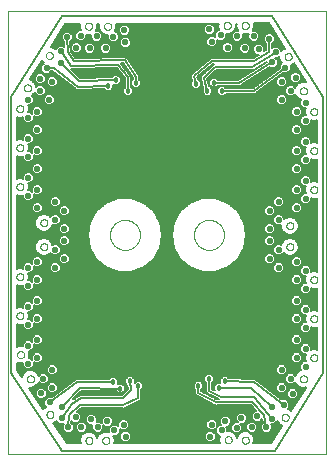
<source format=gbl>
G75*
%MOIN*%
%OFA0B0*%
%FSLAX25Y25*%
%IPPOS*%
%LPD*%
%AMOC8*
5,1,8,0,0,1.08239X$1,22.5*
%
%ADD10C,0.00000*%
%ADD11C,0.00500*%
%ADD12C,0.02181*%
%ADD13C,0.01800*%
%ADD14C,0.03000*%
D10*
X0007000Y0008000D02*
X0007000Y0155701D01*
X0112921Y0155701D01*
X0112921Y0008000D01*
X0007000Y0008000D01*
X0019819Y0021100D02*
X0019821Y0021169D01*
X0019827Y0021237D01*
X0019837Y0021305D01*
X0019851Y0021372D01*
X0019869Y0021439D01*
X0019890Y0021504D01*
X0019916Y0021568D01*
X0019945Y0021630D01*
X0019977Y0021690D01*
X0020013Y0021749D01*
X0020053Y0021805D01*
X0020095Y0021859D01*
X0020141Y0021910D01*
X0020190Y0021959D01*
X0020241Y0022005D01*
X0020295Y0022047D01*
X0020351Y0022087D01*
X0020409Y0022123D01*
X0020470Y0022155D01*
X0020532Y0022184D01*
X0020596Y0022210D01*
X0020661Y0022231D01*
X0020728Y0022249D01*
X0020795Y0022263D01*
X0020863Y0022273D01*
X0020931Y0022279D01*
X0021000Y0022281D01*
X0021069Y0022279D01*
X0021137Y0022273D01*
X0021205Y0022263D01*
X0021272Y0022249D01*
X0021339Y0022231D01*
X0021404Y0022210D01*
X0021468Y0022184D01*
X0021530Y0022155D01*
X0021590Y0022123D01*
X0021649Y0022087D01*
X0021705Y0022047D01*
X0021759Y0022005D01*
X0021810Y0021959D01*
X0021859Y0021910D01*
X0021905Y0021859D01*
X0021947Y0021805D01*
X0021987Y0021749D01*
X0022023Y0021690D01*
X0022055Y0021630D01*
X0022084Y0021568D01*
X0022110Y0021504D01*
X0022131Y0021439D01*
X0022149Y0021372D01*
X0022163Y0021305D01*
X0022173Y0021237D01*
X0022179Y0021169D01*
X0022181Y0021100D01*
X0022179Y0021031D01*
X0022173Y0020963D01*
X0022163Y0020895D01*
X0022149Y0020828D01*
X0022131Y0020761D01*
X0022110Y0020696D01*
X0022084Y0020632D01*
X0022055Y0020570D01*
X0022023Y0020509D01*
X0021987Y0020451D01*
X0021947Y0020395D01*
X0021905Y0020341D01*
X0021859Y0020290D01*
X0021810Y0020241D01*
X0021759Y0020195D01*
X0021705Y0020153D01*
X0021649Y0020113D01*
X0021591Y0020077D01*
X0021530Y0020045D01*
X0021468Y0020016D01*
X0021404Y0019990D01*
X0021339Y0019969D01*
X0021272Y0019951D01*
X0021205Y0019937D01*
X0021137Y0019927D01*
X0021069Y0019921D01*
X0021000Y0019919D01*
X0020931Y0019921D01*
X0020863Y0019927D01*
X0020795Y0019937D01*
X0020728Y0019951D01*
X0020661Y0019969D01*
X0020596Y0019990D01*
X0020532Y0020016D01*
X0020470Y0020045D01*
X0020409Y0020077D01*
X0020351Y0020113D01*
X0020295Y0020153D01*
X0020241Y0020195D01*
X0020190Y0020241D01*
X0020141Y0020290D01*
X0020095Y0020341D01*
X0020053Y0020395D01*
X0020013Y0020451D01*
X0019977Y0020509D01*
X0019945Y0020570D01*
X0019916Y0020632D01*
X0019890Y0020696D01*
X0019869Y0020761D01*
X0019851Y0020828D01*
X0019837Y0020895D01*
X0019827Y0020963D01*
X0019821Y0021031D01*
X0019819Y0021100D01*
X0013319Y0033000D02*
X0013321Y0033069D01*
X0013327Y0033137D01*
X0013337Y0033205D01*
X0013351Y0033272D01*
X0013369Y0033339D01*
X0013390Y0033404D01*
X0013416Y0033468D01*
X0013445Y0033530D01*
X0013477Y0033590D01*
X0013513Y0033649D01*
X0013553Y0033705D01*
X0013595Y0033759D01*
X0013641Y0033810D01*
X0013690Y0033859D01*
X0013741Y0033905D01*
X0013795Y0033947D01*
X0013851Y0033987D01*
X0013909Y0034023D01*
X0013970Y0034055D01*
X0014032Y0034084D01*
X0014096Y0034110D01*
X0014161Y0034131D01*
X0014228Y0034149D01*
X0014295Y0034163D01*
X0014363Y0034173D01*
X0014431Y0034179D01*
X0014500Y0034181D01*
X0014569Y0034179D01*
X0014637Y0034173D01*
X0014705Y0034163D01*
X0014772Y0034149D01*
X0014839Y0034131D01*
X0014904Y0034110D01*
X0014968Y0034084D01*
X0015030Y0034055D01*
X0015090Y0034023D01*
X0015149Y0033987D01*
X0015205Y0033947D01*
X0015259Y0033905D01*
X0015310Y0033859D01*
X0015359Y0033810D01*
X0015405Y0033759D01*
X0015447Y0033705D01*
X0015487Y0033649D01*
X0015523Y0033590D01*
X0015555Y0033530D01*
X0015584Y0033468D01*
X0015610Y0033404D01*
X0015631Y0033339D01*
X0015649Y0033272D01*
X0015663Y0033205D01*
X0015673Y0033137D01*
X0015679Y0033069D01*
X0015681Y0033000D01*
X0015679Y0032931D01*
X0015673Y0032863D01*
X0015663Y0032795D01*
X0015649Y0032728D01*
X0015631Y0032661D01*
X0015610Y0032596D01*
X0015584Y0032532D01*
X0015555Y0032470D01*
X0015523Y0032409D01*
X0015487Y0032351D01*
X0015447Y0032295D01*
X0015405Y0032241D01*
X0015359Y0032190D01*
X0015310Y0032141D01*
X0015259Y0032095D01*
X0015205Y0032053D01*
X0015149Y0032013D01*
X0015091Y0031977D01*
X0015030Y0031945D01*
X0014968Y0031916D01*
X0014904Y0031890D01*
X0014839Y0031869D01*
X0014772Y0031851D01*
X0014705Y0031837D01*
X0014637Y0031827D01*
X0014569Y0031821D01*
X0014500Y0031819D01*
X0014431Y0031821D01*
X0014363Y0031827D01*
X0014295Y0031837D01*
X0014228Y0031851D01*
X0014161Y0031869D01*
X0014096Y0031890D01*
X0014032Y0031916D01*
X0013970Y0031945D01*
X0013909Y0031977D01*
X0013851Y0032013D01*
X0013795Y0032053D01*
X0013741Y0032095D01*
X0013690Y0032141D01*
X0013641Y0032190D01*
X0013595Y0032241D01*
X0013553Y0032295D01*
X0013513Y0032351D01*
X0013477Y0032409D01*
X0013445Y0032470D01*
X0013416Y0032532D01*
X0013390Y0032596D01*
X0013369Y0032661D01*
X0013351Y0032728D01*
X0013337Y0032795D01*
X0013327Y0032863D01*
X0013321Y0032931D01*
X0013319Y0033000D01*
X0010019Y0041100D02*
X0010021Y0041169D01*
X0010027Y0041237D01*
X0010037Y0041305D01*
X0010051Y0041372D01*
X0010069Y0041439D01*
X0010090Y0041504D01*
X0010116Y0041568D01*
X0010145Y0041630D01*
X0010177Y0041690D01*
X0010213Y0041749D01*
X0010253Y0041805D01*
X0010295Y0041859D01*
X0010341Y0041910D01*
X0010390Y0041959D01*
X0010441Y0042005D01*
X0010495Y0042047D01*
X0010551Y0042087D01*
X0010609Y0042123D01*
X0010670Y0042155D01*
X0010732Y0042184D01*
X0010796Y0042210D01*
X0010861Y0042231D01*
X0010928Y0042249D01*
X0010995Y0042263D01*
X0011063Y0042273D01*
X0011131Y0042279D01*
X0011200Y0042281D01*
X0011269Y0042279D01*
X0011337Y0042273D01*
X0011405Y0042263D01*
X0011472Y0042249D01*
X0011539Y0042231D01*
X0011604Y0042210D01*
X0011668Y0042184D01*
X0011730Y0042155D01*
X0011790Y0042123D01*
X0011849Y0042087D01*
X0011905Y0042047D01*
X0011959Y0042005D01*
X0012010Y0041959D01*
X0012059Y0041910D01*
X0012105Y0041859D01*
X0012147Y0041805D01*
X0012187Y0041749D01*
X0012223Y0041690D01*
X0012255Y0041630D01*
X0012284Y0041568D01*
X0012310Y0041504D01*
X0012331Y0041439D01*
X0012349Y0041372D01*
X0012363Y0041305D01*
X0012373Y0041237D01*
X0012379Y0041169D01*
X0012381Y0041100D01*
X0012379Y0041031D01*
X0012373Y0040963D01*
X0012363Y0040895D01*
X0012349Y0040828D01*
X0012331Y0040761D01*
X0012310Y0040696D01*
X0012284Y0040632D01*
X0012255Y0040570D01*
X0012223Y0040509D01*
X0012187Y0040451D01*
X0012147Y0040395D01*
X0012105Y0040341D01*
X0012059Y0040290D01*
X0012010Y0040241D01*
X0011959Y0040195D01*
X0011905Y0040153D01*
X0011849Y0040113D01*
X0011791Y0040077D01*
X0011730Y0040045D01*
X0011668Y0040016D01*
X0011604Y0039990D01*
X0011539Y0039969D01*
X0011472Y0039951D01*
X0011405Y0039937D01*
X0011337Y0039927D01*
X0011269Y0039921D01*
X0011200Y0039919D01*
X0011131Y0039921D01*
X0011063Y0039927D01*
X0010995Y0039937D01*
X0010928Y0039951D01*
X0010861Y0039969D01*
X0010796Y0039990D01*
X0010732Y0040016D01*
X0010670Y0040045D01*
X0010609Y0040077D01*
X0010551Y0040113D01*
X0010495Y0040153D01*
X0010441Y0040195D01*
X0010390Y0040241D01*
X0010341Y0040290D01*
X0010295Y0040341D01*
X0010253Y0040395D01*
X0010213Y0040451D01*
X0010177Y0040509D01*
X0010145Y0040570D01*
X0010116Y0040632D01*
X0010090Y0040696D01*
X0010069Y0040761D01*
X0010051Y0040828D01*
X0010037Y0040895D01*
X0010027Y0040963D01*
X0010021Y0041031D01*
X0010019Y0041100D01*
X0009819Y0054000D02*
X0009821Y0054069D01*
X0009827Y0054137D01*
X0009837Y0054205D01*
X0009851Y0054272D01*
X0009869Y0054339D01*
X0009890Y0054404D01*
X0009916Y0054468D01*
X0009945Y0054530D01*
X0009977Y0054590D01*
X0010013Y0054649D01*
X0010053Y0054705D01*
X0010095Y0054759D01*
X0010141Y0054810D01*
X0010190Y0054859D01*
X0010241Y0054905D01*
X0010295Y0054947D01*
X0010351Y0054987D01*
X0010409Y0055023D01*
X0010470Y0055055D01*
X0010532Y0055084D01*
X0010596Y0055110D01*
X0010661Y0055131D01*
X0010728Y0055149D01*
X0010795Y0055163D01*
X0010863Y0055173D01*
X0010931Y0055179D01*
X0011000Y0055181D01*
X0011069Y0055179D01*
X0011137Y0055173D01*
X0011205Y0055163D01*
X0011272Y0055149D01*
X0011339Y0055131D01*
X0011404Y0055110D01*
X0011468Y0055084D01*
X0011530Y0055055D01*
X0011590Y0055023D01*
X0011649Y0054987D01*
X0011705Y0054947D01*
X0011759Y0054905D01*
X0011810Y0054859D01*
X0011859Y0054810D01*
X0011905Y0054759D01*
X0011947Y0054705D01*
X0011987Y0054649D01*
X0012023Y0054590D01*
X0012055Y0054530D01*
X0012084Y0054468D01*
X0012110Y0054404D01*
X0012131Y0054339D01*
X0012149Y0054272D01*
X0012163Y0054205D01*
X0012173Y0054137D01*
X0012179Y0054069D01*
X0012181Y0054000D01*
X0012179Y0053931D01*
X0012173Y0053863D01*
X0012163Y0053795D01*
X0012149Y0053728D01*
X0012131Y0053661D01*
X0012110Y0053596D01*
X0012084Y0053532D01*
X0012055Y0053470D01*
X0012023Y0053409D01*
X0011987Y0053351D01*
X0011947Y0053295D01*
X0011905Y0053241D01*
X0011859Y0053190D01*
X0011810Y0053141D01*
X0011759Y0053095D01*
X0011705Y0053053D01*
X0011649Y0053013D01*
X0011591Y0052977D01*
X0011530Y0052945D01*
X0011468Y0052916D01*
X0011404Y0052890D01*
X0011339Y0052869D01*
X0011272Y0052851D01*
X0011205Y0052837D01*
X0011137Y0052827D01*
X0011069Y0052821D01*
X0011000Y0052819D01*
X0010931Y0052821D01*
X0010863Y0052827D01*
X0010795Y0052837D01*
X0010728Y0052851D01*
X0010661Y0052869D01*
X0010596Y0052890D01*
X0010532Y0052916D01*
X0010470Y0052945D01*
X0010409Y0052977D01*
X0010351Y0053013D01*
X0010295Y0053053D01*
X0010241Y0053095D01*
X0010190Y0053141D01*
X0010141Y0053190D01*
X0010095Y0053241D01*
X0010053Y0053295D01*
X0010013Y0053351D01*
X0009977Y0053409D01*
X0009945Y0053470D01*
X0009916Y0053532D01*
X0009890Y0053596D01*
X0009869Y0053661D01*
X0009851Y0053728D01*
X0009837Y0053795D01*
X0009827Y0053863D01*
X0009821Y0053931D01*
X0009819Y0054000D01*
X0009819Y0067000D02*
X0009821Y0067069D01*
X0009827Y0067137D01*
X0009837Y0067205D01*
X0009851Y0067272D01*
X0009869Y0067339D01*
X0009890Y0067404D01*
X0009916Y0067468D01*
X0009945Y0067530D01*
X0009977Y0067590D01*
X0010013Y0067649D01*
X0010053Y0067705D01*
X0010095Y0067759D01*
X0010141Y0067810D01*
X0010190Y0067859D01*
X0010241Y0067905D01*
X0010295Y0067947D01*
X0010351Y0067987D01*
X0010409Y0068023D01*
X0010470Y0068055D01*
X0010532Y0068084D01*
X0010596Y0068110D01*
X0010661Y0068131D01*
X0010728Y0068149D01*
X0010795Y0068163D01*
X0010863Y0068173D01*
X0010931Y0068179D01*
X0011000Y0068181D01*
X0011069Y0068179D01*
X0011137Y0068173D01*
X0011205Y0068163D01*
X0011272Y0068149D01*
X0011339Y0068131D01*
X0011404Y0068110D01*
X0011468Y0068084D01*
X0011530Y0068055D01*
X0011590Y0068023D01*
X0011649Y0067987D01*
X0011705Y0067947D01*
X0011759Y0067905D01*
X0011810Y0067859D01*
X0011859Y0067810D01*
X0011905Y0067759D01*
X0011947Y0067705D01*
X0011987Y0067649D01*
X0012023Y0067590D01*
X0012055Y0067530D01*
X0012084Y0067468D01*
X0012110Y0067404D01*
X0012131Y0067339D01*
X0012149Y0067272D01*
X0012163Y0067205D01*
X0012173Y0067137D01*
X0012179Y0067069D01*
X0012181Y0067000D01*
X0012179Y0066931D01*
X0012173Y0066863D01*
X0012163Y0066795D01*
X0012149Y0066728D01*
X0012131Y0066661D01*
X0012110Y0066596D01*
X0012084Y0066532D01*
X0012055Y0066470D01*
X0012023Y0066409D01*
X0011987Y0066351D01*
X0011947Y0066295D01*
X0011905Y0066241D01*
X0011859Y0066190D01*
X0011810Y0066141D01*
X0011759Y0066095D01*
X0011705Y0066053D01*
X0011649Y0066013D01*
X0011591Y0065977D01*
X0011530Y0065945D01*
X0011468Y0065916D01*
X0011404Y0065890D01*
X0011339Y0065869D01*
X0011272Y0065851D01*
X0011205Y0065837D01*
X0011137Y0065827D01*
X0011069Y0065821D01*
X0011000Y0065819D01*
X0010931Y0065821D01*
X0010863Y0065827D01*
X0010795Y0065837D01*
X0010728Y0065851D01*
X0010661Y0065869D01*
X0010596Y0065890D01*
X0010532Y0065916D01*
X0010470Y0065945D01*
X0010409Y0065977D01*
X0010351Y0066013D01*
X0010295Y0066053D01*
X0010241Y0066095D01*
X0010190Y0066141D01*
X0010141Y0066190D01*
X0010095Y0066241D01*
X0010053Y0066295D01*
X0010013Y0066351D01*
X0009977Y0066409D01*
X0009945Y0066470D01*
X0009916Y0066532D01*
X0009890Y0066596D01*
X0009869Y0066661D01*
X0009851Y0066728D01*
X0009837Y0066795D01*
X0009827Y0066863D01*
X0009821Y0066931D01*
X0009819Y0067000D01*
X0017819Y0077000D02*
X0017821Y0077069D01*
X0017827Y0077137D01*
X0017837Y0077205D01*
X0017851Y0077272D01*
X0017869Y0077339D01*
X0017890Y0077404D01*
X0017916Y0077468D01*
X0017945Y0077530D01*
X0017977Y0077590D01*
X0018013Y0077649D01*
X0018053Y0077705D01*
X0018095Y0077759D01*
X0018141Y0077810D01*
X0018190Y0077859D01*
X0018241Y0077905D01*
X0018295Y0077947D01*
X0018351Y0077987D01*
X0018409Y0078023D01*
X0018470Y0078055D01*
X0018532Y0078084D01*
X0018596Y0078110D01*
X0018661Y0078131D01*
X0018728Y0078149D01*
X0018795Y0078163D01*
X0018863Y0078173D01*
X0018931Y0078179D01*
X0019000Y0078181D01*
X0019069Y0078179D01*
X0019137Y0078173D01*
X0019205Y0078163D01*
X0019272Y0078149D01*
X0019339Y0078131D01*
X0019404Y0078110D01*
X0019468Y0078084D01*
X0019530Y0078055D01*
X0019590Y0078023D01*
X0019649Y0077987D01*
X0019705Y0077947D01*
X0019759Y0077905D01*
X0019810Y0077859D01*
X0019859Y0077810D01*
X0019905Y0077759D01*
X0019947Y0077705D01*
X0019987Y0077649D01*
X0020023Y0077590D01*
X0020055Y0077530D01*
X0020084Y0077468D01*
X0020110Y0077404D01*
X0020131Y0077339D01*
X0020149Y0077272D01*
X0020163Y0077205D01*
X0020173Y0077137D01*
X0020179Y0077069D01*
X0020181Y0077000D01*
X0020179Y0076931D01*
X0020173Y0076863D01*
X0020163Y0076795D01*
X0020149Y0076728D01*
X0020131Y0076661D01*
X0020110Y0076596D01*
X0020084Y0076532D01*
X0020055Y0076470D01*
X0020023Y0076409D01*
X0019987Y0076351D01*
X0019947Y0076295D01*
X0019905Y0076241D01*
X0019859Y0076190D01*
X0019810Y0076141D01*
X0019759Y0076095D01*
X0019705Y0076053D01*
X0019649Y0076013D01*
X0019591Y0075977D01*
X0019530Y0075945D01*
X0019468Y0075916D01*
X0019404Y0075890D01*
X0019339Y0075869D01*
X0019272Y0075851D01*
X0019205Y0075837D01*
X0019137Y0075827D01*
X0019069Y0075821D01*
X0019000Y0075819D01*
X0018931Y0075821D01*
X0018863Y0075827D01*
X0018795Y0075837D01*
X0018728Y0075851D01*
X0018661Y0075869D01*
X0018596Y0075890D01*
X0018532Y0075916D01*
X0018470Y0075945D01*
X0018409Y0075977D01*
X0018351Y0076013D01*
X0018295Y0076053D01*
X0018241Y0076095D01*
X0018190Y0076141D01*
X0018141Y0076190D01*
X0018095Y0076241D01*
X0018053Y0076295D01*
X0018013Y0076351D01*
X0017977Y0076409D01*
X0017945Y0076470D01*
X0017916Y0076532D01*
X0017890Y0076596D01*
X0017869Y0076661D01*
X0017851Y0076728D01*
X0017837Y0076795D01*
X0017827Y0076863D01*
X0017821Y0076931D01*
X0017819Y0077000D01*
X0017819Y0085000D02*
X0017821Y0085069D01*
X0017827Y0085137D01*
X0017837Y0085205D01*
X0017851Y0085272D01*
X0017869Y0085339D01*
X0017890Y0085404D01*
X0017916Y0085468D01*
X0017945Y0085530D01*
X0017977Y0085590D01*
X0018013Y0085649D01*
X0018053Y0085705D01*
X0018095Y0085759D01*
X0018141Y0085810D01*
X0018190Y0085859D01*
X0018241Y0085905D01*
X0018295Y0085947D01*
X0018351Y0085987D01*
X0018409Y0086023D01*
X0018470Y0086055D01*
X0018532Y0086084D01*
X0018596Y0086110D01*
X0018661Y0086131D01*
X0018728Y0086149D01*
X0018795Y0086163D01*
X0018863Y0086173D01*
X0018931Y0086179D01*
X0019000Y0086181D01*
X0019069Y0086179D01*
X0019137Y0086173D01*
X0019205Y0086163D01*
X0019272Y0086149D01*
X0019339Y0086131D01*
X0019404Y0086110D01*
X0019468Y0086084D01*
X0019530Y0086055D01*
X0019590Y0086023D01*
X0019649Y0085987D01*
X0019705Y0085947D01*
X0019759Y0085905D01*
X0019810Y0085859D01*
X0019859Y0085810D01*
X0019905Y0085759D01*
X0019947Y0085705D01*
X0019987Y0085649D01*
X0020023Y0085590D01*
X0020055Y0085530D01*
X0020084Y0085468D01*
X0020110Y0085404D01*
X0020131Y0085339D01*
X0020149Y0085272D01*
X0020163Y0085205D01*
X0020173Y0085137D01*
X0020179Y0085069D01*
X0020181Y0085000D01*
X0020179Y0084931D01*
X0020173Y0084863D01*
X0020163Y0084795D01*
X0020149Y0084728D01*
X0020131Y0084661D01*
X0020110Y0084596D01*
X0020084Y0084532D01*
X0020055Y0084470D01*
X0020023Y0084409D01*
X0019987Y0084351D01*
X0019947Y0084295D01*
X0019905Y0084241D01*
X0019859Y0084190D01*
X0019810Y0084141D01*
X0019759Y0084095D01*
X0019705Y0084053D01*
X0019649Y0084013D01*
X0019591Y0083977D01*
X0019530Y0083945D01*
X0019468Y0083916D01*
X0019404Y0083890D01*
X0019339Y0083869D01*
X0019272Y0083851D01*
X0019205Y0083837D01*
X0019137Y0083827D01*
X0019069Y0083821D01*
X0019000Y0083819D01*
X0018931Y0083821D01*
X0018863Y0083827D01*
X0018795Y0083837D01*
X0018728Y0083851D01*
X0018661Y0083869D01*
X0018596Y0083890D01*
X0018532Y0083916D01*
X0018470Y0083945D01*
X0018409Y0083977D01*
X0018351Y0084013D01*
X0018295Y0084053D01*
X0018241Y0084095D01*
X0018190Y0084141D01*
X0018141Y0084190D01*
X0018095Y0084241D01*
X0018053Y0084295D01*
X0018013Y0084351D01*
X0017977Y0084409D01*
X0017945Y0084470D01*
X0017916Y0084532D01*
X0017890Y0084596D01*
X0017869Y0084661D01*
X0017851Y0084728D01*
X0017837Y0084795D01*
X0017827Y0084863D01*
X0017821Y0084931D01*
X0017819Y0085000D01*
X0009819Y0097000D02*
X0009821Y0097069D01*
X0009827Y0097137D01*
X0009837Y0097205D01*
X0009851Y0097272D01*
X0009869Y0097339D01*
X0009890Y0097404D01*
X0009916Y0097468D01*
X0009945Y0097530D01*
X0009977Y0097590D01*
X0010013Y0097649D01*
X0010053Y0097705D01*
X0010095Y0097759D01*
X0010141Y0097810D01*
X0010190Y0097859D01*
X0010241Y0097905D01*
X0010295Y0097947D01*
X0010351Y0097987D01*
X0010409Y0098023D01*
X0010470Y0098055D01*
X0010532Y0098084D01*
X0010596Y0098110D01*
X0010661Y0098131D01*
X0010728Y0098149D01*
X0010795Y0098163D01*
X0010863Y0098173D01*
X0010931Y0098179D01*
X0011000Y0098181D01*
X0011069Y0098179D01*
X0011137Y0098173D01*
X0011205Y0098163D01*
X0011272Y0098149D01*
X0011339Y0098131D01*
X0011404Y0098110D01*
X0011468Y0098084D01*
X0011530Y0098055D01*
X0011590Y0098023D01*
X0011649Y0097987D01*
X0011705Y0097947D01*
X0011759Y0097905D01*
X0011810Y0097859D01*
X0011859Y0097810D01*
X0011905Y0097759D01*
X0011947Y0097705D01*
X0011987Y0097649D01*
X0012023Y0097590D01*
X0012055Y0097530D01*
X0012084Y0097468D01*
X0012110Y0097404D01*
X0012131Y0097339D01*
X0012149Y0097272D01*
X0012163Y0097205D01*
X0012173Y0097137D01*
X0012179Y0097069D01*
X0012181Y0097000D01*
X0012179Y0096931D01*
X0012173Y0096863D01*
X0012163Y0096795D01*
X0012149Y0096728D01*
X0012131Y0096661D01*
X0012110Y0096596D01*
X0012084Y0096532D01*
X0012055Y0096470D01*
X0012023Y0096409D01*
X0011987Y0096351D01*
X0011947Y0096295D01*
X0011905Y0096241D01*
X0011859Y0096190D01*
X0011810Y0096141D01*
X0011759Y0096095D01*
X0011705Y0096053D01*
X0011649Y0096013D01*
X0011591Y0095977D01*
X0011530Y0095945D01*
X0011468Y0095916D01*
X0011404Y0095890D01*
X0011339Y0095869D01*
X0011272Y0095851D01*
X0011205Y0095837D01*
X0011137Y0095827D01*
X0011069Y0095821D01*
X0011000Y0095819D01*
X0010931Y0095821D01*
X0010863Y0095827D01*
X0010795Y0095837D01*
X0010728Y0095851D01*
X0010661Y0095869D01*
X0010596Y0095890D01*
X0010532Y0095916D01*
X0010470Y0095945D01*
X0010409Y0095977D01*
X0010351Y0096013D01*
X0010295Y0096053D01*
X0010241Y0096095D01*
X0010190Y0096141D01*
X0010141Y0096190D01*
X0010095Y0096241D01*
X0010053Y0096295D01*
X0010013Y0096351D01*
X0009977Y0096409D01*
X0009945Y0096470D01*
X0009916Y0096532D01*
X0009890Y0096596D01*
X0009869Y0096661D01*
X0009851Y0096728D01*
X0009837Y0096795D01*
X0009827Y0096863D01*
X0009821Y0096931D01*
X0009819Y0097000D01*
X0009819Y0110000D02*
X0009821Y0110069D01*
X0009827Y0110137D01*
X0009837Y0110205D01*
X0009851Y0110272D01*
X0009869Y0110339D01*
X0009890Y0110404D01*
X0009916Y0110468D01*
X0009945Y0110530D01*
X0009977Y0110590D01*
X0010013Y0110649D01*
X0010053Y0110705D01*
X0010095Y0110759D01*
X0010141Y0110810D01*
X0010190Y0110859D01*
X0010241Y0110905D01*
X0010295Y0110947D01*
X0010351Y0110987D01*
X0010409Y0111023D01*
X0010470Y0111055D01*
X0010532Y0111084D01*
X0010596Y0111110D01*
X0010661Y0111131D01*
X0010728Y0111149D01*
X0010795Y0111163D01*
X0010863Y0111173D01*
X0010931Y0111179D01*
X0011000Y0111181D01*
X0011069Y0111179D01*
X0011137Y0111173D01*
X0011205Y0111163D01*
X0011272Y0111149D01*
X0011339Y0111131D01*
X0011404Y0111110D01*
X0011468Y0111084D01*
X0011530Y0111055D01*
X0011590Y0111023D01*
X0011649Y0110987D01*
X0011705Y0110947D01*
X0011759Y0110905D01*
X0011810Y0110859D01*
X0011859Y0110810D01*
X0011905Y0110759D01*
X0011947Y0110705D01*
X0011987Y0110649D01*
X0012023Y0110590D01*
X0012055Y0110530D01*
X0012084Y0110468D01*
X0012110Y0110404D01*
X0012131Y0110339D01*
X0012149Y0110272D01*
X0012163Y0110205D01*
X0012173Y0110137D01*
X0012179Y0110069D01*
X0012181Y0110000D01*
X0012179Y0109931D01*
X0012173Y0109863D01*
X0012163Y0109795D01*
X0012149Y0109728D01*
X0012131Y0109661D01*
X0012110Y0109596D01*
X0012084Y0109532D01*
X0012055Y0109470D01*
X0012023Y0109409D01*
X0011987Y0109351D01*
X0011947Y0109295D01*
X0011905Y0109241D01*
X0011859Y0109190D01*
X0011810Y0109141D01*
X0011759Y0109095D01*
X0011705Y0109053D01*
X0011649Y0109013D01*
X0011591Y0108977D01*
X0011530Y0108945D01*
X0011468Y0108916D01*
X0011404Y0108890D01*
X0011339Y0108869D01*
X0011272Y0108851D01*
X0011205Y0108837D01*
X0011137Y0108827D01*
X0011069Y0108821D01*
X0011000Y0108819D01*
X0010931Y0108821D01*
X0010863Y0108827D01*
X0010795Y0108837D01*
X0010728Y0108851D01*
X0010661Y0108869D01*
X0010596Y0108890D01*
X0010532Y0108916D01*
X0010470Y0108945D01*
X0010409Y0108977D01*
X0010351Y0109013D01*
X0010295Y0109053D01*
X0010241Y0109095D01*
X0010190Y0109141D01*
X0010141Y0109190D01*
X0010095Y0109241D01*
X0010053Y0109295D01*
X0010013Y0109351D01*
X0009977Y0109409D01*
X0009945Y0109470D01*
X0009916Y0109532D01*
X0009890Y0109596D01*
X0009869Y0109661D01*
X0009851Y0109728D01*
X0009837Y0109795D01*
X0009827Y0109863D01*
X0009821Y0109931D01*
X0009819Y0110000D01*
X0009819Y0123000D02*
X0009821Y0123069D01*
X0009827Y0123137D01*
X0009837Y0123205D01*
X0009851Y0123272D01*
X0009869Y0123339D01*
X0009890Y0123404D01*
X0009916Y0123468D01*
X0009945Y0123530D01*
X0009977Y0123590D01*
X0010013Y0123649D01*
X0010053Y0123705D01*
X0010095Y0123759D01*
X0010141Y0123810D01*
X0010190Y0123859D01*
X0010241Y0123905D01*
X0010295Y0123947D01*
X0010351Y0123987D01*
X0010409Y0124023D01*
X0010470Y0124055D01*
X0010532Y0124084D01*
X0010596Y0124110D01*
X0010661Y0124131D01*
X0010728Y0124149D01*
X0010795Y0124163D01*
X0010863Y0124173D01*
X0010931Y0124179D01*
X0011000Y0124181D01*
X0011069Y0124179D01*
X0011137Y0124173D01*
X0011205Y0124163D01*
X0011272Y0124149D01*
X0011339Y0124131D01*
X0011404Y0124110D01*
X0011468Y0124084D01*
X0011530Y0124055D01*
X0011590Y0124023D01*
X0011649Y0123987D01*
X0011705Y0123947D01*
X0011759Y0123905D01*
X0011810Y0123859D01*
X0011859Y0123810D01*
X0011905Y0123759D01*
X0011947Y0123705D01*
X0011987Y0123649D01*
X0012023Y0123590D01*
X0012055Y0123530D01*
X0012084Y0123468D01*
X0012110Y0123404D01*
X0012131Y0123339D01*
X0012149Y0123272D01*
X0012163Y0123205D01*
X0012173Y0123137D01*
X0012179Y0123069D01*
X0012181Y0123000D01*
X0012179Y0122931D01*
X0012173Y0122863D01*
X0012163Y0122795D01*
X0012149Y0122728D01*
X0012131Y0122661D01*
X0012110Y0122596D01*
X0012084Y0122532D01*
X0012055Y0122470D01*
X0012023Y0122409D01*
X0011987Y0122351D01*
X0011947Y0122295D01*
X0011905Y0122241D01*
X0011859Y0122190D01*
X0011810Y0122141D01*
X0011759Y0122095D01*
X0011705Y0122053D01*
X0011649Y0122013D01*
X0011591Y0121977D01*
X0011530Y0121945D01*
X0011468Y0121916D01*
X0011404Y0121890D01*
X0011339Y0121869D01*
X0011272Y0121851D01*
X0011205Y0121837D01*
X0011137Y0121827D01*
X0011069Y0121821D01*
X0011000Y0121819D01*
X0010931Y0121821D01*
X0010863Y0121827D01*
X0010795Y0121837D01*
X0010728Y0121851D01*
X0010661Y0121869D01*
X0010596Y0121890D01*
X0010532Y0121916D01*
X0010470Y0121945D01*
X0010409Y0121977D01*
X0010351Y0122013D01*
X0010295Y0122053D01*
X0010241Y0122095D01*
X0010190Y0122141D01*
X0010141Y0122190D01*
X0010095Y0122241D01*
X0010053Y0122295D01*
X0010013Y0122351D01*
X0009977Y0122409D01*
X0009945Y0122470D01*
X0009916Y0122532D01*
X0009890Y0122596D01*
X0009869Y0122661D01*
X0009851Y0122728D01*
X0009837Y0122795D01*
X0009827Y0122863D01*
X0009821Y0122931D01*
X0009819Y0123000D01*
X0012319Y0130000D02*
X0012321Y0130069D01*
X0012327Y0130137D01*
X0012337Y0130205D01*
X0012351Y0130272D01*
X0012369Y0130339D01*
X0012390Y0130404D01*
X0012416Y0130468D01*
X0012445Y0130530D01*
X0012477Y0130590D01*
X0012513Y0130649D01*
X0012553Y0130705D01*
X0012595Y0130759D01*
X0012641Y0130810D01*
X0012690Y0130859D01*
X0012741Y0130905D01*
X0012795Y0130947D01*
X0012851Y0130987D01*
X0012909Y0131023D01*
X0012970Y0131055D01*
X0013032Y0131084D01*
X0013096Y0131110D01*
X0013161Y0131131D01*
X0013228Y0131149D01*
X0013295Y0131163D01*
X0013363Y0131173D01*
X0013431Y0131179D01*
X0013500Y0131181D01*
X0013569Y0131179D01*
X0013637Y0131173D01*
X0013705Y0131163D01*
X0013772Y0131149D01*
X0013839Y0131131D01*
X0013904Y0131110D01*
X0013968Y0131084D01*
X0014030Y0131055D01*
X0014090Y0131023D01*
X0014149Y0130987D01*
X0014205Y0130947D01*
X0014259Y0130905D01*
X0014310Y0130859D01*
X0014359Y0130810D01*
X0014405Y0130759D01*
X0014447Y0130705D01*
X0014487Y0130649D01*
X0014523Y0130590D01*
X0014555Y0130530D01*
X0014584Y0130468D01*
X0014610Y0130404D01*
X0014631Y0130339D01*
X0014649Y0130272D01*
X0014663Y0130205D01*
X0014673Y0130137D01*
X0014679Y0130069D01*
X0014681Y0130000D01*
X0014679Y0129931D01*
X0014673Y0129863D01*
X0014663Y0129795D01*
X0014649Y0129728D01*
X0014631Y0129661D01*
X0014610Y0129596D01*
X0014584Y0129532D01*
X0014555Y0129470D01*
X0014523Y0129409D01*
X0014487Y0129351D01*
X0014447Y0129295D01*
X0014405Y0129241D01*
X0014359Y0129190D01*
X0014310Y0129141D01*
X0014259Y0129095D01*
X0014205Y0129053D01*
X0014149Y0129013D01*
X0014091Y0128977D01*
X0014030Y0128945D01*
X0013968Y0128916D01*
X0013904Y0128890D01*
X0013839Y0128869D01*
X0013772Y0128851D01*
X0013705Y0128837D01*
X0013637Y0128827D01*
X0013569Y0128821D01*
X0013500Y0128819D01*
X0013431Y0128821D01*
X0013363Y0128827D01*
X0013295Y0128837D01*
X0013228Y0128851D01*
X0013161Y0128869D01*
X0013096Y0128890D01*
X0013032Y0128916D01*
X0012970Y0128945D01*
X0012909Y0128977D01*
X0012851Y0129013D01*
X0012795Y0129053D01*
X0012741Y0129095D01*
X0012690Y0129141D01*
X0012641Y0129190D01*
X0012595Y0129241D01*
X0012553Y0129295D01*
X0012513Y0129351D01*
X0012477Y0129409D01*
X0012445Y0129470D01*
X0012416Y0129532D01*
X0012390Y0129596D01*
X0012369Y0129661D01*
X0012351Y0129728D01*
X0012337Y0129795D01*
X0012327Y0129863D01*
X0012321Y0129931D01*
X0012319Y0130000D01*
X0019619Y0140800D02*
X0019621Y0140869D01*
X0019627Y0140937D01*
X0019637Y0141005D01*
X0019651Y0141072D01*
X0019669Y0141139D01*
X0019690Y0141204D01*
X0019716Y0141268D01*
X0019745Y0141330D01*
X0019777Y0141390D01*
X0019813Y0141449D01*
X0019853Y0141505D01*
X0019895Y0141559D01*
X0019941Y0141610D01*
X0019990Y0141659D01*
X0020041Y0141705D01*
X0020095Y0141747D01*
X0020151Y0141787D01*
X0020209Y0141823D01*
X0020270Y0141855D01*
X0020332Y0141884D01*
X0020396Y0141910D01*
X0020461Y0141931D01*
X0020528Y0141949D01*
X0020595Y0141963D01*
X0020663Y0141973D01*
X0020731Y0141979D01*
X0020800Y0141981D01*
X0020869Y0141979D01*
X0020937Y0141973D01*
X0021005Y0141963D01*
X0021072Y0141949D01*
X0021139Y0141931D01*
X0021204Y0141910D01*
X0021268Y0141884D01*
X0021330Y0141855D01*
X0021390Y0141823D01*
X0021449Y0141787D01*
X0021505Y0141747D01*
X0021559Y0141705D01*
X0021610Y0141659D01*
X0021659Y0141610D01*
X0021705Y0141559D01*
X0021747Y0141505D01*
X0021787Y0141449D01*
X0021823Y0141390D01*
X0021855Y0141330D01*
X0021884Y0141268D01*
X0021910Y0141204D01*
X0021931Y0141139D01*
X0021949Y0141072D01*
X0021963Y0141005D01*
X0021973Y0140937D01*
X0021979Y0140869D01*
X0021981Y0140800D01*
X0021979Y0140731D01*
X0021973Y0140663D01*
X0021963Y0140595D01*
X0021949Y0140528D01*
X0021931Y0140461D01*
X0021910Y0140396D01*
X0021884Y0140332D01*
X0021855Y0140270D01*
X0021823Y0140209D01*
X0021787Y0140151D01*
X0021747Y0140095D01*
X0021705Y0140041D01*
X0021659Y0139990D01*
X0021610Y0139941D01*
X0021559Y0139895D01*
X0021505Y0139853D01*
X0021449Y0139813D01*
X0021391Y0139777D01*
X0021330Y0139745D01*
X0021268Y0139716D01*
X0021204Y0139690D01*
X0021139Y0139669D01*
X0021072Y0139651D01*
X0021005Y0139637D01*
X0020937Y0139627D01*
X0020869Y0139621D01*
X0020800Y0139619D01*
X0020731Y0139621D01*
X0020663Y0139627D01*
X0020595Y0139637D01*
X0020528Y0139651D01*
X0020461Y0139669D01*
X0020396Y0139690D01*
X0020332Y0139716D01*
X0020270Y0139745D01*
X0020209Y0139777D01*
X0020151Y0139813D01*
X0020095Y0139853D01*
X0020041Y0139895D01*
X0019990Y0139941D01*
X0019941Y0139990D01*
X0019895Y0140041D01*
X0019853Y0140095D01*
X0019813Y0140151D01*
X0019777Y0140209D01*
X0019745Y0140270D01*
X0019716Y0140332D01*
X0019690Y0140396D01*
X0019669Y0140461D01*
X0019651Y0140528D01*
X0019637Y0140595D01*
X0019627Y0140663D01*
X0019621Y0140731D01*
X0019619Y0140800D01*
X0032719Y0150600D02*
X0032721Y0150669D01*
X0032727Y0150737D01*
X0032737Y0150805D01*
X0032751Y0150872D01*
X0032769Y0150939D01*
X0032790Y0151004D01*
X0032816Y0151068D01*
X0032845Y0151130D01*
X0032877Y0151190D01*
X0032913Y0151249D01*
X0032953Y0151305D01*
X0032995Y0151359D01*
X0033041Y0151410D01*
X0033090Y0151459D01*
X0033141Y0151505D01*
X0033195Y0151547D01*
X0033251Y0151587D01*
X0033309Y0151623D01*
X0033370Y0151655D01*
X0033432Y0151684D01*
X0033496Y0151710D01*
X0033561Y0151731D01*
X0033628Y0151749D01*
X0033695Y0151763D01*
X0033763Y0151773D01*
X0033831Y0151779D01*
X0033900Y0151781D01*
X0033969Y0151779D01*
X0034037Y0151773D01*
X0034105Y0151763D01*
X0034172Y0151749D01*
X0034239Y0151731D01*
X0034304Y0151710D01*
X0034368Y0151684D01*
X0034430Y0151655D01*
X0034490Y0151623D01*
X0034549Y0151587D01*
X0034605Y0151547D01*
X0034659Y0151505D01*
X0034710Y0151459D01*
X0034759Y0151410D01*
X0034805Y0151359D01*
X0034847Y0151305D01*
X0034887Y0151249D01*
X0034923Y0151190D01*
X0034955Y0151130D01*
X0034984Y0151068D01*
X0035010Y0151004D01*
X0035031Y0150939D01*
X0035049Y0150872D01*
X0035063Y0150805D01*
X0035073Y0150737D01*
X0035079Y0150669D01*
X0035081Y0150600D01*
X0035079Y0150531D01*
X0035073Y0150463D01*
X0035063Y0150395D01*
X0035049Y0150328D01*
X0035031Y0150261D01*
X0035010Y0150196D01*
X0034984Y0150132D01*
X0034955Y0150070D01*
X0034923Y0150009D01*
X0034887Y0149951D01*
X0034847Y0149895D01*
X0034805Y0149841D01*
X0034759Y0149790D01*
X0034710Y0149741D01*
X0034659Y0149695D01*
X0034605Y0149653D01*
X0034549Y0149613D01*
X0034491Y0149577D01*
X0034430Y0149545D01*
X0034368Y0149516D01*
X0034304Y0149490D01*
X0034239Y0149469D01*
X0034172Y0149451D01*
X0034105Y0149437D01*
X0034037Y0149427D01*
X0033969Y0149421D01*
X0033900Y0149419D01*
X0033831Y0149421D01*
X0033763Y0149427D01*
X0033695Y0149437D01*
X0033628Y0149451D01*
X0033561Y0149469D01*
X0033496Y0149490D01*
X0033432Y0149516D01*
X0033370Y0149545D01*
X0033309Y0149577D01*
X0033251Y0149613D01*
X0033195Y0149653D01*
X0033141Y0149695D01*
X0033090Y0149741D01*
X0033041Y0149790D01*
X0032995Y0149841D01*
X0032953Y0149895D01*
X0032913Y0149951D01*
X0032877Y0150009D01*
X0032845Y0150070D01*
X0032816Y0150132D01*
X0032790Y0150196D01*
X0032769Y0150261D01*
X0032751Y0150328D01*
X0032737Y0150395D01*
X0032727Y0150463D01*
X0032721Y0150531D01*
X0032719Y0150600D01*
X0039019Y0150500D02*
X0039021Y0150569D01*
X0039027Y0150637D01*
X0039037Y0150705D01*
X0039051Y0150772D01*
X0039069Y0150839D01*
X0039090Y0150904D01*
X0039116Y0150968D01*
X0039145Y0151030D01*
X0039177Y0151090D01*
X0039213Y0151149D01*
X0039253Y0151205D01*
X0039295Y0151259D01*
X0039341Y0151310D01*
X0039390Y0151359D01*
X0039441Y0151405D01*
X0039495Y0151447D01*
X0039551Y0151487D01*
X0039609Y0151523D01*
X0039670Y0151555D01*
X0039732Y0151584D01*
X0039796Y0151610D01*
X0039861Y0151631D01*
X0039928Y0151649D01*
X0039995Y0151663D01*
X0040063Y0151673D01*
X0040131Y0151679D01*
X0040200Y0151681D01*
X0040269Y0151679D01*
X0040337Y0151673D01*
X0040405Y0151663D01*
X0040472Y0151649D01*
X0040539Y0151631D01*
X0040604Y0151610D01*
X0040668Y0151584D01*
X0040730Y0151555D01*
X0040790Y0151523D01*
X0040849Y0151487D01*
X0040905Y0151447D01*
X0040959Y0151405D01*
X0041010Y0151359D01*
X0041059Y0151310D01*
X0041105Y0151259D01*
X0041147Y0151205D01*
X0041187Y0151149D01*
X0041223Y0151090D01*
X0041255Y0151030D01*
X0041284Y0150968D01*
X0041310Y0150904D01*
X0041331Y0150839D01*
X0041349Y0150772D01*
X0041363Y0150705D01*
X0041373Y0150637D01*
X0041379Y0150569D01*
X0041381Y0150500D01*
X0041379Y0150431D01*
X0041373Y0150363D01*
X0041363Y0150295D01*
X0041349Y0150228D01*
X0041331Y0150161D01*
X0041310Y0150096D01*
X0041284Y0150032D01*
X0041255Y0149970D01*
X0041223Y0149909D01*
X0041187Y0149851D01*
X0041147Y0149795D01*
X0041105Y0149741D01*
X0041059Y0149690D01*
X0041010Y0149641D01*
X0040959Y0149595D01*
X0040905Y0149553D01*
X0040849Y0149513D01*
X0040791Y0149477D01*
X0040730Y0149445D01*
X0040668Y0149416D01*
X0040604Y0149390D01*
X0040539Y0149369D01*
X0040472Y0149351D01*
X0040405Y0149337D01*
X0040337Y0149327D01*
X0040269Y0149321D01*
X0040200Y0149319D01*
X0040131Y0149321D01*
X0040063Y0149327D01*
X0039995Y0149337D01*
X0039928Y0149351D01*
X0039861Y0149369D01*
X0039796Y0149390D01*
X0039732Y0149416D01*
X0039670Y0149445D01*
X0039609Y0149477D01*
X0039551Y0149513D01*
X0039495Y0149553D01*
X0039441Y0149595D01*
X0039390Y0149641D01*
X0039341Y0149690D01*
X0039295Y0149741D01*
X0039253Y0149795D01*
X0039213Y0149851D01*
X0039177Y0149909D01*
X0039145Y0149970D01*
X0039116Y0150032D01*
X0039090Y0150096D01*
X0039069Y0150161D01*
X0039051Y0150228D01*
X0039037Y0150295D01*
X0039027Y0150363D01*
X0039021Y0150431D01*
X0039019Y0150500D01*
X0078919Y0150800D02*
X0078921Y0150869D01*
X0078927Y0150937D01*
X0078937Y0151005D01*
X0078951Y0151072D01*
X0078969Y0151139D01*
X0078990Y0151204D01*
X0079016Y0151268D01*
X0079045Y0151330D01*
X0079077Y0151390D01*
X0079113Y0151449D01*
X0079153Y0151505D01*
X0079195Y0151559D01*
X0079241Y0151610D01*
X0079290Y0151659D01*
X0079341Y0151705D01*
X0079395Y0151747D01*
X0079451Y0151787D01*
X0079509Y0151823D01*
X0079570Y0151855D01*
X0079632Y0151884D01*
X0079696Y0151910D01*
X0079761Y0151931D01*
X0079828Y0151949D01*
X0079895Y0151963D01*
X0079963Y0151973D01*
X0080031Y0151979D01*
X0080100Y0151981D01*
X0080169Y0151979D01*
X0080237Y0151973D01*
X0080305Y0151963D01*
X0080372Y0151949D01*
X0080439Y0151931D01*
X0080504Y0151910D01*
X0080568Y0151884D01*
X0080630Y0151855D01*
X0080690Y0151823D01*
X0080749Y0151787D01*
X0080805Y0151747D01*
X0080859Y0151705D01*
X0080910Y0151659D01*
X0080959Y0151610D01*
X0081005Y0151559D01*
X0081047Y0151505D01*
X0081087Y0151449D01*
X0081123Y0151390D01*
X0081155Y0151330D01*
X0081184Y0151268D01*
X0081210Y0151204D01*
X0081231Y0151139D01*
X0081249Y0151072D01*
X0081263Y0151005D01*
X0081273Y0150937D01*
X0081279Y0150869D01*
X0081281Y0150800D01*
X0081279Y0150731D01*
X0081273Y0150663D01*
X0081263Y0150595D01*
X0081249Y0150528D01*
X0081231Y0150461D01*
X0081210Y0150396D01*
X0081184Y0150332D01*
X0081155Y0150270D01*
X0081123Y0150209D01*
X0081087Y0150151D01*
X0081047Y0150095D01*
X0081005Y0150041D01*
X0080959Y0149990D01*
X0080910Y0149941D01*
X0080859Y0149895D01*
X0080805Y0149853D01*
X0080749Y0149813D01*
X0080691Y0149777D01*
X0080630Y0149745D01*
X0080568Y0149716D01*
X0080504Y0149690D01*
X0080439Y0149669D01*
X0080372Y0149651D01*
X0080305Y0149637D01*
X0080237Y0149627D01*
X0080169Y0149621D01*
X0080100Y0149619D01*
X0080031Y0149621D01*
X0079963Y0149627D01*
X0079895Y0149637D01*
X0079828Y0149651D01*
X0079761Y0149669D01*
X0079696Y0149690D01*
X0079632Y0149716D01*
X0079570Y0149745D01*
X0079509Y0149777D01*
X0079451Y0149813D01*
X0079395Y0149853D01*
X0079341Y0149895D01*
X0079290Y0149941D01*
X0079241Y0149990D01*
X0079195Y0150041D01*
X0079153Y0150095D01*
X0079113Y0150151D01*
X0079077Y0150209D01*
X0079045Y0150270D01*
X0079016Y0150332D01*
X0078990Y0150396D01*
X0078969Y0150461D01*
X0078951Y0150528D01*
X0078937Y0150595D01*
X0078927Y0150663D01*
X0078921Y0150731D01*
X0078919Y0150800D01*
X0084919Y0150800D02*
X0084921Y0150869D01*
X0084927Y0150937D01*
X0084937Y0151005D01*
X0084951Y0151072D01*
X0084969Y0151139D01*
X0084990Y0151204D01*
X0085016Y0151268D01*
X0085045Y0151330D01*
X0085077Y0151390D01*
X0085113Y0151449D01*
X0085153Y0151505D01*
X0085195Y0151559D01*
X0085241Y0151610D01*
X0085290Y0151659D01*
X0085341Y0151705D01*
X0085395Y0151747D01*
X0085451Y0151787D01*
X0085509Y0151823D01*
X0085570Y0151855D01*
X0085632Y0151884D01*
X0085696Y0151910D01*
X0085761Y0151931D01*
X0085828Y0151949D01*
X0085895Y0151963D01*
X0085963Y0151973D01*
X0086031Y0151979D01*
X0086100Y0151981D01*
X0086169Y0151979D01*
X0086237Y0151973D01*
X0086305Y0151963D01*
X0086372Y0151949D01*
X0086439Y0151931D01*
X0086504Y0151910D01*
X0086568Y0151884D01*
X0086630Y0151855D01*
X0086690Y0151823D01*
X0086749Y0151787D01*
X0086805Y0151747D01*
X0086859Y0151705D01*
X0086910Y0151659D01*
X0086959Y0151610D01*
X0087005Y0151559D01*
X0087047Y0151505D01*
X0087087Y0151449D01*
X0087123Y0151390D01*
X0087155Y0151330D01*
X0087184Y0151268D01*
X0087210Y0151204D01*
X0087231Y0151139D01*
X0087249Y0151072D01*
X0087263Y0151005D01*
X0087273Y0150937D01*
X0087279Y0150869D01*
X0087281Y0150800D01*
X0087279Y0150731D01*
X0087273Y0150663D01*
X0087263Y0150595D01*
X0087249Y0150528D01*
X0087231Y0150461D01*
X0087210Y0150396D01*
X0087184Y0150332D01*
X0087155Y0150270D01*
X0087123Y0150209D01*
X0087087Y0150151D01*
X0087047Y0150095D01*
X0087005Y0150041D01*
X0086959Y0149990D01*
X0086910Y0149941D01*
X0086859Y0149895D01*
X0086805Y0149853D01*
X0086749Y0149813D01*
X0086691Y0149777D01*
X0086630Y0149745D01*
X0086568Y0149716D01*
X0086504Y0149690D01*
X0086439Y0149669D01*
X0086372Y0149651D01*
X0086305Y0149637D01*
X0086237Y0149627D01*
X0086169Y0149621D01*
X0086100Y0149619D01*
X0086031Y0149621D01*
X0085963Y0149627D01*
X0085895Y0149637D01*
X0085828Y0149651D01*
X0085761Y0149669D01*
X0085696Y0149690D01*
X0085632Y0149716D01*
X0085570Y0149745D01*
X0085509Y0149777D01*
X0085451Y0149813D01*
X0085395Y0149853D01*
X0085341Y0149895D01*
X0085290Y0149941D01*
X0085241Y0149990D01*
X0085195Y0150041D01*
X0085153Y0150095D01*
X0085113Y0150151D01*
X0085077Y0150209D01*
X0085045Y0150270D01*
X0085016Y0150332D01*
X0084990Y0150396D01*
X0084969Y0150461D01*
X0084951Y0150528D01*
X0084937Y0150595D01*
X0084927Y0150663D01*
X0084921Y0150731D01*
X0084919Y0150800D01*
X0099219Y0140400D02*
X0099221Y0140469D01*
X0099227Y0140537D01*
X0099237Y0140605D01*
X0099251Y0140672D01*
X0099269Y0140739D01*
X0099290Y0140804D01*
X0099316Y0140868D01*
X0099345Y0140930D01*
X0099377Y0140990D01*
X0099413Y0141049D01*
X0099453Y0141105D01*
X0099495Y0141159D01*
X0099541Y0141210D01*
X0099590Y0141259D01*
X0099641Y0141305D01*
X0099695Y0141347D01*
X0099751Y0141387D01*
X0099809Y0141423D01*
X0099870Y0141455D01*
X0099932Y0141484D01*
X0099996Y0141510D01*
X0100061Y0141531D01*
X0100128Y0141549D01*
X0100195Y0141563D01*
X0100263Y0141573D01*
X0100331Y0141579D01*
X0100400Y0141581D01*
X0100469Y0141579D01*
X0100537Y0141573D01*
X0100605Y0141563D01*
X0100672Y0141549D01*
X0100739Y0141531D01*
X0100804Y0141510D01*
X0100868Y0141484D01*
X0100930Y0141455D01*
X0100990Y0141423D01*
X0101049Y0141387D01*
X0101105Y0141347D01*
X0101159Y0141305D01*
X0101210Y0141259D01*
X0101259Y0141210D01*
X0101305Y0141159D01*
X0101347Y0141105D01*
X0101387Y0141049D01*
X0101423Y0140990D01*
X0101455Y0140930D01*
X0101484Y0140868D01*
X0101510Y0140804D01*
X0101531Y0140739D01*
X0101549Y0140672D01*
X0101563Y0140605D01*
X0101573Y0140537D01*
X0101579Y0140469D01*
X0101581Y0140400D01*
X0101579Y0140331D01*
X0101573Y0140263D01*
X0101563Y0140195D01*
X0101549Y0140128D01*
X0101531Y0140061D01*
X0101510Y0139996D01*
X0101484Y0139932D01*
X0101455Y0139870D01*
X0101423Y0139809D01*
X0101387Y0139751D01*
X0101347Y0139695D01*
X0101305Y0139641D01*
X0101259Y0139590D01*
X0101210Y0139541D01*
X0101159Y0139495D01*
X0101105Y0139453D01*
X0101049Y0139413D01*
X0100991Y0139377D01*
X0100930Y0139345D01*
X0100868Y0139316D01*
X0100804Y0139290D01*
X0100739Y0139269D01*
X0100672Y0139251D01*
X0100605Y0139237D01*
X0100537Y0139227D01*
X0100469Y0139221D01*
X0100400Y0139219D01*
X0100331Y0139221D01*
X0100263Y0139227D01*
X0100195Y0139237D01*
X0100128Y0139251D01*
X0100061Y0139269D01*
X0099996Y0139290D01*
X0099932Y0139316D01*
X0099870Y0139345D01*
X0099809Y0139377D01*
X0099751Y0139413D01*
X0099695Y0139453D01*
X0099641Y0139495D01*
X0099590Y0139541D01*
X0099541Y0139590D01*
X0099495Y0139641D01*
X0099453Y0139695D01*
X0099413Y0139751D01*
X0099377Y0139809D01*
X0099345Y0139870D01*
X0099316Y0139932D01*
X0099290Y0139996D01*
X0099269Y0140061D01*
X0099251Y0140128D01*
X0099237Y0140195D01*
X0099227Y0140263D01*
X0099221Y0140331D01*
X0099219Y0140400D01*
X0104319Y0129000D02*
X0104321Y0129069D01*
X0104327Y0129137D01*
X0104337Y0129205D01*
X0104351Y0129272D01*
X0104369Y0129339D01*
X0104390Y0129404D01*
X0104416Y0129468D01*
X0104445Y0129530D01*
X0104477Y0129590D01*
X0104513Y0129649D01*
X0104553Y0129705D01*
X0104595Y0129759D01*
X0104641Y0129810D01*
X0104690Y0129859D01*
X0104741Y0129905D01*
X0104795Y0129947D01*
X0104851Y0129987D01*
X0104909Y0130023D01*
X0104970Y0130055D01*
X0105032Y0130084D01*
X0105096Y0130110D01*
X0105161Y0130131D01*
X0105228Y0130149D01*
X0105295Y0130163D01*
X0105363Y0130173D01*
X0105431Y0130179D01*
X0105500Y0130181D01*
X0105569Y0130179D01*
X0105637Y0130173D01*
X0105705Y0130163D01*
X0105772Y0130149D01*
X0105839Y0130131D01*
X0105904Y0130110D01*
X0105968Y0130084D01*
X0106030Y0130055D01*
X0106090Y0130023D01*
X0106149Y0129987D01*
X0106205Y0129947D01*
X0106259Y0129905D01*
X0106310Y0129859D01*
X0106359Y0129810D01*
X0106405Y0129759D01*
X0106447Y0129705D01*
X0106487Y0129649D01*
X0106523Y0129590D01*
X0106555Y0129530D01*
X0106584Y0129468D01*
X0106610Y0129404D01*
X0106631Y0129339D01*
X0106649Y0129272D01*
X0106663Y0129205D01*
X0106673Y0129137D01*
X0106679Y0129069D01*
X0106681Y0129000D01*
X0106679Y0128931D01*
X0106673Y0128863D01*
X0106663Y0128795D01*
X0106649Y0128728D01*
X0106631Y0128661D01*
X0106610Y0128596D01*
X0106584Y0128532D01*
X0106555Y0128470D01*
X0106523Y0128409D01*
X0106487Y0128351D01*
X0106447Y0128295D01*
X0106405Y0128241D01*
X0106359Y0128190D01*
X0106310Y0128141D01*
X0106259Y0128095D01*
X0106205Y0128053D01*
X0106149Y0128013D01*
X0106091Y0127977D01*
X0106030Y0127945D01*
X0105968Y0127916D01*
X0105904Y0127890D01*
X0105839Y0127869D01*
X0105772Y0127851D01*
X0105705Y0127837D01*
X0105637Y0127827D01*
X0105569Y0127821D01*
X0105500Y0127819D01*
X0105431Y0127821D01*
X0105363Y0127827D01*
X0105295Y0127837D01*
X0105228Y0127851D01*
X0105161Y0127869D01*
X0105096Y0127890D01*
X0105032Y0127916D01*
X0104970Y0127945D01*
X0104909Y0127977D01*
X0104851Y0128013D01*
X0104795Y0128053D01*
X0104741Y0128095D01*
X0104690Y0128141D01*
X0104641Y0128190D01*
X0104595Y0128241D01*
X0104553Y0128295D01*
X0104513Y0128351D01*
X0104477Y0128409D01*
X0104445Y0128470D01*
X0104416Y0128532D01*
X0104390Y0128596D01*
X0104369Y0128661D01*
X0104351Y0128728D01*
X0104337Y0128795D01*
X0104327Y0128863D01*
X0104321Y0128931D01*
X0104319Y0129000D01*
X0107819Y0122000D02*
X0107821Y0122069D01*
X0107827Y0122137D01*
X0107837Y0122205D01*
X0107851Y0122272D01*
X0107869Y0122339D01*
X0107890Y0122404D01*
X0107916Y0122468D01*
X0107945Y0122530D01*
X0107977Y0122590D01*
X0108013Y0122649D01*
X0108053Y0122705D01*
X0108095Y0122759D01*
X0108141Y0122810D01*
X0108190Y0122859D01*
X0108241Y0122905D01*
X0108295Y0122947D01*
X0108351Y0122987D01*
X0108409Y0123023D01*
X0108470Y0123055D01*
X0108532Y0123084D01*
X0108596Y0123110D01*
X0108661Y0123131D01*
X0108728Y0123149D01*
X0108795Y0123163D01*
X0108863Y0123173D01*
X0108931Y0123179D01*
X0109000Y0123181D01*
X0109069Y0123179D01*
X0109137Y0123173D01*
X0109205Y0123163D01*
X0109272Y0123149D01*
X0109339Y0123131D01*
X0109404Y0123110D01*
X0109468Y0123084D01*
X0109530Y0123055D01*
X0109590Y0123023D01*
X0109649Y0122987D01*
X0109705Y0122947D01*
X0109759Y0122905D01*
X0109810Y0122859D01*
X0109859Y0122810D01*
X0109905Y0122759D01*
X0109947Y0122705D01*
X0109987Y0122649D01*
X0110023Y0122590D01*
X0110055Y0122530D01*
X0110084Y0122468D01*
X0110110Y0122404D01*
X0110131Y0122339D01*
X0110149Y0122272D01*
X0110163Y0122205D01*
X0110173Y0122137D01*
X0110179Y0122069D01*
X0110181Y0122000D01*
X0110179Y0121931D01*
X0110173Y0121863D01*
X0110163Y0121795D01*
X0110149Y0121728D01*
X0110131Y0121661D01*
X0110110Y0121596D01*
X0110084Y0121532D01*
X0110055Y0121470D01*
X0110023Y0121409D01*
X0109987Y0121351D01*
X0109947Y0121295D01*
X0109905Y0121241D01*
X0109859Y0121190D01*
X0109810Y0121141D01*
X0109759Y0121095D01*
X0109705Y0121053D01*
X0109649Y0121013D01*
X0109591Y0120977D01*
X0109530Y0120945D01*
X0109468Y0120916D01*
X0109404Y0120890D01*
X0109339Y0120869D01*
X0109272Y0120851D01*
X0109205Y0120837D01*
X0109137Y0120827D01*
X0109069Y0120821D01*
X0109000Y0120819D01*
X0108931Y0120821D01*
X0108863Y0120827D01*
X0108795Y0120837D01*
X0108728Y0120851D01*
X0108661Y0120869D01*
X0108596Y0120890D01*
X0108532Y0120916D01*
X0108470Y0120945D01*
X0108409Y0120977D01*
X0108351Y0121013D01*
X0108295Y0121053D01*
X0108241Y0121095D01*
X0108190Y0121141D01*
X0108141Y0121190D01*
X0108095Y0121241D01*
X0108053Y0121295D01*
X0108013Y0121351D01*
X0107977Y0121409D01*
X0107945Y0121470D01*
X0107916Y0121532D01*
X0107890Y0121596D01*
X0107869Y0121661D01*
X0107851Y0121728D01*
X0107837Y0121795D01*
X0107827Y0121863D01*
X0107821Y0121931D01*
X0107819Y0122000D01*
X0107819Y0109000D02*
X0107821Y0109069D01*
X0107827Y0109137D01*
X0107837Y0109205D01*
X0107851Y0109272D01*
X0107869Y0109339D01*
X0107890Y0109404D01*
X0107916Y0109468D01*
X0107945Y0109530D01*
X0107977Y0109590D01*
X0108013Y0109649D01*
X0108053Y0109705D01*
X0108095Y0109759D01*
X0108141Y0109810D01*
X0108190Y0109859D01*
X0108241Y0109905D01*
X0108295Y0109947D01*
X0108351Y0109987D01*
X0108409Y0110023D01*
X0108470Y0110055D01*
X0108532Y0110084D01*
X0108596Y0110110D01*
X0108661Y0110131D01*
X0108728Y0110149D01*
X0108795Y0110163D01*
X0108863Y0110173D01*
X0108931Y0110179D01*
X0109000Y0110181D01*
X0109069Y0110179D01*
X0109137Y0110173D01*
X0109205Y0110163D01*
X0109272Y0110149D01*
X0109339Y0110131D01*
X0109404Y0110110D01*
X0109468Y0110084D01*
X0109530Y0110055D01*
X0109590Y0110023D01*
X0109649Y0109987D01*
X0109705Y0109947D01*
X0109759Y0109905D01*
X0109810Y0109859D01*
X0109859Y0109810D01*
X0109905Y0109759D01*
X0109947Y0109705D01*
X0109987Y0109649D01*
X0110023Y0109590D01*
X0110055Y0109530D01*
X0110084Y0109468D01*
X0110110Y0109404D01*
X0110131Y0109339D01*
X0110149Y0109272D01*
X0110163Y0109205D01*
X0110173Y0109137D01*
X0110179Y0109069D01*
X0110181Y0109000D01*
X0110179Y0108931D01*
X0110173Y0108863D01*
X0110163Y0108795D01*
X0110149Y0108728D01*
X0110131Y0108661D01*
X0110110Y0108596D01*
X0110084Y0108532D01*
X0110055Y0108470D01*
X0110023Y0108409D01*
X0109987Y0108351D01*
X0109947Y0108295D01*
X0109905Y0108241D01*
X0109859Y0108190D01*
X0109810Y0108141D01*
X0109759Y0108095D01*
X0109705Y0108053D01*
X0109649Y0108013D01*
X0109591Y0107977D01*
X0109530Y0107945D01*
X0109468Y0107916D01*
X0109404Y0107890D01*
X0109339Y0107869D01*
X0109272Y0107851D01*
X0109205Y0107837D01*
X0109137Y0107827D01*
X0109069Y0107821D01*
X0109000Y0107819D01*
X0108931Y0107821D01*
X0108863Y0107827D01*
X0108795Y0107837D01*
X0108728Y0107851D01*
X0108661Y0107869D01*
X0108596Y0107890D01*
X0108532Y0107916D01*
X0108470Y0107945D01*
X0108409Y0107977D01*
X0108351Y0108013D01*
X0108295Y0108053D01*
X0108241Y0108095D01*
X0108190Y0108141D01*
X0108141Y0108190D01*
X0108095Y0108241D01*
X0108053Y0108295D01*
X0108013Y0108351D01*
X0107977Y0108409D01*
X0107945Y0108470D01*
X0107916Y0108532D01*
X0107890Y0108596D01*
X0107869Y0108661D01*
X0107851Y0108728D01*
X0107837Y0108795D01*
X0107827Y0108863D01*
X0107821Y0108931D01*
X0107819Y0109000D01*
X0107819Y0096000D02*
X0107821Y0096069D01*
X0107827Y0096137D01*
X0107837Y0096205D01*
X0107851Y0096272D01*
X0107869Y0096339D01*
X0107890Y0096404D01*
X0107916Y0096468D01*
X0107945Y0096530D01*
X0107977Y0096590D01*
X0108013Y0096649D01*
X0108053Y0096705D01*
X0108095Y0096759D01*
X0108141Y0096810D01*
X0108190Y0096859D01*
X0108241Y0096905D01*
X0108295Y0096947D01*
X0108351Y0096987D01*
X0108409Y0097023D01*
X0108470Y0097055D01*
X0108532Y0097084D01*
X0108596Y0097110D01*
X0108661Y0097131D01*
X0108728Y0097149D01*
X0108795Y0097163D01*
X0108863Y0097173D01*
X0108931Y0097179D01*
X0109000Y0097181D01*
X0109069Y0097179D01*
X0109137Y0097173D01*
X0109205Y0097163D01*
X0109272Y0097149D01*
X0109339Y0097131D01*
X0109404Y0097110D01*
X0109468Y0097084D01*
X0109530Y0097055D01*
X0109590Y0097023D01*
X0109649Y0096987D01*
X0109705Y0096947D01*
X0109759Y0096905D01*
X0109810Y0096859D01*
X0109859Y0096810D01*
X0109905Y0096759D01*
X0109947Y0096705D01*
X0109987Y0096649D01*
X0110023Y0096590D01*
X0110055Y0096530D01*
X0110084Y0096468D01*
X0110110Y0096404D01*
X0110131Y0096339D01*
X0110149Y0096272D01*
X0110163Y0096205D01*
X0110173Y0096137D01*
X0110179Y0096069D01*
X0110181Y0096000D01*
X0110179Y0095931D01*
X0110173Y0095863D01*
X0110163Y0095795D01*
X0110149Y0095728D01*
X0110131Y0095661D01*
X0110110Y0095596D01*
X0110084Y0095532D01*
X0110055Y0095470D01*
X0110023Y0095409D01*
X0109987Y0095351D01*
X0109947Y0095295D01*
X0109905Y0095241D01*
X0109859Y0095190D01*
X0109810Y0095141D01*
X0109759Y0095095D01*
X0109705Y0095053D01*
X0109649Y0095013D01*
X0109591Y0094977D01*
X0109530Y0094945D01*
X0109468Y0094916D01*
X0109404Y0094890D01*
X0109339Y0094869D01*
X0109272Y0094851D01*
X0109205Y0094837D01*
X0109137Y0094827D01*
X0109069Y0094821D01*
X0109000Y0094819D01*
X0108931Y0094821D01*
X0108863Y0094827D01*
X0108795Y0094837D01*
X0108728Y0094851D01*
X0108661Y0094869D01*
X0108596Y0094890D01*
X0108532Y0094916D01*
X0108470Y0094945D01*
X0108409Y0094977D01*
X0108351Y0095013D01*
X0108295Y0095053D01*
X0108241Y0095095D01*
X0108190Y0095141D01*
X0108141Y0095190D01*
X0108095Y0095241D01*
X0108053Y0095295D01*
X0108013Y0095351D01*
X0107977Y0095409D01*
X0107945Y0095470D01*
X0107916Y0095532D01*
X0107890Y0095596D01*
X0107869Y0095661D01*
X0107851Y0095728D01*
X0107837Y0095795D01*
X0107827Y0095863D01*
X0107821Y0095931D01*
X0107819Y0096000D01*
X0099819Y0084000D02*
X0099821Y0084069D01*
X0099827Y0084137D01*
X0099837Y0084205D01*
X0099851Y0084272D01*
X0099869Y0084339D01*
X0099890Y0084404D01*
X0099916Y0084468D01*
X0099945Y0084530D01*
X0099977Y0084590D01*
X0100013Y0084649D01*
X0100053Y0084705D01*
X0100095Y0084759D01*
X0100141Y0084810D01*
X0100190Y0084859D01*
X0100241Y0084905D01*
X0100295Y0084947D01*
X0100351Y0084987D01*
X0100409Y0085023D01*
X0100470Y0085055D01*
X0100532Y0085084D01*
X0100596Y0085110D01*
X0100661Y0085131D01*
X0100728Y0085149D01*
X0100795Y0085163D01*
X0100863Y0085173D01*
X0100931Y0085179D01*
X0101000Y0085181D01*
X0101069Y0085179D01*
X0101137Y0085173D01*
X0101205Y0085163D01*
X0101272Y0085149D01*
X0101339Y0085131D01*
X0101404Y0085110D01*
X0101468Y0085084D01*
X0101530Y0085055D01*
X0101590Y0085023D01*
X0101649Y0084987D01*
X0101705Y0084947D01*
X0101759Y0084905D01*
X0101810Y0084859D01*
X0101859Y0084810D01*
X0101905Y0084759D01*
X0101947Y0084705D01*
X0101987Y0084649D01*
X0102023Y0084590D01*
X0102055Y0084530D01*
X0102084Y0084468D01*
X0102110Y0084404D01*
X0102131Y0084339D01*
X0102149Y0084272D01*
X0102163Y0084205D01*
X0102173Y0084137D01*
X0102179Y0084069D01*
X0102181Y0084000D01*
X0102179Y0083931D01*
X0102173Y0083863D01*
X0102163Y0083795D01*
X0102149Y0083728D01*
X0102131Y0083661D01*
X0102110Y0083596D01*
X0102084Y0083532D01*
X0102055Y0083470D01*
X0102023Y0083409D01*
X0101987Y0083351D01*
X0101947Y0083295D01*
X0101905Y0083241D01*
X0101859Y0083190D01*
X0101810Y0083141D01*
X0101759Y0083095D01*
X0101705Y0083053D01*
X0101649Y0083013D01*
X0101591Y0082977D01*
X0101530Y0082945D01*
X0101468Y0082916D01*
X0101404Y0082890D01*
X0101339Y0082869D01*
X0101272Y0082851D01*
X0101205Y0082837D01*
X0101137Y0082827D01*
X0101069Y0082821D01*
X0101000Y0082819D01*
X0100931Y0082821D01*
X0100863Y0082827D01*
X0100795Y0082837D01*
X0100728Y0082851D01*
X0100661Y0082869D01*
X0100596Y0082890D01*
X0100532Y0082916D01*
X0100470Y0082945D01*
X0100409Y0082977D01*
X0100351Y0083013D01*
X0100295Y0083053D01*
X0100241Y0083095D01*
X0100190Y0083141D01*
X0100141Y0083190D01*
X0100095Y0083241D01*
X0100053Y0083295D01*
X0100013Y0083351D01*
X0099977Y0083409D01*
X0099945Y0083470D01*
X0099916Y0083532D01*
X0099890Y0083596D01*
X0099869Y0083661D01*
X0099851Y0083728D01*
X0099837Y0083795D01*
X0099827Y0083863D01*
X0099821Y0083931D01*
X0099819Y0084000D01*
X0099819Y0077000D02*
X0099821Y0077069D01*
X0099827Y0077137D01*
X0099837Y0077205D01*
X0099851Y0077272D01*
X0099869Y0077339D01*
X0099890Y0077404D01*
X0099916Y0077468D01*
X0099945Y0077530D01*
X0099977Y0077590D01*
X0100013Y0077649D01*
X0100053Y0077705D01*
X0100095Y0077759D01*
X0100141Y0077810D01*
X0100190Y0077859D01*
X0100241Y0077905D01*
X0100295Y0077947D01*
X0100351Y0077987D01*
X0100409Y0078023D01*
X0100470Y0078055D01*
X0100532Y0078084D01*
X0100596Y0078110D01*
X0100661Y0078131D01*
X0100728Y0078149D01*
X0100795Y0078163D01*
X0100863Y0078173D01*
X0100931Y0078179D01*
X0101000Y0078181D01*
X0101069Y0078179D01*
X0101137Y0078173D01*
X0101205Y0078163D01*
X0101272Y0078149D01*
X0101339Y0078131D01*
X0101404Y0078110D01*
X0101468Y0078084D01*
X0101530Y0078055D01*
X0101590Y0078023D01*
X0101649Y0077987D01*
X0101705Y0077947D01*
X0101759Y0077905D01*
X0101810Y0077859D01*
X0101859Y0077810D01*
X0101905Y0077759D01*
X0101947Y0077705D01*
X0101987Y0077649D01*
X0102023Y0077590D01*
X0102055Y0077530D01*
X0102084Y0077468D01*
X0102110Y0077404D01*
X0102131Y0077339D01*
X0102149Y0077272D01*
X0102163Y0077205D01*
X0102173Y0077137D01*
X0102179Y0077069D01*
X0102181Y0077000D01*
X0102179Y0076931D01*
X0102173Y0076863D01*
X0102163Y0076795D01*
X0102149Y0076728D01*
X0102131Y0076661D01*
X0102110Y0076596D01*
X0102084Y0076532D01*
X0102055Y0076470D01*
X0102023Y0076409D01*
X0101987Y0076351D01*
X0101947Y0076295D01*
X0101905Y0076241D01*
X0101859Y0076190D01*
X0101810Y0076141D01*
X0101759Y0076095D01*
X0101705Y0076053D01*
X0101649Y0076013D01*
X0101591Y0075977D01*
X0101530Y0075945D01*
X0101468Y0075916D01*
X0101404Y0075890D01*
X0101339Y0075869D01*
X0101272Y0075851D01*
X0101205Y0075837D01*
X0101137Y0075827D01*
X0101069Y0075821D01*
X0101000Y0075819D01*
X0100931Y0075821D01*
X0100863Y0075827D01*
X0100795Y0075837D01*
X0100728Y0075851D01*
X0100661Y0075869D01*
X0100596Y0075890D01*
X0100532Y0075916D01*
X0100470Y0075945D01*
X0100409Y0075977D01*
X0100351Y0076013D01*
X0100295Y0076053D01*
X0100241Y0076095D01*
X0100190Y0076141D01*
X0100141Y0076190D01*
X0100095Y0076241D01*
X0100053Y0076295D01*
X0100013Y0076351D01*
X0099977Y0076409D01*
X0099945Y0076470D01*
X0099916Y0076532D01*
X0099890Y0076596D01*
X0099869Y0076661D01*
X0099851Y0076728D01*
X0099837Y0076795D01*
X0099827Y0076863D01*
X0099821Y0076931D01*
X0099819Y0077000D01*
X0107819Y0066000D02*
X0107821Y0066069D01*
X0107827Y0066137D01*
X0107837Y0066205D01*
X0107851Y0066272D01*
X0107869Y0066339D01*
X0107890Y0066404D01*
X0107916Y0066468D01*
X0107945Y0066530D01*
X0107977Y0066590D01*
X0108013Y0066649D01*
X0108053Y0066705D01*
X0108095Y0066759D01*
X0108141Y0066810D01*
X0108190Y0066859D01*
X0108241Y0066905D01*
X0108295Y0066947D01*
X0108351Y0066987D01*
X0108409Y0067023D01*
X0108470Y0067055D01*
X0108532Y0067084D01*
X0108596Y0067110D01*
X0108661Y0067131D01*
X0108728Y0067149D01*
X0108795Y0067163D01*
X0108863Y0067173D01*
X0108931Y0067179D01*
X0109000Y0067181D01*
X0109069Y0067179D01*
X0109137Y0067173D01*
X0109205Y0067163D01*
X0109272Y0067149D01*
X0109339Y0067131D01*
X0109404Y0067110D01*
X0109468Y0067084D01*
X0109530Y0067055D01*
X0109590Y0067023D01*
X0109649Y0066987D01*
X0109705Y0066947D01*
X0109759Y0066905D01*
X0109810Y0066859D01*
X0109859Y0066810D01*
X0109905Y0066759D01*
X0109947Y0066705D01*
X0109987Y0066649D01*
X0110023Y0066590D01*
X0110055Y0066530D01*
X0110084Y0066468D01*
X0110110Y0066404D01*
X0110131Y0066339D01*
X0110149Y0066272D01*
X0110163Y0066205D01*
X0110173Y0066137D01*
X0110179Y0066069D01*
X0110181Y0066000D01*
X0110179Y0065931D01*
X0110173Y0065863D01*
X0110163Y0065795D01*
X0110149Y0065728D01*
X0110131Y0065661D01*
X0110110Y0065596D01*
X0110084Y0065532D01*
X0110055Y0065470D01*
X0110023Y0065409D01*
X0109987Y0065351D01*
X0109947Y0065295D01*
X0109905Y0065241D01*
X0109859Y0065190D01*
X0109810Y0065141D01*
X0109759Y0065095D01*
X0109705Y0065053D01*
X0109649Y0065013D01*
X0109591Y0064977D01*
X0109530Y0064945D01*
X0109468Y0064916D01*
X0109404Y0064890D01*
X0109339Y0064869D01*
X0109272Y0064851D01*
X0109205Y0064837D01*
X0109137Y0064827D01*
X0109069Y0064821D01*
X0109000Y0064819D01*
X0108931Y0064821D01*
X0108863Y0064827D01*
X0108795Y0064837D01*
X0108728Y0064851D01*
X0108661Y0064869D01*
X0108596Y0064890D01*
X0108532Y0064916D01*
X0108470Y0064945D01*
X0108409Y0064977D01*
X0108351Y0065013D01*
X0108295Y0065053D01*
X0108241Y0065095D01*
X0108190Y0065141D01*
X0108141Y0065190D01*
X0108095Y0065241D01*
X0108053Y0065295D01*
X0108013Y0065351D01*
X0107977Y0065409D01*
X0107945Y0065470D01*
X0107916Y0065532D01*
X0107890Y0065596D01*
X0107869Y0065661D01*
X0107851Y0065728D01*
X0107837Y0065795D01*
X0107827Y0065863D01*
X0107821Y0065931D01*
X0107819Y0066000D01*
X0107819Y0053000D02*
X0107821Y0053069D01*
X0107827Y0053137D01*
X0107837Y0053205D01*
X0107851Y0053272D01*
X0107869Y0053339D01*
X0107890Y0053404D01*
X0107916Y0053468D01*
X0107945Y0053530D01*
X0107977Y0053590D01*
X0108013Y0053649D01*
X0108053Y0053705D01*
X0108095Y0053759D01*
X0108141Y0053810D01*
X0108190Y0053859D01*
X0108241Y0053905D01*
X0108295Y0053947D01*
X0108351Y0053987D01*
X0108409Y0054023D01*
X0108470Y0054055D01*
X0108532Y0054084D01*
X0108596Y0054110D01*
X0108661Y0054131D01*
X0108728Y0054149D01*
X0108795Y0054163D01*
X0108863Y0054173D01*
X0108931Y0054179D01*
X0109000Y0054181D01*
X0109069Y0054179D01*
X0109137Y0054173D01*
X0109205Y0054163D01*
X0109272Y0054149D01*
X0109339Y0054131D01*
X0109404Y0054110D01*
X0109468Y0054084D01*
X0109530Y0054055D01*
X0109590Y0054023D01*
X0109649Y0053987D01*
X0109705Y0053947D01*
X0109759Y0053905D01*
X0109810Y0053859D01*
X0109859Y0053810D01*
X0109905Y0053759D01*
X0109947Y0053705D01*
X0109987Y0053649D01*
X0110023Y0053590D01*
X0110055Y0053530D01*
X0110084Y0053468D01*
X0110110Y0053404D01*
X0110131Y0053339D01*
X0110149Y0053272D01*
X0110163Y0053205D01*
X0110173Y0053137D01*
X0110179Y0053069D01*
X0110181Y0053000D01*
X0110179Y0052931D01*
X0110173Y0052863D01*
X0110163Y0052795D01*
X0110149Y0052728D01*
X0110131Y0052661D01*
X0110110Y0052596D01*
X0110084Y0052532D01*
X0110055Y0052470D01*
X0110023Y0052409D01*
X0109987Y0052351D01*
X0109947Y0052295D01*
X0109905Y0052241D01*
X0109859Y0052190D01*
X0109810Y0052141D01*
X0109759Y0052095D01*
X0109705Y0052053D01*
X0109649Y0052013D01*
X0109591Y0051977D01*
X0109530Y0051945D01*
X0109468Y0051916D01*
X0109404Y0051890D01*
X0109339Y0051869D01*
X0109272Y0051851D01*
X0109205Y0051837D01*
X0109137Y0051827D01*
X0109069Y0051821D01*
X0109000Y0051819D01*
X0108931Y0051821D01*
X0108863Y0051827D01*
X0108795Y0051837D01*
X0108728Y0051851D01*
X0108661Y0051869D01*
X0108596Y0051890D01*
X0108532Y0051916D01*
X0108470Y0051945D01*
X0108409Y0051977D01*
X0108351Y0052013D01*
X0108295Y0052053D01*
X0108241Y0052095D01*
X0108190Y0052141D01*
X0108141Y0052190D01*
X0108095Y0052241D01*
X0108053Y0052295D01*
X0108013Y0052351D01*
X0107977Y0052409D01*
X0107945Y0052470D01*
X0107916Y0052532D01*
X0107890Y0052596D01*
X0107869Y0052661D01*
X0107851Y0052728D01*
X0107837Y0052795D01*
X0107827Y0052863D01*
X0107821Y0052931D01*
X0107819Y0053000D01*
X0107819Y0040000D02*
X0107821Y0040069D01*
X0107827Y0040137D01*
X0107837Y0040205D01*
X0107851Y0040272D01*
X0107869Y0040339D01*
X0107890Y0040404D01*
X0107916Y0040468D01*
X0107945Y0040530D01*
X0107977Y0040590D01*
X0108013Y0040649D01*
X0108053Y0040705D01*
X0108095Y0040759D01*
X0108141Y0040810D01*
X0108190Y0040859D01*
X0108241Y0040905D01*
X0108295Y0040947D01*
X0108351Y0040987D01*
X0108409Y0041023D01*
X0108470Y0041055D01*
X0108532Y0041084D01*
X0108596Y0041110D01*
X0108661Y0041131D01*
X0108728Y0041149D01*
X0108795Y0041163D01*
X0108863Y0041173D01*
X0108931Y0041179D01*
X0109000Y0041181D01*
X0109069Y0041179D01*
X0109137Y0041173D01*
X0109205Y0041163D01*
X0109272Y0041149D01*
X0109339Y0041131D01*
X0109404Y0041110D01*
X0109468Y0041084D01*
X0109530Y0041055D01*
X0109590Y0041023D01*
X0109649Y0040987D01*
X0109705Y0040947D01*
X0109759Y0040905D01*
X0109810Y0040859D01*
X0109859Y0040810D01*
X0109905Y0040759D01*
X0109947Y0040705D01*
X0109987Y0040649D01*
X0110023Y0040590D01*
X0110055Y0040530D01*
X0110084Y0040468D01*
X0110110Y0040404D01*
X0110131Y0040339D01*
X0110149Y0040272D01*
X0110163Y0040205D01*
X0110173Y0040137D01*
X0110179Y0040069D01*
X0110181Y0040000D01*
X0110179Y0039931D01*
X0110173Y0039863D01*
X0110163Y0039795D01*
X0110149Y0039728D01*
X0110131Y0039661D01*
X0110110Y0039596D01*
X0110084Y0039532D01*
X0110055Y0039470D01*
X0110023Y0039409D01*
X0109987Y0039351D01*
X0109947Y0039295D01*
X0109905Y0039241D01*
X0109859Y0039190D01*
X0109810Y0039141D01*
X0109759Y0039095D01*
X0109705Y0039053D01*
X0109649Y0039013D01*
X0109591Y0038977D01*
X0109530Y0038945D01*
X0109468Y0038916D01*
X0109404Y0038890D01*
X0109339Y0038869D01*
X0109272Y0038851D01*
X0109205Y0038837D01*
X0109137Y0038827D01*
X0109069Y0038821D01*
X0109000Y0038819D01*
X0108931Y0038821D01*
X0108863Y0038827D01*
X0108795Y0038837D01*
X0108728Y0038851D01*
X0108661Y0038869D01*
X0108596Y0038890D01*
X0108532Y0038916D01*
X0108470Y0038945D01*
X0108409Y0038977D01*
X0108351Y0039013D01*
X0108295Y0039053D01*
X0108241Y0039095D01*
X0108190Y0039141D01*
X0108141Y0039190D01*
X0108095Y0039241D01*
X0108053Y0039295D01*
X0108013Y0039351D01*
X0107977Y0039409D01*
X0107945Y0039470D01*
X0107916Y0039532D01*
X0107890Y0039596D01*
X0107869Y0039661D01*
X0107851Y0039728D01*
X0107837Y0039795D01*
X0107827Y0039863D01*
X0107821Y0039931D01*
X0107819Y0040000D01*
X0104319Y0033000D02*
X0104321Y0033069D01*
X0104327Y0033137D01*
X0104337Y0033205D01*
X0104351Y0033272D01*
X0104369Y0033339D01*
X0104390Y0033404D01*
X0104416Y0033468D01*
X0104445Y0033530D01*
X0104477Y0033590D01*
X0104513Y0033649D01*
X0104553Y0033705D01*
X0104595Y0033759D01*
X0104641Y0033810D01*
X0104690Y0033859D01*
X0104741Y0033905D01*
X0104795Y0033947D01*
X0104851Y0033987D01*
X0104909Y0034023D01*
X0104970Y0034055D01*
X0105032Y0034084D01*
X0105096Y0034110D01*
X0105161Y0034131D01*
X0105228Y0034149D01*
X0105295Y0034163D01*
X0105363Y0034173D01*
X0105431Y0034179D01*
X0105500Y0034181D01*
X0105569Y0034179D01*
X0105637Y0034173D01*
X0105705Y0034163D01*
X0105772Y0034149D01*
X0105839Y0034131D01*
X0105904Y0034110D01*
X0105968Y0034084D01*
X0106030Y0034055D01*
X0106090Y0034023D01*
X0106149Y0033987D01*
X0106205Y0033947D01*
X0106259Y0033905D01*
X0106310Y0033859D01*
X0106359Y0033810D01*
X0106405Y0033759D01*
X0106447Y0033705D01*
X0106487Y0033649D01*
X0106523Y0033590D01*
X0106555Y0033530D01*
X0106584Y0033468D01*
X0106610Y0033404D01*
X0106631Y0033339D01*
X0106649Y0033272D01*
X0106663Y0033205D01*
X0106673Y0033137D01*
X0106679Y0033069D01*
X0106681Y0033000D01*
X0106679Y0032931D01*
X0106673Y0032863D01*
X0106663Y0032795D01*
X0106649Y0032728D01*
X0106631Y0032661D01*
X0106610Y0032596D01*
X0106584Y0032532D01*
X0106555Y0032470D01*
X0106523Y0032409D01*
X0106487Y0032351D01*
X0106447Y0032295D01*
X0106405Y0032241D01*
X0106359Y0032190D01*
X0106310Y0032141D01*
X0106259Y0032095D01*
X0106205Y0032053D01*
X0106149Y0032013D01*
X0106091Y0031977D01*
X0106030Y0031945D01*
X0105968Y0031916D01*
X0105904Y0031890D01*
X0105839Y0031869D01*
X0105772Y0031851D01*
X0105705Y0031837D01*
X0105637Y0031827D01*
X0105569Y0031821D01*
X0105500Y0031819D01*
X0105431Y0031821D01*
X0105363Y0031827D01*
X0105295Y0031837D01*
X0105228Y0031851D01*
X0105161Y0031869D01*
X0105096Y0031890D01*
X0105032Y0031916D01*
X0104970Y0031945D01*
X0104909Y0031977D01*
X0104851Y0032013D01*
X0104795Y0032053D01*
X0104741Y0032095D01*
X0104690Y0032141D01*
X0104641Y0032190D01*
X0104595Y0032241D01*
X0104553Y0032295D01*
X0104513Y0032351D01*
X0104477Y0032409D01*
X0104445Y0032470D01*
X0104416Y0032532D01*
X0104390Y0032596D01*
X0104369Y0032661D01*
X0104351Y0032728D01*
X0104337Y0032795D01*
X0104327Y0032863D01*
X0104321Y0032931D01*
X0104319Y0033000D01*
X0098219Y0020200D02*
X0098221Y0020269D01*
X0098227Y0020337D01*
X0098237Y0020405D01*
X0098251Y0020472D01*
X0098269Y0020539D01*
X0098290Y0020604D01*
X0098316Y0020668D01*
X0098345Y0020730D01*
X0098377Y0020790D01*
X0098413Y0020849D01*
X0098453Y0020905D01*
X0098495Y0020959D01*
X0098541Y0021010D01*
X0098590Y0021059D01*
X0098641Y0021105D01*
X0098695Y0021147D01*
X0098751Y0021187D01*
X0098809Y0021223D01*
X0098870Y0021255D01*
X0098932Y0021284D01*
X0098996Y0021310D01*
X0099061Y0021331D01*
X0099128Y0021349D01*
X0099195Y0021363D01*
X0099263Y0021373D01*
X0099331Y0021379D01*
X0099400Y0021381D01*
X0099469Y0021379D01*
X0099537Y0021373D01*
X0099605Y0021363D01*
X0099672Y0021349D01*
X0099739Y0021331D01*
X0099804Y0021310D01*
X0099868Y0021284D01*
X0099930Y0021255D01*
X0099990Y0021223D01*
X0100049Y0021187D01*
X0100105Y0021147D01*
X0100159Y0021105D01*
X0100210Y0021059D01*
X0100259Y0021010D01*
X0100305Y0020959D01*
X0100347Y0020905D01*
X0100387Y0020849D01*
X0100423Y0020790D01*
X0100455Y0020730D01*
X0100484Y0020668D01*
X0100510Y0020604D01*
X0100531Y0020539D01*
X0100549Y0020472D01*
X0100563Y0020405D01*
X0100573Y0020337D01*
X0100579Y0020269D01*
X0100581Y0020200D01*
X0100579Y0020131D01*
X0100573Y0020063D01*
X0100563Y0019995D01*
X0100549Y0019928D01*
X0100531Y0019861D01*
X0100510Y0019796D01*
X0100484Y0019732D01*
X0100455Y0019670D01*
X0100423Y0019609D01*
X0100387Y0019551D01*
X0100347Y0019495D01*
X0100305Y0019441D01*
X0100259Y0019390D01*
X0100210Y0019341D01*
X0100159Y0019295D01*
X0100105Y0019253D01*
X0100049Y0019213D01*
X0099991Y0019177D01*
X0099930Y0019145D01*
X0099868Y0019116D01*
X0099804Y0019090D01*
X0099739Y0019069D01*
X0099672Y0019051D01*
X0099605Y0019037D01*
X0099537Y0019027D01*
X0099469Y0019021D01*
X0099400Y0019019D01*
X0099331Y0019021D01*
X0099263Y0019027D01*
X0099195Y0019037D01*
X0099128Y0019051D01*
X0099061Y0019069D01*
X0098996Y0019090D01*
X0098932Y0019116D01*
X0098870Y0019145D01*
X0098809Y0019177D01*
X0098751Y0019213D01*
X0098695Y0019253D01*
X0098641Y0019295D01*
X0098590Y0019341D01*
X0098541Y0019390D01*
X0098495Y0019441D01*
X0098453Y0019495D01*
X0098413Y0019551D01*
X0098377Y0019609D01*
X0098345Y0019670D01*
X0098316Y0019732D01*
X0098290Y0019796D01*
X0098269Y0019861D01*
X0098251Y0019928D01*
X0098237Y0019995D01*
X0098227Y0020063D01*
X0098221Y0020131D01*
X0098219Y0020200D01*
X0084919Y0012600D02*
X0084921Y0012669D01*
X0084927Y0012737D01*
X0084937Y0012805D01*
X0084951Y0012872D01*
X0084969Y0012939D01*
X0084990Y0013004D01*
X0085016Y0013068D01*
X0085045Y0013130D01*
X0085077Y0013190D01*
X0085113Y0013249D01*
X0085153Y0013305D01*
X0085195Y0013359D01*
X0085241Y0013410D01*
X0085290Y0013459D01*
X0085341Y0013505D01*
X0085395Y0013547D01*
X0085451Y0013587D01*
X0085509Y0013623D01*
X0085570Y0013655D01*
X0085632Y0013684D01*
X0085696Y0013710D01*
X0085761Y0013731D01*
X0085828Y0013749D01*
X0085895Y0013763D01*
X0085963Y0013773D01*
X0086031Y0013779D01*
X0086100Y0013781D01*
X0086169Y0013779D01*
X0086237Y0013773D01*
X0086305Y0013763D01*
X0086372Y0013749D01*
X0086439Y0013731D01*
X0086504Y0013710D01*
X0086568Y0013684D01*
X0086630Y0013655D01*
X0086690Y0013623D01*
X0086749Y0013587D01*
X0086805Y0013547D01*
X0086859Y0013505D01*
X0086910Y0013459D01*
X0086959Y0013410D01*
X0087005Y0013359D01*
X0087047Y0013305D01*
X0087087Y0013249D01*
X0087123Y0013190D01*
X0087155Y0013130D01*
X0087184Y0013068D01*
X0087210Y0013004D01*
X0087231Y0012939D01*
X0087249Y0012872D01*
X0087263Y0012805D01*
X0087273Y0012737D01*
X0087279Y0012669D01*
X0087281Y0012600D01*
X0087279Y0012531D01*
X0087273Y0012463D01*
X0087263Y0012395D01*
X0087249Y0012328D01*
X0087231Y0012261D01*
X0087210Y0012196D01*
X0087184Y0012132D01*
X0087155Y0012070D01*
X0087123Y0012009D01*
X0087087Y0011951D01*
X0087047Y0011895D01*
X0087005Y0011841D01*
X0086959Y0011790D01*
X0086910Y0011741D01*
X0086859Y0011695D01*
X0086805Y0011653D01*
X0086749Y0011613D01*
X0086691Y0011577D01*
X0086630Y0011545D01*
X0086568Y0011516D01*
X0086504Y0011490D01*
X0086439Y0011469D01*
X0086372Y0011451D01*
X0086305Y0011437D01*
X0086237Y0011427D01*
X0086169Y0011421D01*
X0086100Y0011419D01*
X0086031Y0011421D01*
X0085963Y0011427D01*
X0085895Y0011437D01*
X0085828Y0011451D01*
X0085761Y0011469D01*
X0085696Y0011490D01*
X0085632Y0011516D01*
X0085570Y0011545D01*
X0085509Y0011577D01*
X0085451Y0011613D01*
X0085395Y0011653D01*
X0085341Y0011695D01*
X0085290Y0011741D01*
X0085241Y0011790D01*
X0085195Y0011841D01*
X0085153Y0011895D01*
X0085113Y0011951D01*
X0085077Y0012009D01*
X0085045Y0012070D01*
X0085016Y0012132D01*
X0084990Y0012196D01*
X0084969Y0012261D01*
X0084951Y0012328D01*
X0084937Y0012395D01*
X0084927Y0012463D01*
X0084921Y0012531D01*
X0084919Y0012600D01*
X0079219Y0012700D02*
X0079221Y0012769D01*
X0079227Y0012837D01*
X0079237Y0012905D01*
X0079251Y0012972D01*
X0079269Y0013039D01*
X0079290Y0013104D01*
X0079316Y0013168D01*
X0079345Y0013230D01*
X0079377Y0013290D01*
X0079413Y0013349D01*
X0079453Y0013405D01*
X0079495Y0013459D01*
X0079541Y0013510D01*
X0079590Y0013559D01*
X0079641Y0013605D01*
X0079695Y0013647D01*
X0079751Y0013687D01*
X0079809Y0013723D01*
X0079870Y0013755D01*
X0079932Y0013784D01*
X0079996Y0013810D01*
X0080061Y0013831D01*
X0080128Y0013849D01*
X0080195Y0013863D01*
X0080263Y0013873D01*
X0080331Y0013879D01*
X0080400Y0013881D01*
X0080469Y0013879D01*
X0080537Y0013873D01*
X0080605Y0013863D01*
X0080672Y0013849D01*
X0080739Y0013831D01*
X0080804Y0013810D01*
X0080868Y0013784D01*
X0080930Y0013755D01*
X0080990Y0013723D01*
X0081049Y0013687D01*
X0081105Y0013647D01*
X0081159Y0013605D01*
X0081210Y0013559D01*
X0081259Y0013510D01*
X0081305Y0013459D01*
X0081347Y0013405D01*
X0081387Y0013349D01*
X0081423Y0013290D01*
X0081455Y0013230D01*
X0081484Y0013168D01*
X0081510Y0013104D01*
X0081531Y0013039D01*
X0081549Y0012972D01*
X0081563Y0012905D01*
X0081573Y0012837D01*
X0081579Y0012769D01*
X0081581Y0012700D01*
X0081579Y0012631D01*
X0081573Y0012563D01*
X0081563Y0012495D01*
X0081549Y0012428D01*
X0081531Y0012361D01*
X0081510Y0012296D01*
X0081484Y0012232D01*
X0081455Y0012170D01*
X0081423Y0012109D01*
X0081387Y0012051D01*
X0081347Y0011995D01*
X0081305Y0011941D01*
X0081259Y0011890D01*
X0081210Y0011841D01*
X0081159Y0011795D01*
X0081105Y0011753D01*
X0081049Y0011713D01*
X0080991Y0011677D01*
X0080930Y0011645D01*
X0080868Y0011616D01*
X0080804Y0011590D01*
X0080739Y0011569D01*
X0080672Y0011551D01*
X0080605Y0011537D01*
X0080537Y0011527D01*
X0080469Y0011521D01*
X0080400Y0011519D01*
X0080331Y0011521D01*
X0080263Y0011527D01*
X0080195Y0011537D01*
X0080128Y0011551D01*
X0080061Y0011569D01*
X0079996Y0011590D01*
X0079932Y0011616D01*
X0079870Y0011645D01*
X0079809Y0011677D01*
X0079751Y0011713D01*
X0079695Y0011753D01*
X0079641Y0011795D01*
X0079590Y0011841D01*
X0079541Y0011890D01*
X0079495Y0011941D01*
X0079453Y0011995D01*
X0079413Y0012051D01*
X0079377Y0012109D01*
X0079345Y0012170D01*
X0079316Y0012232D01*
X0079290Y0012296D01*
X0079269Y0012361D01*
X0079251Y0012428D01*
X0079237Y0012495D01*
X0079227Y0012563D01*
X0079221Y0012631D01*
X0079219Y0012700D01*
X0038419Y0012500D02*
X0038421Y0012569D01*
X0038427Y0012637D01*
X0038437Y0012705D01*
X0038451Y0012772D01*
X0038469Y0012839D01*
X0038490Y0012904D01*
X0038516Y0012968D01*
X0038545Y0013030D01*
X0038577Y0013090D01*
X0038613Y0013149D01*
X0038653Y0013205D01*
X0038695Y0013259D01*
X0038741Y0013310D01*
X0038790Y0013359D01*
X0038841Y0013405D01*
X0038895Y0013447D01*
X0038951Y0013487D01*
X0039009Y0013523D01*
X0039070Y0013555D01*
X0039132Y0013584D01*
X0039196Y0013610D01*
X0039261Y0013631D01*
X0039328Y0013649D01*
X0039395Y0013663D01*
X0039463Y0013673D01*
X0039531Y0013679D01*
X0039600Y0013681D01*
X0039669Y0013679D01*
X0039737Y0013673D01*
X0039805Y0013663D01*
X0039872Y0013649D01*
X0039939Y0013631D01*
X0040004Y0013610D01*
X0040068Y0013584D01*
X0040130Y0013555D01*
X0040190Y0013523D01*
X0040249Y0013487D01*
X0040305Y0013447D01*
X0040359Y0013405D01*
X0040410Y0013359D01*
X0040459Y0013310D01*
X0040505Y0013259D01*
X0040547Y0013205D01*
X0040587Y0013149D01*
X0040623Y0013090D01*
X0040655Y0013030D01*
X0040684Y0012968D01*
X0040710Y0012904D01*
X0040731Y0012839D01*
X0040749Y0012772D01*
X0040763Y0012705D01*
X0040773Y0012637D01*
X0040779Y0012569D01*
X0040781Y0012500D01*
X0040779Y0012431D01*
X0040773Y0012363D01*
X0040763Y0012295D01*
X0040749Y0012228D01*
X0040731Y0012161D01*
X0040710Y0012096D01*
X0040684Y0012032D01*
X0040655Y0011970D01*
X0040623Y0011909D01*
X0040587Y0011851D01*
X0040547Y0011795D01*
X0040505Y0011741D01*
X0040459Y0011690D01*
X0040410Y0011641D01*
X0040359Y0011595D01*
X0040305Y0011553D01*
X0040249Y0011513D01*
X0040191Y0011477D01*
X0040130Y0011445D01*
X0040068Y0011416D01*
X0040004Y0011390D01*
X0039939Y0011369D01*
X0039872Y0011351D01*
X0039805Y0011337D01*
X0039737Y0011327D01*
X0039669Y0011321D01*
X0039600Y0011319D01*
X0039531Y0011321D01*
X0039463Y0011327D01*
X0039395Y0011337D01*
X0039328Y0011351D01*
X0039261Y0011369D01*
X0039196Y0011390D01*
X0039132Y0011416D01*
X0039070Y0011445D01*
X0039009Y0011477D01*
X0038951Y0011513D01*
X0038895Y0011553D01*
X0038841Y0011595D01*
X0038790Y0011641D01*
X0038741Y0011690D01*
X0038695Y0011741D01*
X0038653Y0011795D01*
X0038613Y0011851D01*
X0038577Y0011909D01*
X0038545Y0011970D01*
X0038516Y0012032D01*
X0038490Y0012096D01*
X0038469Y0012161D01*
X0038451Y0012228D01*
X0038437Y0012295D01*
X0038427Y0012363D01*
X0038421Y0012431D01*
X0038419Y0012500D01*
X0032819Y0012500D02*
X0032821Y0012569D01*
X0032827Y0012637D01*
X0032837Y0012705D01*
X0032851Y0012772D01*
X0032869Y0012839D01*
X0032890Y0012904D01*
X0032916Y0012968D01*
X0032945Y0013030D01*
X0032977Y0013090D01*
X0033013Y0013149D01*
X0033053Y0013205D01*
X0033095Y0013259D01*
X0033141Y0013310D01*
X0033190Y0013359D01*
X0033241Y0013405D01*
X0033295Y0013447D01*
X0033351Y0013487D01*
X0033409Y0013523D01*
X0033470Y0013555D01*
X0033532Y0013584D01*
X0033596Y0013610D01*
X0033661Y0013631D01*
X0033728Y0013649D01*
X0033795Y0013663D01*
X0033863Y0013673D01*
X0033931Y0013679D01*
X0034000Y0013681D01*
X0034069Y0013679D01*
X0034137Y0013673D01*
X0034205Y0013663D01*
X0034272Y0013649D01*
X0034339Y0013631D01*
X0034404Y0013610D01*
X0034468Y0013584D01*
X0034530Y0013555D01*
X0034590Y0013523D01*
X0034649Y0013487D01*
X0034705Y0013447D01*
X0034759Y0013405D01*
X0034810Y0013359D01*
X0034859Y0013310D01*
X0034905Y0013259D01*
X0034947Y0013205D01*
X0034987Y0013149D01*
X0035023Y0013090D01*
X0035055Y0013030D01*
X0035084Y0012968D01*
X0035110Y0012904D01*
X0035131Y0012839D01*
X0035149Y0012772D01*
X0035163Y0012705D01*
X0035173Y0012637D01*
X0035179Y0012569D01*
X0035181Y0012500D01*
X0035179Y0012431D01*
X0035173Y0012363D01*
X0035163Y0012295D01*
X0035149Y0012228D01*
X0035131Y0012161D01*
X0035110Y0012096D01*
X0035084Y0012032D01*
X0035055Y0011970D01*
X0035023Y0011909D01*
X0034987Y0011851D01*
X0034947Y0011795D01*
X0034905Y0011741D01*
X0034859Y0011690D01*
X0034810Y0011641D01*
X0034759Y0011595D01*
X0034705Y0011553D01*
X0034649Y0011513D01*
X0034591Y0011477D01*
X0034530Y0011445D01*
X0034468Y0011416D01*
X0034404Y0011390D01*
X0034339Y0011369D01*
X0034272Y0011351D01*
X0034205Y0011337D01*
X0034137Y0011327D01*
X0034069Y0011321D01*
X0034000Y0011319D01*
X0033931Y0011321D01*
X0033863Y0011327D01*
X0033795Y0011337D01*
X0033728Y0011351D01*
X0033661Y0011369D01*
X0033596Y0011390D01*
X0033532Y0011416D01*
X0033470Y0011445D01*
X0033409Y0011477D01*
X0033351Y0011513D01*
X0033295Y0011553D01*
X0033241Y0011595D01*
X0033190Y0011641D01*
X0033141Y0011690D01*
X0033095Y0011741D01*
X0033053Y0011795D01*
X0033013Y0011851D01*
X0032977Y0011909D01*
X0032945Y0011970D01*
X0032916Y0012032D01*
X0032890Y0012096D01*
X0032869Y0012161D01*
X0032851Y0012228D01*
X0032837Y0012295D01*
X0032827Y0012363D01*
X0032821Y0012431D01*
X0032819Y0012500D01*
X0041000Y0081000D02*
X0041002Y0081141D01*
X0041008Y0081282D01*
X0041018Y0081422D01*
X0041032Y0081562D01*
X0041050Y0081702D01*
X0041071Y0081841D01*
X0041097Y0081980D01*
X0041126Y0082118D01*
X0041160Y0082254D01*
X0041197Y0082390D01*
X0041238Y0082525D01*
X0041283Y0082659D01*
X0041332Y0082791D01*
X0041384Y0082922D01*
X0041440Y0083051D01*
X0041500Y0083178D01*
X0041563Y0083304D01*
X0041629Y0083428D01*
X0041700Y0083551D01*
X0041773Y0083671D01*
X0041850Y0083789D01*
X0041930Y0083905D01*
X0042014Y0084018D01*
X0042100Y0084129D01*
X0042190Y0084238D01*
X0042283Y0084344D01*
X0042378Y0084447D01*
X0042477Y0084548D01*
X0042578Y0084646D01*
X0042682Y0084741D01*
X0042789Y0084833D01*
X0042898Y0084922D01*
X0043010Y0085007D01*
X0043124Y0085090D01*
X0043240Y0085170D01*
X0043359Y0085246D01*
X0043480Y0085318D01*
X0043602Y0085388D01*
X0043727Y0085453D01*
X0043853Y0085516D01*
X0043981Y0085574D01*
X0044111Y0085629D01*
X0044242Y0085681D01*
X0044375Y0085728D01*
X0044509Y0085772D01*
X0044644Y0085813D01*
X0044780Y0085849D01*
X0044917Y0085881D01*
X0045055Y0085910D01*
X0045193Y0085935D01*
X0045333Y0085955D01*
X0045473Y0085972D01*
X0045613Y0085985D01*
X0045754Y0085994D01*
X0045894Y0085999D01*
X0046035Y0086000D01*
X0046176Y0085997D01*
X0046317Y0085990D01*
X0046457Y0085979D01*
X0046597Y0085964D01*
X0046737Y0085945D01*
X0046876Y0085923D01*
X0047014Y0085896D01*
X0047152Y0085866D01*
X0047288Y0085831D01*
X0047424Y0085793D01*
X0047558Y0085751D01*
X0047692Y0085705D01*
X0047824Y0085656D01*
X0047954Y0085602D01*
X0048083Y0085545D01*
X0048210Y0085485D01*
X0048336Y0085421D01*
X0048459Y0085353D01*
X0048581Y0085282D01*
X0048701Y0085208D01*
X0048818Y0085130D01*
X0048933Y0085049D01*
X0049046Y0084965D01*
X0049157Y0084878D01*
X0049265Y0084787D01*
X0049370Y0084694D01*
X0049473Y0084597D01*
X0049573Y0084498D01*
X0049670Y0084396D01*
X0049764Y0084291D01*
X0049855Y0084184D01*
X0049943Y0084074D01*
X0050028Y0083962D01*
X0050110Y0083847D01*
X0050189Y0083730D01*
X0050264Y0083611D01*
X0050336Y0083490D01*
X0050404Y0083367D01*
X0050469Y0083242D01*
X0050531Y0083115D01*
X0050588Y0082986D01*
X0050643Y0082856D01*
X0050693Y0082725D01*
X0050740Y0082592D01*
X0050783Y0082458D01*
X0050822Y0082322D01*
X0050857Y0082186D01*
X0050889Y0082049D01*
X0050916Y0081911D01*
X0050940Y0081772D01*
X0050960Y0081632D01*
X0050976Y0081492D01*
X0050988Y0081352D01*
X0050996Y0081211D01*
X0051000Y0081070D01*
X0051000Y0080930D01*
X0050996Y0080789D01*
X0050988Y0080648D01*
X0050976Y0080508D01*
X0050960Y0080368D01*
X0050940Y0080228D01*
X0050916Y0080089D01*
X0050889Y0079951D01*
X0050857Y0079814D01*
X0050822Y0079678D01*
X0050783Y0079542D01*
X0050740Y0079408D01*
X0050693Y0079275D01*
X0050643Y0079144D01*
X0050588Y0079014D01*
X0050531Y0078885D01*
X0050469Y0078758D01*
X0050404Y0078633D01*
X0050336Y0078510D01*
X0050264Y0078389D01*
X0050189Y0078270D01*
X0050110Y0078153D01*
X0050028Y0078038D01*
X0049943Y0077926D01*
X0049855Y0077816D01*
X0049764Y0077709D01*
X0049670Y0077604D01*
X0049573Y0077502D01*
X0049473Y0077403D01*
X0049370Y0077306D01*
X0049265Y0077213D01*
X0049157Y0077122D01*
X0049046Y0077035D01*
X0048933Y0076951D01*
X0048818Y0076870D01*
X0048701Y0076792D01*
X0048581Y0076718D01*
X0048459Y0076647D01*
X0048336Y0076579D01*
X0048210Y0076515D01*
X0048083Y0076455D01*
X0047954Y0076398D01*
X0047824Y0076344D01*
X0047692Y0076295D01*
X0047558Y0076249D01*
X0047424Y0076207D01*
X0047288Y0076169D01*
X0047152Y0076134D01*
X0047014Y0076104D01*
X0046876Y0076077D01*
X0046737Y0076055D01*
X0046597Y0076036D01*
X0046457Y0076021D01*
X0046317Y0076010D01*
X0046176Y0076003D01*
X0046035Y0076000D01*
X0045894Y0076001D01*
X0045754Y0076006D01*
X0045613Y0076015D01*
X0045473Y0076028D01*
X0045333Y0076045D01*
X0045193Y0076065D01*
X0045055Y0076090D01*
X0044917Y0076119D01*
X0044780Y0076151D01*
X0044644Y0076187D01*
X0044509Y0076228D01*
X0044375Y0076272D01*
X0044242Y0076319D01*
X0044111Y0076371D01*
X0043981Y0076426D01*
X0043853Y0076484D01*
X0043727Y0076547D01*
X0043602Y0076612D01*
X0043480Y0076682D01*
X0043359Y0076754D01*
X0043240Y0076830D01*
X0043124Y0076910D01*
X0043010Y0076993D01*
X0042898Y0077078D01*
X0042789Y0077167D01*
X0042682Y0077259D01*
X0042578Y0077354D01*
X0042477Y0077452D01*
X0042378Y0077553D01*
X0042283Y0077656D01*
X0042190Y0077762D01*
X0042100Y0077871D01*
X0042014Y0077982D01*
X0041930Y0078095D01*
X0041850Y0078211D01*
X0041773Y0078329D01*
X0041700Y0078449D01*
X0041629Y0078572D01*
X0041563Y0078696D01*
X0041500Y0078822D01*
X0041440Y0078949D01*
X0041384Y0079078D01*
X0041332Y0079209D01*
X0041283Y0079341D01*
X0041238Y0079475D01*
X0041197Y0079610D01*
X0041160Y0079746D01*
X0041126Y0079882D01*
X0041097Y0080020D01*
X0041071Y0080159D01*
X0041050Y0080298D01*
X0041032Y0080438D01*
X0041018Y0080578D01*
X0041008Y0080718D01*
X0041002Y0080859D01*
X0041000Y0081000D01*
X0069000Y0081000D02*
X0069002Y0081141D01*
X0069008Y0081282D01*
X0069018Y0081422D01*
X0069032Y0081562D01*
X0069050Y0081702D01*
X0069071Y0081841D01*
X0069097Y0081980D01*
X0069126Y0082118D01*
X0069160Y0082254D01*
X0069197Y0082390D01*
X0069238Y0082525D01*
X0069283Y0082659D01*
X0069332Y0082791D01*
X0069384Y0082922D01*
X0069440Y0083051D01*
X0069500Y0083178D01*
X0069563Y0083304D01*
X0069629Y0083428D01*
X0069700Y0083551D01*
X0069773Y0083671D01*
X0069850Y0083789D01*
X0069930Y0083905D01*
X0070014Y0084018D01*
X0070100Y0084129D01*
X0070190Y0084238D01*
X0070283Y0084344D01*
X0070378Y0084447D01*
X0070477Y0084548D01*
X0070578Y0084646D01*
X0070682Y0084741D01*
X0070789Y0084833D01*
X0070898Y0084922D01*
X0071010Y0085007D01*
X0071124Y0085090D01*
X0071240Y0085170D01*
X0071359Y0085246D01*
X0071480Y0085318D01*
X0071602Y0085388D01*
X0071727Y0085453D01*
X0071853Y0085516D01*
X0071981Y0085574D01*
X0072111Y0085629D01*
X0072242Y0085681D01*
X0072375Y0085728D01*
X0072509Y0085772D01*
X0072644Y0085813D01*
X0072780Y0085849D01*
X0072917Y0085881D01*
X0073055Y0085910D01*
X0073193Y0085935D01*
X0073333Y0085955D01*
X0073473Y0085972D01*
X0073613Y0085985D01*
X0073754Y0085994D01*
X0073894Y0085999D01*
X0074035Y0086000D01*
X0074176Y0085997D01*
X0074317Y0085990D01*
X0074457Y0085979D01*
X0074597Y0085964D01*
X0074737Y0085945D01*
X0074876Y0085923D01*
X0075014Y0085896D01*
X0075152Y0085866D01*
X0075288Y0085831D01*
X0075424Y0085793D01*
X0075558Y0085751D01*
X0075692Y0085705D01*
X0075824Y0085656D01*
X0075954Y0085602D01*
X0076083Y0085545D01*
X0076210Y0085485D01*
X0076336Y0085421D01*
X0076459Y0085353D01*
X0076581Y0085282D01*
X0076701Y0085208D01*
X0076818Y0085130D01*
X0076933Y0085049D01*
X0077046Y0084965D01*
X0077157Y0084878D01*
X0077265Y0084787D01*
X0077370Y0084694D01*
X0077473Y0084597D01*
X0077573Y0084498D01*
X0077670Y0084396D01*
X0077764Y0084291D01*
X0077855Y0084184D01*
X0077943Y0084074D01*
X0078028Y0083962D01*
X0078110Y0083847D01*
X0078189Y0083730D01*
X0078264Y0083611D01*
X0078336Y0083490D01*
X0078404Y0083367D01*
X0078469Y0083242D01*
X0078531Y0083115D01*
X0078588Y0082986D01*
X0078643Y0082856D01*
X0078693Y0082725D01*
X0078740Y0082592D01*
X0078783Y0082458D01*
X0078822Y0082322D01*
X0078857Y0082186D01*
X0078889Y0082049D01*
X0078916Y0081911D01*
X0078940Y0081772D01*
X0078960Y0081632D01*
X0078976Y0081492D01*
X0078988Y0081352D01*
X0078996Y0081211D01*
X0079000Y0081070D01*
X0079000Y0080930D01*
X0078996Y0080789D01*
X0078988Y0080648D01*
X0078976Y0080508D01*
X0078960Y0080368D01*
X0078940Y0080228D01*
X0078916Y0080089D01*
X0078889Y0079951D01*
X0078857Y0079814D01*
X0078822Y0079678D01*
X0078783Y0079542D01*
X0078740Y0079408D01*
X0078693Y0079275D01*
X0078643Y0079144D01*
X0078588Y0079014D01*
X0078531Y0078885D01*
X0078469Y0078758D01*
X0078404Y0078633D01*
X0078336Y0078510D01*
X0078264Y0078389D01*
X0078189Y0078270D01*
X0078110Y0078153D01*
X0078028Y0078038D01*
X0077943Y0077926D01*
X0077855Y0077816D01*
X0077764Y0077709D01*
X0077670Y0077604D01*
X0077573Y0077502D01*
X0077473Y0077403D01*
X0077370Y0077306D01*
X0077265Y0077213D01*
X0077157Y0077122D01*
X0077046Y0077035D01*
X0076933Y0076951D01*
X0076818Y0076870D01*
X0076701Y0076792D01*
X0076581Y0076718D01*
X0076459Y0076647D01*
X0076336Y0076579D01*
X0076210Y0076515D01*
X0076083Y0076455D01*
X0075954Y0076398D01*
X0075824Y0076344D01*
X0075692Y0076295D01*
X0075558Y0076249D01*
X0075424Y0076207D01*
X0075288Y0076169D01*
X0075152Y0076134D01*
X0075014Y0076104D01*
X0074876Y0076077D01*
X0074737Y0076055D01*
X0074597Y0076036D01*
X0074457Y0076021D01*
X0074317Y0076010D01*
X0074176Y0076003D01*
X0074035Y0076000D01*
X0073894Y0076001D01*
X0073754Y0076006D01*
X0073613Y0076015D01*
X0073473Y0076028D01*
X0073333Y0076045D01*
X0073193Y0076065D01*
X0073055Y0076090D01*
X0072917Y0076119D01*
X0072780Y0076151D01*
X0072644Y0076187D01*
X0072509Y0076228D01*
X0072375Y0076272D01*
X0072242Y0076319D01*
X0072111Y0076371D01*
X0071981Y0076426D01*
X0071853Y0076484D01*
X0071727Y0076547D01*
X0071602Y0076612D01*
X0071480Y0076682D01*
X0071359Y0076754D01*
X0071240Y0076830D01*
X0071124Y0076910D01*
X0071010Y0076993D01*
X0070898Y0077078D01*
X0070789Y0077167D01*
X0070682Y0077259D01*
X0070578Y0077354D01*
X0070477Y0077452D01*
X0070378Y0077553D01*
X0070283Y0077656D01*
X0070190Y0077762D01*
X0070100Y0077871D01*
X0070014Y0077982D01*
X0069930Y0078095D01*
X0069850Y0078211D01*
X0069773Y0078329D01*
X0069700Y0078449D01*
X0069629Y0078572D01*
X0069563Y0078696D01*
X0069500Y0078822D01*
X0069440Y0078949D01*
X0069384Y0079078D01*
X0069332Y0079209D01*
X0069283Y0079341D01*
X0069238Y0079475D01*
X0069197Y0079610D01*
X0069160Y0079746D01*
X0069126Y0079882D01*
X0069097Y0080020D01*
X0069071Y0080159D01*
X0069050Y0080298D01*
X0069032Y0080438D01*
X0069018Y0080578D01*
X0069008Y0080718D01*
X0069002Y0080859D01*
X0069000Y0081000D01*
D11*
X0063707Y0074302D02*
X0056292Y0074302D01*
X0056005Y0073803D02*
X0063995Y0073803D01*
X0064283Y0073305D02*
X0055717Y0073305D01*
X0055539Y0072996D02*
X0057701Y0076741D01*
X0057701Y0076741D01*
X0058452Y0081000D01*
X0057701Y0085259D01*
X0055539Y0089004D01*
X0055539Y0089004D01*
X0055539Y0089004D01*
X0052226Y0091784D01*
X0048162Y0093263D01*
X0043838Y0093263D01*
X0039774Y0091784D01*
X0036461Y0089004D01*
X0036461Y0089004D01*
X0034299Y0085259D01*
X0034299Y0085259D01*
X0033548Y0081000D01*
X0034299Y0076741D01*
X0036461Y0072996D01*
X0036461Y0072996D01*
X0036461Y0072996D01*
X0039774Y0070216D01*
X0043838Y0068737D01*
X0048162Y0068737D01*
X0052226Y0070216D01*
X0055539Y0072996D01*
X0055539Y0072996D01*
X0055313Y0072806D02*
X0064687Y0072806D01*
X0064461Y0072996D02*
X0067774Y0070216D01*
X0071838Y0068737D01*
X0076162Y0068737D01*
X0080226Y0070216D01*
X0083539Y0072996D01*
X0085701Y0076741D01*
X0085701Y0076741D01*
X0086452Y0081000D01*
X0085701Y0085259D01*
X0083539Y0089004D01*
X0083539Y0089004D01*
X0083539Y0089004D01*
X0080226Y0091784D01*
X0076162Y0093263D01*
X0071838Y0093263D01*
X0067774Y0091784D01*
X0064461Y0089004D01*
X0064461Y0089004D01*
X0062299Y0085259D01*
X0061548Y0081000D01*
X0062299Y0076741D01*
X0064461Y0072996D01*
X0064461Y0072996D01*
X0064461Y0072996D01*
X0065282Y0072308D02*
X0054718Y0072308D01*
X0054124Y0071809D02*
X0065876Y0071809D01*
X0066470Y0071311D02*
X0053530Y0071311D01*
X0052936Y0070812D02*
X0067064Y0070812D01*
X0067658Y0070314D02*
X0052342Y0070314D01*
X0052226Y0070216D02*
X0052226Y0070216D01*
X0051124Y0069815D02*
X0068876Y0069815D01*
X0067774Y0070216D02*
X0067774Y0070216D01*
X0070246Y0069317D02*
X0049754Y0069317D01*
X0048385Y0068818D02*
X0071615Y0068818D01*
X0076385Y0068818D02*
X0095829Y0068818D01*
X0095409Y0069238D02*
X0096488Y0068159D01*
X0098012Y0068159D01*
X0099091Y0069238D01*
X0099091Y0070762D01*
X0098012Y0071841D01*
X0096488Y0071841D01*
X0095409Y0070762D01*
X0095409Y0069238D01*
X0095409Y0069317D02*
X0077754Y0069317D01*
X0079124Y0069815D02*
X0095409Y0069815D01*
X0095409Y0070314D02*
X0080342Y0070314D01*
X0080226Y0070216D02*
X0080226Y0070216D01*
X0080936Y0070812D02*
X0095459Y0070812D01*
X0095012Y0071159D02*
X0096091Y0072238D01*
X0096091Y0073762D01*
X0095012Y0074841D01*
X0093488Y0074841D01*
X0092409Y0073762D01*
X0092409Y0072238D01*
X0093488Y0071159D01*
X0095012Y0071159D01*
X0095164Y0071311D02*
X0095958Y0071311D01*
X0095662Y0071809D02*
X0096457Y0071809D01*
X0096091Y0072308D02*
X0101409Y0072308D01*
X0101409Y0072762D02*
X0101409Y0071238D01*
X0102488Y0070159D01*
X0104012Y0070159D01*
X0105091Y0071238D01*
X0105091Y0072762D01*
X0104012Y0073841D01*
X0102488Y0073841D01*
X0101409Y0072762D01*
X0101454Y0072806D02*
X0096091Y0072806D01*
X0096091Y0073305D02*
X0101952Y0073305D01*
X0102451Y0073803D02*
X0096049Y0073803D01*
X0096488Y0074159D02*
X0098012Y0074159D01*
X0098854Y0075001D01*
X0099340Y0074515D01*
X0100417Y0074069D01*
X0101583Y0074069D01*
X0102660Y0074515D01*
X0103485Y0075340D01*
X0103931Y0076417D01*
X0103931Y0077583D01*
X0103485Y0078660D01*
X0102660Y0079485D01*
X0101583Y0079931D01*
X0100417Y0079931D01*
X0099340Y0079485D01*
X0098515Y0078660D01*
X0098128Y0077725D01*
X0098012Y0077841D01*
X0096488Y0077841D01*
X0095409Y0076762D01*
X0095409Y0075238D01*
X0096488Y0074159D01*
X0096345Y0074302D02*
X0095551Y0074302D01*
X0095847Y0074801D02*
X0095052Y0074801D01*
X0095409Y0075299D02*
X0084868Y0075299D01*
X0084580Y0074801D02*
X0093448Y0074801D01*
X0092949Y0074302D02*
X0084292Y0074302D01*
X0084005Y0073803D02*
X0092451Y0073803D01*
X0092409Y0073305D02*
X0083717Y0073305D01*
X0083539Y0072996D02*
X0083539Y0072996D01*
X0083313Y0072806D02*
X0092409Y0072806D01*
X0092409Y0072308D02*
X0082718Y0072308D01*
X0082124Y0071809D02*
X0092838Y0071809D01*
X0093336Y0071311D02*
X0081530Y0071311D01*
X0085156Y0075798D02*
X0095409Y0075798D01*
X0095409Y0076296D02*
X0085444Y0076296D01*
X0085710Y0076795D02*
X0095442Y0076795D01*
X0095012Y0077159D02*
X0096091Y0078238D01*
X0096091Y0079762D01*
X0095012Y0080841D01*
X0093488Y0080841D01*
X0092409Y0079762D01*
X0092409Y0078238D01*
X0093488Y0077159D01*
X0095012Y0077159D01*
X0095146Y0077293D02*
X0095940Y0077293D01*
X0095645Y0077792D02*
X0096439Y0077792D01*
X0096091Y0078290D02*
X0098362Y0078290D01*
X0098155Y0077792D02*
X0098061Y0077792D01*
X0098643Y0078789D02*
X0096091Y0078789D01*
X0096091Y0079287D02*
X0099142Y0079287D01*
X0100066Y0079786D02*
X0096067Y0079786D01*
X0095569Y0080284D02*
X0110000Y0080284D01*
X0110000Y0079786D02*
X0101934Y0079786D01*
X0102858Y0079287D02*
X0110000Y0079287D01*
X0110000Y0078789D02*
X0103357Y0078789D01*
X0103638Y0078290D02*
X0110000Y0078290D01*
X0110000Y0077792D02*
X0103845Y0077792D01*
X0103931Y0077293D02*
X0110000Y0077293D01*
X0110000Y0076795D02*
X0103931Y0076795D01*
X0103881Y0076296D02*
X0110000Y0076296D01*
X0110000Y0075798D02*
X0103675Y0075798D01*
X0103444Y0075299D02*
X0110000Y0075299D01*
X0110000Y0074801D02*
X0102946Y0074801D01*
X0102146Y0074302D02*
X0110000Y0074302D01*
X0110000Y0073803D02*
X0104049Y0073803D01*
X0104548Y0073305D02*
X0110000Y0073305D01*
X0110000Y0072806D02*
X0105046Y0072806D01*
X0105091Y0072308D02*
X0110000Y0072308D01*
X0110000Y0071809D02*
X0105091Y0071809D01*
X0105091Y0071311D02*
X0110000Y0071311D01*
X0110000Y0070812D02*
X0107040Y0070812D01*
X0107012Y0070841D02*
X0105488Y0070841D01*
X0104409Y0069762D01*
X0104409Y0068238D01*
X0105488Y0067159D01*
X0106308Y0067159D01*
X0106069Y0066583D01*
X0106069Y0065417D01*
X0106308Y0064841D01*
X0105488Y0064841D01*
X0104409Y0063762D01*
X0104409Y0062238D01*
X0105488Y0061159D01*
X0107012Y0061159D01*
X0108091Y0062238D01*
X0108091Y0063204D01*
X0108417Y0063069D01*
X0109583Y0063069D01*
X0110000Y0063242D01*
X0110000Y0055758D01*
X0109583Y0055931D01*
X0108417Y0055931D01*
X0108091Y0055796D01*
X0108091Y0056762D01*
X0107012Y0057841D01*
X0105488Y0057841D01*
X0104409Y0056762D01*
X0104409Y0055238D01*
X0105488Y0054159D01*
X0106308Y0054159D01*
X0106069Y0053583D01*
X0106069Y0052417D01*
X0106308Y0051841D01*
X0105488Y0051841D01*
X0104409Y0050762D01*
X0104409Y0049238D01*
X0105488Y0048159D01*
X0107012Y0048159D01*
X0108091Y0049238D01*
X0108091Y0050204D01*
X0108417Y0050069D01*
X0109583Y0050069D01*
X0110000Y0050242D01*
X0110000Y0042758D01*
X0109583Y0042931D01*
X0108417Y0042931D01*
X0108091Y0042796D01*
X0108091Y0043762D01*
X0107012Y0044841D01*
X0105488Y0044841D01*
X0104409Y0043762D01*
X0104409Y0042238D01*
X0105488Y0041159D01*
X0106308Y0041159D01*
X0106069Y0040583D01*
X0106069Y0039417D01*
X0106308Y0038841D01*
X0105488Y0038841D01*
X0104409Y0037762D01*
X0104409Y0036238D01*
X0104775Y0035872D01*
X0103840Y0035485D01*
X0103015Y0034660D01*
X0102774Y0034079D01*
X0102012Y0034841D01*
X0100488Y0034841D01*
X0099409Y0033762D01*
X0099409Y0032238D01*
X0100488Y0031159D01*
X0102012Y0031159D01*
X0102774Y0031921D01*
X0103015Y0031340D01*
X0103840Y0030515D01*
X0104917Y0030069D01*
X0106083Y0030069D01*
X0106338Y0030175D01*
X0101410Y0022335D01*
X0101060Y0022685D01*
X0100196Y0023043D01*
X0100741Y0023588D01*
X0100741Y0025112D01*
X0099662Y0026191D01*
X0098154Y0026191D01*
X0089670Y0032746D01*
X0089435Y0032991D01*
X0089351Y0032993D01*
X0089284Y0033045D01*
X0088947Y0033001D01*
X0080762Y0033172D01*
X0080083Y0033850D01*
X0078717Y0033850D01*
X0077750Y0032883D01*
X0077750Y0031750D01*
X0076617Y0031750D01*
X0075650Y0030783D01*
X0075650Y0029417D01*
X0075897Y0029169D01*
X0075000Y0029618D01*
X0075000Y0031767D01*
X0075650Y0032417D01*
X0075650Y0033783D01*
X0074683Y0034750D01*
X0073317Y0034750D01*
X0072350Y0033783D01*
X0072350Y0032417D01*
X0073000Y0031767D01*
X0073000Y0029236D01*
X0072920Y0029077D01*
X0073000Y0028838D01*
X0073000Y0028586D01*
X0073126Y0028460D01*
X0073182Y0028291D01*
X0073408Y0028178D01*
X0073586Y0028000D01*
X0073764Y0028000D01*
X0077348Y0026208D01*
X0076636Y0026202D01*
X0071500Y0028813D01*
X0071500Y0029367D01*
X0072150Y0030017D01*
X0072150Y0031383D01*
X0071183Y0032350D01*
X0069817Y0032350D01*
X0068850Y0031383D01*
X0068850Y0030017D01*
X0069500Y0029367D01*
X0069500Y0028440D01*
X0069421Y0028284D01*
X0069500Y0028041D01*
X0069500Y0027786D01*
X0069623Y0027662D01*
X0069678Y0027496D01*
X0069905Y0027381D01*
X0070086Y0027200D01*
X0070260Y0027200D01*
X0075809Y0024379D01*
X0075994Y0024197D01*
X0076164Y0024198D01*
X0076316Y0024121D01*
X0076563Y0024201D01*
X0087968Y0024296D01*
X0089741Y0022391D01*
X0089338Y0022391D01*
X0088259Y0021312D01*
X0088259Y0019788D01*
X0089338Y0018709D01*
X0090862Y0018709D01*
X0091646Y0019493D01*
X0091851Y0018304D01*
X0091259Y0017712D01*
X0091259Y0016188D01*
X0092338Y0015109D01*
X0093862Y0015109D01*
X0094941Y0016188D01*
X0094941Y0017712D01*
X0094743Y0017909D01*
X0095762Y0017909D01*
X0096762Y0018909D01*
X0096915Y0018540D01*
X0097740Y0017715D01*
X0098348Y0017463D01*
X0094600Y0011500D01*
X0088817Y0011500D01*
X0089031Y0012017D01*
X0089031Y0013183D01*
X0088585Y0014260D01*
X0087760Y0015085D01*
X0087701Y0015109D01*
X0089062Y0015109D01*
X0090141Y0016188D01*
X0090141Y0017712D01*
X0089062Y0018791D01*
X0087538Y0018791D01*
X0086459Y0017712D01*
X0086459Y0016188D01*
X0087422Y0015225D01*
X0086683Y0015531D01*
X0085517Y0015531D01*
X0084440Y0015085D01*
X0083615Y0014260D01*
X0083271Y0013429D01*
X0082885Y0014360D01*
X0082060Y0015185D01*
X0080983Y0015631D01*
X0080041Y0015631D01*
X0080041Y0016612D01*
X0079543Y0017109D01*
X0080262Y0017109D01*
X0081341Y0018188D01*
X0081341Y0019712D01*
X0080262Y0020791D01*
X0078738Y0020791D01*
X0077659Y0019712D01*
X0077659Y0018188D01*
X0078157Y0017691D01*
X0077438Y0017691D01*
X0076841Y0017093D01*
X0076841Y0018512D01*
X0075762Y0019591D01*
X0074238Y0019591D01*
X0073159Y0018512D01*
X0073159Y0016988D01*
X0074238Y0015909D01*
X0075762Y0015909D01*
X0076359Y0016507D01*
X0076359Y0015088D01*
X0077438Y0014009D01*
X0077770Y0014009D01*
X0077469Y0013283D01*
X0077469Y0012117D01*
X0077724Y0011500D01*
X0042358Y0011500D01*
X0042531Y0011917D01*
X0042531Y0013083D01*
X0042147Y0014009D01*
X0043262Y0014009D01*
X0044341Y0015088D01*
X0044341Y0016307D01*
X0044838Y0015809D01*
X0046362Y0015809D01*
X0047441Y0016888D01*
X0047441Y0018412D01*
X0046362Y0019491D01*
X0044838Y0019491D01*
X0043759Y0018412D01*
X0043759Y0017193D01*
X0043262Y0017691D01*
X0041738Y0017691D01*
X0040659Y0016612D01*
X0040659Y0015234D01*
X0040183Y0015431D01*
X0039017Y0015431D01*
X0037940Y0014985D01*
X0037115Y0014160D01*
X0036800Y0013400D01*
X0036485Y0014160D01*
X0035660Y0014985D01*
X0034583Y0015431D01*
X0033417Y0015431D01*
X0032340Y0014985D01*
X0031515Y0014160D01*
X0031069Y0013083D01*
X0031069Y0011917D01*
X0031242Y0011500D01*
X0026600Y0011500D01*
X0021972Y0018330D01*
X0022660Y0018615D01*
X0023096Y0019051D01*
X0024138Y0018009D01*
X0025657Y0018009D01*
X0025259Y0017612D01*
X0025259Y0016088D01*
X0026338Y0015009D01*
X0027862Y0015009D01*
X0028941Y0016088D01*
X0028941Y0017612D01*
X0028138Y0018415D01*
X0028154Y0019093D01*
X0028838Y0018409D01*
X0030357Y0018409D01*
X0029659Y0017712D01*
X0029659Y0016188D01*
X0030738Y0015109D01*
X0032262Y0015109D01*
X0033341Y0016188D01*
X0033341Y0017712D01*
X0032262Y0018791D01*
X0030743Y0018791D01*
X0031441Y0019488D01*
X0031441Y0021012D01*
X0030362Y0022091D01*
X0029973Y0022091D01*
X0031469Y0023395D01*
X0045227Y0023202D01*
X0045468Y0023120D01*
X0045625Y0023197D01*
X0045800Y0023194D01*
X0045983Y0023372D01*
X0050732Y0025700D01*
X0050914Y0025700D01*
X0051089Y0025875D01*
X0051312Y0025984D01*
X0051371Y0026157D01*
X0051500Y0026286D01*
X0051500Y0026534D01*
X0051580Y0026768D01*
X0051500Y0026932D01*
X0051500Y0029167D01*
X0052150Y0029817D01*
X0052150Y0031183D01*
X0051183Y0032150D01*
X0049817Y0032150D01*
X0049350Y0031683D01*
X0049350Y0032883D01*
X0048383Y0033850D01*
X0047017Y0033850D01*
X0046050Y0032883D01*
X0046050Y0031517D01*
X0046800Y0030767D01*
X0046872Y0029751D01*
X0044949Y0027597D01*
X0031412Y0027501D01*
X0031125Y0027568D01*
X0031012Y0027498D01*
X0030879Y0027497D01*
X0030672Y0027287D01*
X0028822Y0026139D01*
X0031428Y0028897D01*
X0042856Y0028810D01*
X0043517Y0028150D01*
X0044883Y0028150D01*
X0045850Y0029117D01*
X0045850Y0030483D01*
X0044883Y0031450D01*
X0043650Y0031450D01*
X0043650Y0032683D01*
X0042683Y0033650D01*
X0041317Y0033650D01*
X0040667Y0033000D01*
X0030068Y0033000D01*
X0029724Y0033047D01*
X0029663Y0033000D01*
X0029586Y0033000D01*
X0029341Y0032755D01*
X0021764Y0026988D01*
X0021762Y0026991D01*
X0020238Y0026991D01*
X0019159Y0025912D01*
X0019159Y0024388D01*
X0019780Y0023767D01*
X0019340Y0023585D01*
X0018787Y0023032D01*
X0014019Y0030069D01*
X0015083Y0030069D01*
X0016160Y0030515D01*
X0016985Y0031340D01*
X0017226Y0031921D01*
X0017988Y0031159D01*
X0019512Y0031159D01*
X0020591Y0032238D01*
X0020591Y0033762D01*
X0019512Y0034841D01*
X0017988Y0034841D01*
X0017226Y0034079D01*
X0016985Y0034660D01*
X0016160Y0035485D01*
X0015083Y0035931D01*
X0013917Y0035931D01*
X0012840Y0035485D01*
X0012015Y0034660D01*
X0011595Y0033646D01*
X0010000Y0036000D01*
X0010000Y0038424D01*
X0010617Y0038169D01*
X0011783Y0038169D01*
X0011909Y0038221D01*
X0011909Y0037238D01*
X0012988Y0036159D01*
X0014512Y0036159D01*
X0015591Y0037238D01*
X0015591Y0038557D01*
X0015988Y0038159D01*
X0017512Y0038159D01*
X0018591Y0039238D01*
X0018591Y0040762D01*
X0017512Y0041841D01*
X0015988Y0041841D01*
X0014909Y0040762D01*
X0014909Y0039443D01*
X0014512Y0039841D01*
X0013851Y0039841D01*
X0014131Y0040517D01*
X0014131Y0041683D01*
X0013934Y0042159D01*
X0014512Y0042159D01*
X0015591Y0043238D01*
X0015591Y0044557D01*
X0015988Y0044159D01*
X0017512Y0044159D01*
X0018591Y0045238D01*
X0018591Y0046762D01*
X0017512Y0047841D01*
X0015988Y0047841D01*
X0014909Y0046762D01*
X0014909Y0045443D01*
X0014512Y0045841D01*
X0012988Y0045841D01*
X0011909Y0044762D01*
X0011909Y0043979D01*
X0011783Y0044031D01*
X0010617Y0044031D01*
X0010000Y0043776D01*
X0010000Y0051242D01*
X0010417Y0051069D01*
X0011583Y0051069D01*
X0011909Y0051204D01*
X0011909Y0050238D01*
X0012988Y0049159D01*
X0014512Y0049159D01*
X0015591Y0050238D01*
X0015591Y0051557D01*
X0015988Y0051159D01*
X0017512Y0051159D01*
X0018591Y0052238D01*
X0018591Y0053762D01*
X0017512Y0054841D01*
X0015988Y0054841D01*
X0014909Y0053762D01*
X0014909Y0052443D01*
X0014512Y0052841D01*
X0013692Y0052841D01*
X0013931Y0053417D01*
X0013931Y0054583D01*
X0013692Y0055159D01*
X0014512Y0055159D01*
X0015591Y0056238D01*
X0015591Y0057557D01*
X0015988Y0057159D01*
X0017512Y0057159D01*
X0018591Y0058238D01*
X0018591Y0059762D01*
X0017512Y0060841D01*
X0015988Y0060841D01*
X0014909Y0059762D01*
X0014909Y0058443D01*
X0014512Y0058841D01*
X0012988Y0058841D01*
X0011909Y0057762D01*
X0011909Y0056796D01*
X0011583Y0056931D01*
X0010417Y0056931D01*
X0010000Y0056758D01*
X0010000Y0064242D01*
X0010417Y0064069D01*
X0011583Y0064069D01*
X0011909Y0064204D01*
X0011909Y0063238D01*
X0012988Y0062159D01*
X0014512Y0062159D01*
X0015591Y0063238D01*
X0015591Y0064557D01*
X0015988Y0064159D01*
X0017512Y0064159D01*
X0018591Y0065238D01*
X0018591Y0066762D01*
X0017512Y0067841D01*
X0015988Y0067841D01*
X0014909Y0066762D01*
X0014909Y0065443D01*
X0014512Y0065841D01*
X0013692Y0065841D01*
X0013931Y0066417D01*
X0013931Y0067583D01*
X0013692Y0068159D01*
X0014512Y0068159D01*
X0015591Y0069238D01*
X0015591Y0070557D01*
X0015988Y0070159D01*
X0017512Y0070159D01*
X0018591Y0071238D01*
X0018591Y0072762D01*
X0017512Y0073841D01*
X0015988Y0073841D01*
X0014909Y0072762D01*
X0014909Y0071443D01*
X0014512Y0071841D01*
X0012988Y0071841D01*
X0011909Y0070762D01*
X0011909Y0069796D01*
X0011583Y0069931D01*
X0010417Y0069931D01*
X0010000Y0069758D01*
X0010000Y0094242D01*
X0010417Y0094069D01*
X0011583Y0094069D01*
X0011909Y0094204D01*
X0011909Y0093238D01*
X0012988Y0092159D01*
X0014512Y0092159D01*
X0015591Y0093238D01*
X0015591Y0094557D01*
X0015988Y0094159D01*
X0017512Y0094159D01*
X0018591Y0095238D01*
X0018591Y0096762D01*
X0017512Y0097841D01*
X0015988Y0097841D01*
X0014909Y0096762D01*
X0014909Y0095443D01*
X0014512Y0095841D01*
X0013692Y0095841D01*
X0013931Y0096417D01*
X0013931Y0097583D01*
X0013692Y0098159D01*
X0014512Y0098159D01*
X0015591Y0099238D01*
X0015591Y0100762D01*
X0014512Y0101841D01*
X0012988Y0101841D01*
X0011909Y0100762D01*
X0011909Y0099796D01*
X0011583Y0099931D01*
X0010417Y0099931D01*
X0010000Y0099758D01*
X0010000Y0107242D01*
X0010417Y0107069D01*
X0011583Y0107069D01*
X0011909Y0107204D01*
X0011909Y0106238D01*
X0012988Y0105159D01*
X0014512Y0105159D01*
X0015591Y0106238D01*
X0015591Y0107557D01*
X0015988Y0107159D01*
X0017512Y0107159D01*
X0018591Y0108238D01*
X0018591Y0109762D01*
X0017512Y0110841D01*
X0015988Y0110841D01*
X0014909Y0109762D01*
X0014909Y0108443D01*
X0014512Y0108841D01*
X0013692Y0108841D01*
X0013931Y0109417D01*
X0013931Y0110583D01*
X0013692Y0111159D01*
X0014512Y0111159D01*
X0015591Y0112238D01*
X0015591Y0113762D01*
X0014512Y0114841D01*
X0012988Y0114841D01*
X0011909Y0113762D01*
X0011909Y0112796D01*
X0011583Y0112931D01*
X0010417Y0112931D01*
X0010000Y0112758D01*
X0010000Y0120242D01*
X0010417Y0120069D01*
X0011583Y0120069D01*
X0011909Y0120204D01*
X0011909Y0119238D01*
X0012988Y0118159D01*
X0014512Y0118159D01*
X0015591Y0119238D01*
X0015591Y0120557D01*
X0015988Y0120159D01*
X0017512Y0120159D01*
X0018591Y0121238D01*
X0018591Y0122762D01*
X0017512Y0123841D01*
X0015988Y0123841D01*
X0014909Y0122762D01*
X0014909Y0121443D01*
X0014512Y0121841D01*
X0013692Y0121841D01*
X0013931Y0122417D01*
X0013931Y0123583D01*
X0013692Y0124159D01*
X0014512Y0124159D01*
X0015591Y0125238D01*
X0015591Y0126762D01*
X0014932Y0127421D01*
X0015160Y0127515D01*
X0015909Y0128264D01*
X0015909Y0128238D01*
X0016988Y0127159D01*
X0018512Y0127159D01*
X0019591Y0128238D01*
X0019591Y0129762D01*
X0018512Y0130841D01*
X0016988Y0130841D01*
X0016431Y0130284D01*
X0016431Y0130583D01*
X0015985Y0131660D01*
X0015160Y0132485D01*
X0014356Y0132818D01*
X0018364Y0139091D01*
X0019101Y0138354D01*
X0018059Y0137312D01*
X0018059Y0135788D01*
X0019138Y0134709D01*
X0020662Y0134709D01*
X0021469Y0135516D01*
X0021848Y0135507D01*
X0029549Y0129539D01*
X0029815Y0129288D01*
X0029871Y0129290D01*
X0029915Y0129256D01*
X0030278Y0129302D01*
X0039205Y0129562D01*
X0039817Y0128950D01*
X0041183Y0128950D01*
X0042150Y0129917D01*
X0042150Y0131117D01*
X0042217Y0131050D01*
X0043583Y0131050D01*
X0044550Y0132017D01*
X0044550Y0133383D01*
X0043583Y0134350D01*
X0042217Y0134350D01*
X0041534Y0133667D01*
X0031004Y0133410D01*
X0028015Y0136399D01*
X0028021Y0136399D01*
X0028345Y0136346D01*
X0028424Y0136402D01*
X0043320Y0136497D01*
X0045915Y0133232D01*
X0046044Y0130277D01*
X0045450Y0129683D01*
X0045450Y0128317D01*
X0046417Y0127350D01*
X0047783Y0127350D01*
X0048750Y0128317D01*
X0048750Y0129683D01*
X0048040Y0130393D01*
X0047902Y0133565D01*
X0047941Y0133898D01*
X0047885Y0133968D01*
X0047881Y0134057D01*
X0047634Y0134284D01*
X0044798Y0137852D01*
X0044797Y0137921D01*
X0044545Y0138169D01*
X0044535Y0138183D01*
X0045480Y0138194D01*
X0048786Y0133409D01*
X0048762Y0132896D01*
X0048050Y0132183D01*
X0048050Y0130817D01*
X0049017Y0129850D01*
X0050383Y0129850D01*
X0051350Y0130817D01*
X0051350Y0132183D01*
X0050759Y0132774D01*
X0050796Y0133587D01*
X0050858Y0133928D01*
X0050814Y0133991D01*
X0050818Y0134068D01*
X0050584Y0134324D01*
X0046996Y0139517D01*
X0046995Y0139626D01*
X0046768Y0139848D01*
X0046587Y0140109D01*
X0046480Y0140129D01*
X0046402Y0140205D01*
X0046085Y0140201D01*
X0045772Y0140258D01*
X0045683Y0140196D01*
X0029506Y0140006D01*
X0027887Y0142242D01*
X0027762Y0145409D01*
X0028541Y0146188D01*
X0028541Y0147712D01*
X0027462Y0148791D01*
X0025938Y0148791D01*
X0024859Y0147712D01*
X0024859Y0146188D01*
X0025765Y0145282D01*
X0025831Y0143622D01*
X0025462Y0143991D01*
X0023938Y0143991D01*
X0022859Y0142912D01*
X0022859Y0142886D01*
X0022460Y0143285D01*
X0021383Y0143731D01*
X0021328Y0143731D01*
X0026100Y0151200D01*
X0030985Y0151222D01*
X0030969Y0151183D01*
X0030969Y0150017D01*
X0031311Y0149191D01*
X0030538Y0149191D01*
X0029459Y0148112D01*
X0029459Y0146588D01*
X0030538Y0145509D01*
X0032062Y0145509D01*
X0033141Y0146588D01*
X0033141Y0147742D01*
X0033317Y0147669D01*
X0034483Y0147669D01*
X0034759Y0147783D01*
X0034759Y0146488D01*
X0035838Y0145409D01*
X0037362Y0145409D01*
X0038441Y0146488D01*
X0038441Y0148012D01*
X0037362Y0149091D01*
X0036447Y0149091D01*
X0036831Y0150017D01*
X0036831Y0151183D01*
X0036804Y0151247D01*
X0037338Y0151250D01*
X0037269Y0151083D01*
X0037269Y0149917D01*
X0037715Y0148840D01*
X0038540Y0148015D01*
X0039617Y0147569D01*
X0040259Y0147569D01*
X0040259Y0146288D01*
X0041338Y0145209D01*
X0042862Y0145209D01*
X0043941Y0146288D01*
X0043941Y0147812D01*
X0042862Y0148891D01*
X0042706Y0148891D01*
X0043131Y0149917D01*
X0043131Y0151083D01*
X0043052Y0151275D01*
X0077187Y0151426D01*
X0077169Y0151383D01*
X0077169Y0150217D01*
X0077511Y0149391D01*
X0077138Y0149391D01*
X0076059Y0148312D01*
X0076059Y0146893D01*
X0075762Y0147191D01*
X0074238Y0147191D01*
X0073159Y0146112D01*
X0073159Y0144588D01*
X0074238Y0143509D01*
X0075762Y0143509D01*
X0076841Y0144588D01*
X0076841Y0146007D01*
X0077138Y0145709D01*
X0078662Y0145709D01*
X0079741Y0146788D01*
X0079741Y0147869D01*
X0080683Y0147869D01*
X0081760Y0148315D01*
X0082585Y0149140D01*
X0083031Y0150217D01*
X0083031Y0151383D01*
X0083003Y0151451D01*
X0083198Y0151452D01*
X0083169Y0151383D01*
X0083169Y0150217D01*
X0083615Y0149140D01*
X0083664Y0149091D01*
X0082638Y0149091D01*
X0081559Y0148012D01*
X0081559Y0146488D01*
X0082638Y0145409D01*
X0084162Y0145409D01*
X0085241Y0146488D01*
X0085241Y0147983D01*
X0085517Y0147869D01*
X0086683Y0147869D01*
X0087251Y0148104D01*
X0087159Y0148012D01*
X0087159Y0146488D01*
X0088238Y0145409D01*
X0089762Y0145409D01*
X0090841Y0146488D01*
X0090841Y0148012D01*
X0089762Y0149091D01*
X0088536Y0149091D01*
X0088585Y0149140D01*
X0089031Y0150217D01*
X0089031Y0151383D01*
X0088992Y0151478D01*
X0094000Y0151500D01*
X0099268Y0143104D01*
X0098740Y0142885D01*
X0098141Y0142286D01*
X0098141Y0142712D01*
X0097062Y0143791D01*
X0095538Y0143791D01*
X0095030Y0143283D01*
X0095063Y0144710D01*
X0095941Y0145588D01*
X0095941Y0147112D01*
X0094862Y0148191D01*
X0093338Y0148191D01*
X0092259Y0147112D01*
X0092259Y0145588D01*
X0093064Y0144783D01*
X0093013Y0142574D01*
X0092441Y0142230D01*
X0092441Y0143712D01*
X0091362Y0144791D01*
X0089838Y0144791D01*
X0088759Y0143712D01*
X0088759Y0142188D01*
X0089838Y0141109D01*
X0090572Y0141109D01*
X0088723Y0140000D01*
X0075045Y0140000D01*
X0074678Y0140033D01*
X0074638Y0140000D01*
X0074586Y0140000D01*
X0074325Y0139739D01*
X0068528Y0134909D01*
X0068340Y0134858D01*
X0068223Y0134654D01*
X0068042Y0134503D01*
X0068024Y0134309D01*
X0067927Y0134140D01*
X0067988Y0133913D01*
X0067967Y0133678D01*
X0068091Y0133528D01*
X0068389Y0132423D01*
X0068050Y0132083D01*
X0068050Y0130717D01*
X0069017Y0129750D01*
X0070383Y0129750D01*
X0071350Y0130717D01*
X0071350Y0132083D01*
X0070383Y0133050D01*
X0070291Y0133050D01*
X0070132Y0133642D01*
X0075362Y0138000D01*
X0075591Y0138000D01*
X0075305Y0137719D01*
X0071686Y0134291D01*
X0071519Y0134242D01*
X0071397Y0134017D01*
X0071212Y0133841D01*
X0071207Y0133667D01*
X0071124Y0133514D01*
X0071196Y0133269D01*
X0071189Y0133013D01*
X0071309Y0132886D01*
X0072163Y0129996D01*
X0071850Y0129683D01*
X0071850Y0128317D01*
X0072817Y0127350D01*
X0074183Y0127350D01*
X0075150Y0128317D01*
X0075150Y0129683D01*
X0074183Y0130650D01*
X0074055Y0130650D01*
X0073333Y0133096D01*
X0076395Y0135997D01*
X0088177Y0135901D01*
X0088469Y0135831D01*
X0088578Y0135898D01*
X0088706Y0135897D01*
X0088920Y0136107D01*
X0093259Y0138763D01*
X0093259Y0138608D01*
X0083622Y0132800D01*
X0077033Y0132800D01*
X0076383Y0133450D01*
X0075017Y0133450D01*
X0074050Y0132483D01*
X0074050Y0131117D01*
X0075017Y0130150D01*
X0076383Y0130150D01*
X0077033Y0130800D01*
X0083778Y0130800D01*
X0084061Y0130730D01*
X0084178Y0130800D01*
X0084314Y0130800D01*
X0084521Y0131007D01*
X0094204Y0136843D01*
X0094338Y0136709D01*
X0095862Y0136709D01*
X0096941Y0137788D01*
X0096941Y0139312D01*
X0096143Y0140109D01*
X0097062Y0140109D01*
X0097469Y0140516D01*
X0097469Y0139817D01*
X0097915Y0138740D01*
X0098351Y0138304D01*
X0097559Y0137512D01*
X0097559Y0136617D01*
X0088766Y0130000D01*
X0079633Y0130000D01*
X0078983Y0130650D01*
X0077617Y0130650D01*
X0076650Y0129683D01*
X0076650Y0128317D01*
X0077617Y0127350D01*
X0078983Y0127350D01*
X0079633Y0128000D01*
X0089030Y0128000D01*
X0089370Y0127952D01*
X0089434Y0128000D01*
X0089514Y0128000D01*
X0089757Y0128243D01*
X0098629Y0134918D01*
X0098638Y0134909D01*
X0100162Y0134909D01*
X0101241Y0135988D01*
X0101241Y0137512D01*
X0101196Y0137557D01*
X0102060Y0137915D01*
X0102345Y0138200D01*
X0106347Y0131822D01*
X0106083Y0131931D01*
X0104917Y0131931D01*
X0103840Y0131485D01*
X0103015Y0130660D01*
X0102774Y0130079D01*
X0102012Y0130841D01*
X0100488Y0130841D01*
X0099409Y0129762D01*
X0099409Y0128238D01*
X0100488Y0127159D01*
X0102012Y0127159D01*
X0102774Y0127921D01*
X0103015Y0127340D01*
X0103840Y0126515D01*
X0104775Y0126128D01*
X0104409Y0125762D01*
X0104409Y0124238D01*
X0105488Y0123159D01*
X0106308Y0123159D01*
X0106069Y0122583D01*
X0106069Y0121417D01*
X0106308Y0120841D01*
X0105488Y0120841D01*
X0104409Y0119762D01*
X0104409Y0118238D01*
X0105488Y0117159D01*
X0107012Y0117159D01*
X0108091Y0118238D01*
X0108091Y0119204D01*
X0108417Y0119069D01*
X0109583Y0119069D01*
X0110000Y0119242D01*
X0110000Y0111758D01*
X0109583Y0111931D01*
X0108417Y0111931D01*
X0108091Y0111796D01*
X0108091Y0112762D01*
X0107012Y0113841D01*
X0105488Y0113841D01*
X0104409Y0112762D01*
X0104409Y0111238D01*
X0105488Y0110159D01*
X0106308Y0110159D01*
X0106069Y0109583D01*
X0106069Y0108417D01*
X0106308Y0107841D01*
X0105488Y0107841D01*
X0104409Y0106762D01*
X0104409Y0105238D01*
X0105488Y0104159D01*
X0107012Y0104159D01*
X0108091Y0105238D01*
X0108091Y0106204D01*
X0108417Y0106069D01*
X0109583Y0106069D01*
X0110000Y0106242D01*
X0110000Y0098758D01*
X0109583Y0098931D01*
X0108417Y0098931D01*
X0108091Y0098796D01*
X0108091Y0099762D01*
X0107012Y0100841D01*
X0105488Y0100841D01*
X0104409Y0099762D01*
X0104409Y0098238D01*
X0105488Y0097159D01*
X0106308Y0097159D01*
X0106069Y0096583D01*
X0106069Y0095417D01*
X0106308Y0094841D01*
X0105488Y0094841D01*
X0104409Y0093762D01*
X0104409Y0092238D01*
X0105488Y0091159D01*
X0107012Y0091159D01*
X0108091Y0092238D01*
X0108091Y0093204D01*
X0108417Y0093069D01*
X0109583Y0093069D01*
X0110000Y0093242D01*
X0110000Y0068758D01*
X0109583Y0068931D01*
X0108417Y0068931D01*
X0108091Y0068796D01*
X0108091Y0069762D01*
X0107012Y0070841D01*
X0107539Y0070314D02*
X0110000Y0070314D01*
X0110000Y0069815D02*
X0108038Y0069815D01*
X0108091Y0069317D02*
X0110000Y0069317D01*
X0110000Y0068818D02*
X0109855Y0068818D01*
X0108145Y0068818D02*
X0108091Y0068818D01*
X0106169Y0066824D02*
X0105029Y0066824D01*
X0105091Y0066762D02*
X0104012Y0067841D01*
X0102488Y0067841D01*
X0101409Y0066762D01*
X0101409Y0065238D01*
X0102488Y0064159D01*
X0104012Y0064159D01*
X0105091Y0065238D01*
X0105091Y0066762D01*
X0105091Y0066326D02*
X0106069Y0066326D01*
X0106069Y0065827D02*
X0105091Y0065827D01*
X0105091Y0065329D02*
X0106105Y0065329D01*
X0105477Y0064830D02*
X0104683Y0064830D01*
X0104979Y0064332D02*
X0104185Y0064332D01*
X0104480Y0063833D02*
X0015591Y0063833D01*
X0015591Y0063335D02*
X0104409Y0063335D01*
X0104409Y0062836D02*
X0015189Y0062836D01*
X0014691Y0062338D02*
X0104409Y0062338D01*
X0104808Y0061839D02*
X0010000Y0061839D01*
X0010000Y0061341D02*
X0105306Y0061341D01*
X0104509Y0060344D02*
X0110000Y0060344D01*
X0110000Y0060842D02*
X0010000Y0060842D01*
X0010000Y0060344D02*
X0015491Y0060344D01*
X0014992Y0059845D02*
X0010000Y0059845D01*
X0010000Y0059347D02*
X0014909Y0059347D01*
X0014909Y0058848D02*
X0010000Y0058848D01*
X0010000Y0058350D02*
X0012497Y0058350D01*
X0011998Y0057851D02*
X0010000Y0057851D01*
X0010000Y0057353D02*
X0011909Y0057353D01*
X0011909Y0056854D02*
X0011769Y0056854D01*
X0010231Y0056854D02*
X0010000Y0056854D01*
X0013816Y0054860D02*
X0104787Y0054860D01*
X0104491Y0054362D02*
X0105286Y0054362D01*
X0104990Y0053863D02*
X0106185Y0053863D01*
X0106069Y0053365D02*
X0105091Y0053365D01*
X0105091Y0053762D02*
X0104012Y0054841D01*
X0102488Y0054841D01*
X0101409Y0053762D01*
X0101409Y0052238D01*
X0102488Y0051159D01*
X0104012Y0051159D01*
X0105091Y0052238D01*
X0105091Y0053762D01*
X0105091Y0052866D02*
X0106069Y0052866D01*
X0106089Y0052368D02*
X0105091Y0052368D01*
X0104722Y0051869D02*
X0106296Y0051869D01*
X0105018Y0051370D02*
X0104223Y0051370D01*
X0104519Y0050872D02*
X0015591Y0050872D01*
X0015591Y0051370D02*
X0015777Y0051370D01*
X0015591Y0050373D02*
X0104409Y0050373D01*
X0104409Y0049875D02*
X0015228Y0049875D01*
X0014729Y0049376D02*
X0104409Y0049376D01*
X0104769Y0048878D02*
X0010000Y0048878D01*
X0010000Y0049376D02*
X0012771Y0049376D01*
X0012272Y0049875D02*
X0010000Y0049875D01*
X0010000Y0050373D02*
X0011909Y0050373D01*
X0011909Y0050872D02*
X0010000Y0050872D01*
X0010000Y0048379D02*
X0105268Y0048379D01*
X0104471Y0047382D02*
X0110000Y0047382D01*
X0110000Y0046884D02*
X0104969Y0046884D01*
X0105091Y0046762D02*
X0104012Y0047841D01*
X0102488Y0047841D01*
X0101409Y0046762D01*
X0101409Y0045238D01*
X0102488Y0044159D01*
X0104012Y0044159D01*
X0105091Y0045238D01*
X0105091Y0046762D01*
X0105091Y0046385D02*
X0110000Y0046385D01*
X0110000Y0045887D02*
X0105091Y0045887D01*
X0105091Y0045388D02*
X0110000Y0045388D01*
X0110000Y0044890D02*
X0104743Y0044890D01*
X0105038Y0044391D02*
X0104244Y0044391D01*
X0104540Y0043893D02*
X0015591Y0043893D01*
X0015591Y0044391D02*
X0015756Y0044391D01*
X0015591Y0043394D02*
X0104409Y0043394D01*
X0104409Y0042896D02*
X0015249Y0042896D01*
X0014750Y0042397D02*
X0104409Y0042397D01*
X0104748Y0041899D02*
X0014042Y0041899D01*
X0014131Y0041400D02*
X0015547Y0041400D01*
X0015049Y0040902D02*
X0014131Y0040902D01*
X0014084Y0040403D02*
X0014909Y0040403D01*
X0014909Y0039905D02*
X0013877Y0039905D01*
X0015591Y0038409D02*
X0015738Y0038409D01*
X0015591Y0037911D02*
X0104558Y0037911D01*
X0104409Y0037412D02*
X0099441Y0037412D01*
X0099012Y0037841D02*
X0097488Y0037841D01*
X0096409Y0036762D01*
X0096409Y0035238D01*
X0097488Y0034159D01*
X0099012Y0034159D01*
X0100091Y0035238D01*
X0100091Y0036762D01*
X0099012Y0037841D01*
X0099939Y0036914D02*
X0104409Y0036914D01*
X0104409Y0036415D02*
X0100091Y0036415D01*
X0100091Y0035917D02*
X0104730Y0035917D01*
X0103773Y0035418D02*
X0100091Y0035418D01*
X0099773Y0034920D02*
X0103274Y0034920D01*
X0102916Y0034421D02*
X0102432Y0034421D01*
X0100068Y0034421D02*
X0099274Y0034421D01*
X0099570Y0033923D02*
X0075511Y0033923D01*
X0075650Y0033424D02*
X0078291Y0033424D01*
X0077792Y0032926D02*
X0075650Y0032926D01*
X0075650Y0032427D02*
X0077750Y0032427D01*
X0077750Y0031929D02*
X0075162Y0031929D01*
X0075000Y0031430D02*
X0076297Y0031430D01*
X0075798Y0030932D02*
X0075000Y0030932D01*
X0075000Y0030433D02*
X0075650Y0030433D01*
X0075650Y0029934D02*
X0075000Y0029934D01*
X0075364Y0029436D02*
X0075650Y0029436D01*
X0077300Y0030100D02*
X0088000Y0030000D01*
X0095000Y0023750D01*
X0092400Y0021000D02*
X0088400Y0025300D01*
X0076400Y0025200D01*
X0070500Y0028200D01*
X0070500Y0030700D01*
X0071605Y0031929D02*
X0072838Y0031929D01*
X0073000Y0031430D02*
X0072103Y0031430D01*
X0072150Y0030932D02*
X0073000Y0030932D01*
X0073000Y0030433D02*
X0072150Y0030433D01*
X0072068Y0029934D02*
X0073000Y0029934D01*
X0073000Y0029436D02*
X0071569Y0029436D01*
X0071500Y0028937D02*
X0072967Y0028937D01*
X0073133Y0028439D02*
X0072236Y0028439D01*
X0073217Y0027940D02*
X0073883Y0027940D01*
X0074197Y0027442D02*
X0074880Y0027442D01*
X0075178Y0026943D02*
X0075877Y0026943D01*
X0076158Y0026445D02*
X0076874Y0026445D01*
X0078000Y0027000D02*
X0074000Y0029000D01*
X0074000Y0033100D01*
X0072350Y0032926D02*
X0049308Y0032926D01*
X0049350Y0032427D02*
X0072350Y0032427D01*
X0072350Y0033424D02*
X0048809Y0033424D01*
X0049350Y0031929D02*
X0049595Y0031929D01*
X0050500Y0030500D02*
X0050500Y0026700D01*
X0045400Y0024200D01*
X0031100Y0024400D01*
X0027200Y0021000D01*
X0027100Y0016850D01*
X0028331Y0015478D02*
X0030369Y0015478D01*
X0029871Y0015976D02*
X0028829Y0015976D01*
X0028941Y0016475D02*
X0029659Y0016475D01*
X0029659Y0016973D02*
X0028941Y0016973D01*
X0028941Y0017472D02*
X0029659Y0017472D01*
X0029917Y0017970D02*
X0028583Y0017970D01*
X0028778Y0018469D02*
X0028139Y0018469D01*
X0028151Y0018967D02*
X0028280Y0018967D01*
X0030920Y0018967D02*
X0032859Y0018967D01*
X0032859Y0018788D02*
X0033938Y0017709D01*
X0035159Y0017709D01*
X0035159Y0016188D01*
X0036238Y0015109D01*
X0037762Y0015109D01*
X0038841Y0016188D01*
X0038841Y0017607D01*
X0039338Y0017109D01*
X0040862Y0017109D01*
X0041941Y0018188D01*
X0041941Y0019712D01*
X0040862Y0020791D01*
X0039338Y0020791D01*
X0038259Y0019712D01*
X0038259Y0018293D01*
X0037762Y0018791D01*
X0036541Y0018791D01*
X0036541Y0020312D01*
X0035462Y0021391D01*
X0033938Y0021391D01*
X0032859Y0020312D01*
X0032859Y0018788D01*
X0032584Y0018469D02*
X0033178Y0018469D01*
X0033083Y0017970D02*
X0033677Y0017970D01*
X0033341Y0017472D02*
X0035159Y0017472D01*
X0035159Y0016973D02*
X0033341Y0016973D01*
X0033341Y0016475D02*
X0035159Y0016475D01*
X0035371Y0015976D02*
X0033129Y0015976D01*
X0032631Y0015478D02*
X0035869Y0015478D01*
X0035666Y0014979D02*
X0037934Y0014979D01*
X0038131Y0015478D02*
X0040659Y0015478D01*
X0040659Y0015976D02*
X0038629Y0015976D01*
X0038841Y0016475D02*
X0040659Y0016475D01*
X0041020Y0016973D02*
X0038841Y0016973D01*
X0038841Y0017472D02*
X0038975Y0017472D01*
X0038259Y0018469D02*
X0038084Y0018469D01*
X0038259Y0018967D02*
X0036541Y0018967D01*
X0036541Y0019466D02*
X0038259Y0019466D01*
X0038511Y0019964D02*
X0036541Y0019964D01*
X0036390Y0020463D02*
X0039010Y0020463D01*
X0041190Y0020463D02*
X0078410Y0020463D01*
X0077911Y0019964D02*
X0041689Y0019964D01*
X0041941Y0019466D02*
X0044813Y0019466D01*
X0044314Y0018967D02*
X0041941Y0018967D01*
X0041941Y0018469D02*
X0043816Y0018469D01*
X0043759Y0017970D02*
X0041723Y0017970D01*
X0041519Y0017472D02*
X0041225Y0017472D01*
X0043481Y0017472D02*
X0043759Y0017472D01*
X0044341Y0015976D02*
X0044671Y0015976D01*
X0044341Y0015478D02*
X0045325Y0015478D01*
X0045438Y0015591D02*
X0044359Y0014512D01*
X0044359Y0012988D01*
X0045438Y0011909D01*
X0046962Y0011909D01*
X0048041Y0012988D01*
X0048041Y0014512D01*
X0046962Y0015591D01*
X0045438Y0015591D01*
X0044826Y0014979D02*
X0044232Y0014979D01*
X0044359Y0014481D02*
X0043734Y0014481D01*
X0044359Y0013982D02*
X0042159Y0013982D01*
X0042365Y0013484D02*
X0044359Y0013484D01*
X0044362Y0012985D02*
X0042531Y0012985D01*
X0042531Y0012487D02*
X0044860Y0012487D01*
X0045359Y0011988D02*
X0042531Y0011988D01*
X0046529Y0015976D02*
X0074171Y0015976D01*
X0073638Y0015591D02*
X0072559Y0014512D01*
X0072559Y0012988D01*
X0073638Y0011909D01*
X0075162Y0011909D01*
X0076241Y0012988D01*
X0076241Y0014512D01*
X0075162Y0015591D01*
X0073638Y0015591D01*
X0073525Y0015478D02*
X0047075Y0015478D01*
X0047574Y0014979D02*
X0073026Y0014979D01*
X0072559Y0014481D02*
X0048041Y0014481D01*
X0048041Y0013982D02*
X0072559Y0013982D01*
X0072559Y0013484D02*
X0048041Y0013484D01*
X0048038Y0012985D02*
X0072562Y0012985D01*
X0073060Y0012487D02*
X0047540Y0012487D01*
X0047041Y0011988D02*
X0073559Y0011988D01*
X0075241Y0011988D02*
X0077522Y0011988D01*
X0077469Y0012487D02*
X0075740Y0012487D01*
X0076238Y0012985D02*
X0077469Y0012985D01*
X0077552Y0013484D02*
X0076241Y0013484D01*
X0076241Y0013982D02*
X0077758Y0013982D01*
X0076966Y0014481D02*
X0076241Y0014481D01*
X0076468Y0014979D02*
X0075774Y0014979D01*
X0075275Y0015478D02*
X0076359Y0015478D01*
X0076359Y0015976D02*
X0075829Y0015976D01*
X0076328Y0016475D02*
X0076359Y0016475D01*
X0076841Y0017472D02*
X0077219Y0017472D01*
X0076841Y0017970D02*
X0077877Y0017970D01*
X0077659Y0018469D02*
X0076841Y0018469D01*
X0076386Y0018967D02*
X0077659Y0018967D01*
X0077659Y0019466D02*
X0075887Y0019466D01*
X0074113Y0019466D02*
X0046387Y0019466D01*
X0046886Y0018967D02*
X0073614Y0018967D01*
X0073159Y0018469D02*
X0047384Y0018469D01*
X0047441Y0017970D02*
X0073159Y0017970D01*
X0073159Y0017472D02*
X0047441Y0017472D01*
X0047441Y0016973D02*
X0073174Y0016973D01*
X0073672Y0016475D02*
X0047028Y0016475D01*
X0046150Y0023454D02*
X0088752Y0023454D01*
X0089215Y0022955D02*
X0030965Y0022955D01*
X0030393Y0022457D02*
X0089679Y0022457D01*
X0088905Y0021958D02*
X0030495Y0021958D01*
X0030993Y0021460D02*
X0083707Y0021460D01*
X0084038Y0021791D02*
X0082959Y0020712D01*
X0082959Y0019188D01*
X0083657Y0018491D01*
X0082438Y0018491D01*
X0081359Y0017412D01*
X0081359Y0015888D01*
X0082438Y0014809D01*
X0083962Y0014809D01*
X0085041Y0015888D01*
X0085041Y0017412D01*
X0084343Y0018109D01*
X0085562Y0018109D01*
X0086641Y0019188D01*
X0086641Y0020712D01*
X0085562Y0021791D01*
X0084038Y0021791D01*
X0083208Y0020961D02*
X0035892Y0020961D01*
X0033508Y0020961D02*
X0031441Y0020961D01*
X0031441Y0020463D02*
X0033010Y0020463D01*
X0032859Y0019964D02*
X0031441Y0019964D01*
X0031419Y0019466D02*
X0032859Y0019466D01*
X0032334Y0014979D02*
X0024243Y0014979D01*
X0024580Y0014481D02*
X0031835Y0014481D01*
X0031441Y0013982D02*
X0024918Y0013982D01*
X0025256Y0013484D02*
X0031235Y0013484D01*
X0031069Y0012985D02*
X0025594Y0012985D01*
X0025932Y0012487D02*
X0031069Y0012487D01*
X0031069Y0011988D02*
X0026269Y0011988D01*
X0025000Y0009000D02*
X0096000Y0009000D01*
X0112000Y0035000D01*
X0112000Y0127000D01*
X0095000Y0154000D01*
X0025000Y0154000D01*
X0008000Y0127000D01*
X0008000Y0035000D01*
X0025000Y0009000D01*
X0025869Y0015478D02*
X0023905Y0015478D01*
X0023567Y0015976D02*
X0025371Y0015976D01*
X0025259Y0016475D02*
X0023229Y0016475D01*
X0022892Y0016973D02*
X0025259Y0016973D01*
X0025259Y0017472D02*
X0022554Y0017472D01*
X0022216Y0017970D02*
X0025617Y0017970D01*
X0024900Y0019850D02*
X0028400Y0024700D01*
X0031300Y0026500D01*
X0045400Y0026600D01*
X0047900Y0029400D01*
X0047700Y0032200D01*
X0046591Y0033424D02*
X0042909Y0033424D01*
X0043408Y0032926D02*
X0046092Y0032926D01*
X0046050Y0032427D02*
X0043650Y0032427D01*
X0043650Y0031929D02*
X0046050Y0031929D01*
X0046137Y0031430D02*
X0044903Y0031430D01*
X0045402Y0030932D02*
X0046635Y0030932D01*
X0046824Y0030433D02*
X0045850Y0030433D01*
X0045850Y0029934D02*
X0046859Y0029934D01*
X0046592Y0029436D02*
X0045850Y0029436D01*
X0045671Y0028937D02*
X0046146Y0028937D01*
X0045701Y0028439D02*
X0045172Y0028439D01*
X0045256Y0027940D02*
X0030524Y0027940D01*
X0030824Y0027442D02*
X0030053Y0027442D01*
X0030118Y0026943D02*
X0029582Y0026943D01*
X0029315Y0026445D02*
X0029111Y0026445D01*
X0030995Y0028439D02*
X0043228Y0028439D01*
X0044200Y0029800D02*
X0031000Y0029900D01*
X0025000Y0023550D01*
X0022360Y0027442D02*
X0019891Y0027442D01*
X0019891Y0027438D02*
X0018812Y0026359D01*
X0017288Y0026359D01*
X0016209Y0027438D01*
X0016209Y0028962D01*
X0017288Y0030041D01*
X0018812Y0030041D01*
X0019891Y0028962D01*
X0019891Y0027438D01*
X0019891Y0027940D02*
X0023015Y0027940D01*
X0022792Y0028439D02*
X0023670Y0028439D01*
X0023290Y0028937D02*
X0024325Y0028937D01*
X0023591Y0029238D02*
X0023591Y0030762D01*
X0022512Y0031841D01*
X0020988Y0031841D01*
X0019909Y0030762D01*
X0019909Y0029238D01*
X0020988Y0028159D01*
X0022512Y0028159D01*
X0023591Y0029238D01*
X0023591Y0029436D02*
X0024980Y0029436D01*
X0025635Y0029934D02*
X0023591Y0029934D01*
X0023591Y0030433D02*
X0026290Y0030433D01*
X0026945Y0030932D02*
X0023421Y0030932D01*
X0022923Y0031430D02*
X0027600Y0031430D01*
X0028255Y0031929D02*
X0020281Y0031929D01*
X0020577Y0031430D02*
X0019783Y0031430D01*
X0020079Y0030932D02*
X0016577Y0030932D01*
X0017022Y0031430D02*
X0017717Y0031430D01*
X0017182Y0029934D02*
X0014110Y0029934D01*
X0014447Y0029436D02*
X0016683Y0029436D01*
X0016209Y0028937D02*
X0014785Y0028937D01*
X0015123Y0028439D02*
X0016209Y0028439D01*
X0016209Y0027940D02*
X0015461Y0027940D01*
X0015799Y0027442D02*
X0016209Y0027442D01*
X0016136Y0026943D02*
X0016704Y0026943D01*
X0016474Y0026445D02*
X0017202Y0026445D01*
X0016812Y0025946D02*
X0019193Y0025946D01*
X0019159Y0025448D02*
X0017150Y0025448D01*
X0017487Y0024949D02*
X0019159Y0024949D01*
X0019159Y0024451D02*
X0017825Y0024451D01*
X0018163Y0023952D02*
X0019595Y0023952D01*
X0019209Y0023454D02*
X0018501Y0023454D01*
X0018898Y0026445D02*
X0019692Y0026445D01*
X0019396Y0026943D02*
X0020191Y0026943D01*
X0019891Y0028439D02*
X0020708Y0028439D01*
X0020210Y0028937D02*
X0019891Y0028937D01*
X0019909Y0029436D02*
X0019417Y0029436D01*
X0019909Y0029934D02*
X0018918Y0029934D01*
X0019909Y0030433D02*
X0015962Y0030433D01*
X0017084Y0034421D02*
X0017568Y0034421D01*
X0016726Y0034920D02*
X0020227Y0034920D01*
X0019909Y0035238D02*
X0020988Y0034159D01*
X0022512Y0034159D01*
X0023591Y0035238D01*
X0023591Y0036762D01*
X0022512Y0037841D01*
X0020988Y0037841D01*
X0019909Y0036762D01*
X0019909Y0035238D01*
X0019909Y0035418D02*
X0016227Y0035418D01*
X0015118Y0035917D02*
X0019909Y0035917D01*
X0019909Y0036415D02*
X0014768Y0036415D01*
X0015267Y0036914D02*
X0020061Y0036914D01*
X0020559Y0037412D02*
X0015591Y0037412D01*
X0013882Y0035917D02*
X0010056Y0035917D01*
X0010000Y0036415D02*
X0012732Y0036415D01*
X0012233Y0036914D02*
X0010000Y0036914D01*
X0010000Y0037412D02*
X0011909Y0037412D01*
X0011909Y0037911D02*
X0010000Y0037911D01*
X0010000Y0038409D02*
X0010037Y0038409D01*
X0010394Y0035418D02*
X0012773Y0035418D01*
X0012274Y0034920D02*
X0010732Y0034920D01*
X0011070Y0034421D02*
X0011916Y0034421D01*
X0011710Y0033923D02*
X0011408Y0033923D01*
X0017762Y0038409D02*
X0102238Y0038409D01*
X0102488Y0038159D02*
X0104012Y0038159D01*
X0105091Y0039238D01*
X0105091Y0040762D01*
X0104012Y0041841D01*
X0102488Y0041841D01*
X0101409Y0040762D01*
X0101409Y0039238D01*
X0102488Y0038159D01*
X0101739Y0038908D02*
X0018261Y0038908D01*
X0018591Y0039406D02*
X0101409Y0039406D01*
X0101409Y0039905D02*
X0018591Y0039905D01*
X0018591Y0040403D02*
X0101409Y0040403D01*
X0101549Y0040902D02*
X0018451Y0040902D01*
X0017953Y0041400D02*
X0102047Y0041400D01*
X0104453Y0041400D02*
X0105247Y0041400D01*
X0104951Y0040902D02*
X0106201Y0040902D01*
X0106069Y0040403D02*
X0105091Y0040403D01*
X0105091Y0039905D02*
X0106069Y0039905D01*
X0106073Y0039406D02*
X0105091Y0039406D01*
X0104761Y0038908D02*
X0106280Y0038908D01*
X0105056Y0038409D02*
X0104262Y0038409D01*
X0107960Y0043893D02*
X0110000Y0043893D01*
X0110000Y0044391D02*
X0107462Y0044391D01*
X0108091Y0043394D02*
X0110000Y0043394D01*
X0110000Y0042896D02*
X0109668Y0042896D01*
X0108332Y0042896D02*
X0108091Y0042896D01*
X0110000Y0047881D02*
X0010000Y0047881D01*
X0010000Y0047382D02*
X0015529Y0047382D01*
X0015031Y0046884D02*
X0010000Y0046884D01*
X0010000Y0046385D02*
X0014909Y0046385D01*
X0014909Y0045887D02*
X0010000Y0045887D01*
X0010000Y0045388D02*
X0012535Y0045388D01*
X0012037Y0044890D02*
X0010000Y0044890D01*
X0010000Y0044391D02*
X0011909Y0044391D01*
X0010283Y0043893D02*
X0010000Y0043893D01*
X0017744Y0044391D02*
X0102256Y0044391D01*
X0101757Y0044890D02*
X0018243Y0044890D01*
X0018591Y0045388D02*
X0101409Y0045388D01*
X0101409Y0045887D02*
X0018591Y0045887D01*
X0018591Y0046385D02*
X0101409Y0046385D01*
X0101531Y0046884D02*
X0018469Y0046884D01*
X0017971Y0047382D02*
X0102029Y0047382D01*
X0102277Y0051370D02*
X0017723Y0051370D01*
X0018222Y0051869D02*
X0101778Y0051869D01*
X0101409Y0052368D02*
X0018591Y0052368D01*
X0018591Y0052866D02*
X0101409Y0052866D01*
X0101409Y0053365D02*
X0018591Y0053365D01*
X0018490Y0053863D02*
X0101510Y0053863D01*
X0102009Y0054362D02*
X0017991Y0054362D01*
X0015509Y0054362D02*
X0013931Y0054362D01*
X0013931Y0053863D02*
X0015010Y0053863D01*
X0014909Y0053365D02*
X0013909Y0053365D01*
X0013703Y0052866D02*
X0014909Y0052866D01*
X0014712Y0055359D02*
X0104409Y0055359D01*
X0104409Y0055857D02*
X0015210Y0055857D01*
X0015591Y0056356D02*
X0104409Y0056356D01*
X0104501Y0056854D02*
X0015591Y0056854D01*
X0015591Y0057353D02*
X0015794Y0057353D01*
X0017706Y0057353D02*
X0102294Y0057353D01*
X0102488Y0057159D02*
X0104012Y0057159D01*
X0105091Y0058238D01*
X0105091Y0059762D01*
X0104012Y0060841D01*
X0102488Y0060841D01*
X0101409Y0059762D01*
X0101409Y0058238D01*
X0102488Y0057159D01*
X0101796Y0057851D02*
X0018204Y0057851D01*
X0018591Y0058350D02*
X0101409Y0058350D01*
X0101409Y0058848D02*
X0018591Y0058848D01*
X0018591Y0059347D02*
X0101409Y0059347D01*
X0101492Y0059845D02*
X0018508Y0059845D01*
X0018009Y0060344D02*
X0101991Y0060344D01*
X0104206Y0057353D02*
X0105000Y0057353D01*
X0104704Y0057851D02*
X0110000Y0057851D01*
X0110000Y0057353D02*
X0107500Y0057353D01*
X0107999Y0056854D02*
X0110000Y0056854D01*
X0110000Y0056356D02*
X0108091Y0056356D01*
X0108091Y0055857D02*
X0108238Y0055857D01*
X0109762Y0055857D02*
X0110000Y0055857D01*
X0110000Y0058350D02*
X0105091Y0058350D01*
X0105091Y0058848D02*
X0110000Y0058848D01*
X0110000Y0059347D02*
X0105091Y0059347D01*
X0105008Y0059845D02*
X0110000Y0059845D01*
X0110000Y0061341D02*
X0107194Y0061341D01*
X0107692Y0061839D02*
X0110000Y0061839D01*
X0110000Y0062338D02*
X0108091Y0062338D01*
X0108091Y0062836D02*
X0110000Y0062836D01*
X0105324Y0067323D02*
X0104530Y0067323D01*
X0104826Y0067821D02*
X0104032Y0067821D01*
X0104409Y0068320D02*
X0098173Y0068320D01*
X0098671Y0068818D02*
X0104409Y0068818D01*
X0104409Y0069317D02*
X0099091Y0069317D01*
X0099091Y0069815D02*
X0104462Y0069815D01*
X0104167Y0070314D02*
X0104961Y0070314D01*
X0104665Y0070812D02*
X0105459Y0070812D01*
X0102333Y0070314D02*
X0099091Y0070314D01*
X0099040Y0070812D02*
X0101835Y0070812D01*
X0101409Y0071311D02*
X0098542Y0071311D01*
X0098043Y0071809D02*
X0101409Y0071809D01*
X0099854Y0074302D02*
X0098155Y0074302D01*
X0098653Y0074801D02*
X0099054Y0074801D01*
X0100417Y0081069D02*
X0099340Y0081515D01*
X0098515Y0082340D01*
X0098069Y0083417D01*
X0098069Y0084216D01*
X0098012Y0084159D01*
X0096488Y0084159D01*
X0095409Y0085238D01*
X0095409Y0086762D01*
X0096488Y0087841D01*
X0098012Y0087841D01*
X0099091Y0086762D01*
X0099091Y0086236D01*
X0099340Y0086485D01*
X0100417Y0086931D01*
X0101583Y0086931D01*
X0102660Y0086485D01*
X0103485Y0085660D01*
X0103931Y0084583D01*
X0103931Y0083417D01*
X0103485Y0082340D01*
X0102660Y0081515D01*
X0101583Y0081069D01*
X0100417Y0081069D01*
X0099904Y0081281D02*
X0095134Y0081281D01*
X0095012Y0081159D02*
X0096091Y0082238D01*
X0096091Y0083762D01*
X0095012Y0084841D01*
X0093488Y0084841D01*
X0092409Y0083762D01*
X0092409Y0082238D01*
X0093488Y0081159D01*
X0095012Y0081159D01*
X0095070Y0080783D02*
X0110000Y0080783D01*
X0110000Y0081281D02*
X0102095Y0081281D01*
X0102925Y0081780D02*
X0110000Y0081780D01*
X0110000Y0082278D02*
X0103423Y0082278D01*
X0103666Y0082777D02*
X0110000Y0082777D01*
X0110000Y0083275D02*
X0103872Y0083275D01*
X0103931Y0083774D02*
X0110000Y0083774D01*
X0110000Y0084272D02*
X0103931Y0084272D01*
X0103853Y0084771D02*
X0110000Y0084771D01*
X0110000Y0085269D02*
X0103647Y0085269D01*
X0103377Y0085768D02*
X0110000Y0085768D01*
X0110000Y0086266D02*
X0102879Y0086266D01*
X0101985Y0086765D02*
X0110000Y0086765D01*
X0110000Y0087263D02*
X0098590Y0087263D01*
X0099088Y0086765D02*
X0100015Y0086765D01*
X0099121Y0086266D02*
X0099091Y0086266D01*
X0098091Y0087762D02*
X0110000Y0087762D01*
X0110000Y0088260D02*
X0104113Y0088260D01*
X0104012Y0088159D02*
X0102488Y0088159D01*
X0101409Y0089238D01*
X0101409Y0090762D01*
X0102488Y0091841D01*
X0104012Y0091841D01*
X0105091Y0090762D01*
X0105091Y0089238D01*
X0104012Y0088159D01*
X0104612Y0088759D02*
X0110000Y0088759D01*
X0110000Y0089257D02*
X0105091Y0089257D01*
X0105091Y0089756D02*
X0110000Y0089756D01*
X0110000Y0090254D02*
X0105091Y0090254D01*
X0105091Y0090753D02*
X0110000Y0090753D01*
X0110000Y0091251D02*
X0107104Y0091251D01*
X0107603Y0091750D02*
X0110000Y0091750D01*
X0110000Y0092248D02*
X0108091Y0092248D01*
X0108091Y0092747D02*
X0110000Y0092747D01*
X0106142Y0095239D02*
X0105091Y0095239D01*
X0105091Y0095238D02*
X0104012Y0094159D01*
X0102488Y0094159D01*
X0101409Y0095238D01*
X0101409Y0096762D01*
X0102488Y0097841D01*
X0104012Y0097841D01*
X0105091Y0096762D01*
X0105091Y0095238D01*
X0105091Y0095738D02*
X0106069Y0095738D01*
X0106069Y0096237D02*
X0105091Y0096237D01*
X0105091Y0096735D02*
X0106132Y0096735D01*
X0105414Y0097234D02*
X0104619Y0097234D01*
X0104915Y0097732D02*
X0104121Y0097732D01*
X0104417Y0098231D02*
X0014583Y0098231D01*
X0015082Y0098729D02*
X0104409Y0098729D01*
X0104409Y0099228D02*
X0015580Y0099228D01*
X0015591Y0099726D02*
X0104409Y0099726D01*
X0104872Y0100225D02*
X0015591Y0100225D01*
X0015591Y0100723D02*
X0105370Y0100723D01*
X0104573Y0101720D02*
X0110000Y0101720D01*
X0110000Y0101222D02*
X0104075Y0101222D01*
X0104012Y0101159D02*
X0105091Y0102238D01*
X0105091Y0103762D01*
X0104012Y0104841D01*
X0102488Y0104841D01*
X0101409Y0103762D01*
X0101409Y0102238D01*
X0102488Y0101159D01*
X0104012Y0101159D01*
X0105072Y0102219D02*
X0110000Y0102219D01*
X0110000Y0102717D02*
X0105091Y0102717D01*
X0105091Y0103216D02*
X0110000Y0103216D01*
X0110000Y0103714D02*
X0105091Y0103714D01*
X0105434Y0104213D02*
X0104640Y0104213D01*
X0104936Y0104711D02*
X0104142Y0104711D01*
X0104437Y0105210D02*
X0014563Y0105210D01*
X0015061Y0105708D02*
X0104409Y0105708D01*
X0104409Y0106207D02*
X0015560Y0106207D01*
X0015591Y0106705D02*
X0104409Y0106705D01*
X0104012Y0107159D02*
X0105091Y0108238D01*
X0105091Y0109762D01*
X0104012Y0110841D01*
X0102488Y0110841D01*
X0101409Y0109762D01*
X0101409Y0108238D01*
X0102488Y0107159D01*
X0104012Y0107159D01*
X0104057Y0107204D02*
X0104851Y0107204D01*
X0104555Y0107702D02*
X0105349Y0107702D01*
X0105054Y0108201D02*
X0106158Y0108201D01*
X0106069Y0108699D02*
X0105091Y0108699D01*
X0105091Y0109198D02*
X0106069Y0109198D01*
X0106116Y0109696D02*
X0105091Y0109696D01*
X0105452Y0110195D02*
X0104658Y0110195D01*
X0104954Y0110693D02*
X0104160Y0110693D01*
X0104455Y0111192D02*
X0014545Y0111192D01*
X0015043Y0111690D02*
X0104409Y0111690D01*
X0104409Y0112189D02*
X0015542Y0112189D01*
X0015591Y0112687D02*
X0104409Y0112687D01*
X0104833Y0113186D02*
X0015591Y0113186D01*
X0015591Y0113684D02*
X0105331Y0113684D01*
X0104534Y0114681D02*
X0110000Y0114681D01*
X0110000Y0114183D02*
X0104036Y0114183D01*
X0104012Y0114159D02*
X0105091Y0115238D01*
X0105091Y0116762D01*
X0104012Y0117841D01*
X0102488Y0117841D01*
X0101409Y0116762D01*
X0101409Y0115238D01*
X0102488Y0114159D01*
X0104012Y0114159D01*
X0105033Y0115180D02*
X0110000Y0115180D01*
X0110000Y0115678D02*
X0105091Y0115678D01*
X0105091Y0116177D02*
X0110000Y0116177D01*
X0110000Y0116675D02*
X0105091Y0116675D01*
X0105473Y0117174D02*
X0104679Y0117174D01*
X0104975Y0117672D02*
X0104180Y0117672D01*
X0104476Y0118171D02*
X0014524Y0118171D01*
X0015022Y0118670D02*
X0104409Y0118670D01*
X0104409Y0119168D02*
X0015521Y0119168D01*
X0015591Y0119667D02*
X0104409Y0119667D01*
X0104012Y0120159D02*
X0105091Y0121238D01*
X0105091Y0122762D01*
X0104012Y0123841D01*
X0102488Y0123841D01*
X0101409Y0122762D01*
X0101409Y0121238D01*
X0102488Y0120159D01*
X0104012Y0120159D01*
X0104018Y0120165D02*
X0104812Y0120165D01*
X0104516Y0120664D02*
X0105311Y0120664D01*
X0105015Y0121162D02*
X0106174Y0121162D01*
X0106069Y0121661D02*
X0105091Y0121661D01*
X0105091Y0122159D02*
X0106069Y0122159D01*
X0106100Y0122658D02*
X0105091Y0122658D01*
X0104697Y0123156D02*
X0106306Y0123156D01*
X0104992Y0123655D02*
X0104198Y0123655D01*
X0104494Y0124153D02*
X0013695Y0124153D01*
X0013901Y0123655D02*
X0015802Y0123655D01*
X0015303Y0123156D02*
X0013931Y0123156D01*
X0013931Y0122658D02*
X0014909Y0122658D01*
X0014909Y0122159D02*
X0013824Y0122159D01*
X0014692Y0121661D02*
X0014909Y0121661D01*
X0015591Y0120165D02*
X0015982Y0120165D01*
X0017518Y0120165D02*
X0102482Y0120165D01*
X0101984Y0120664D02*
X0018016Y0120664D01*
X0018515Y0121162D02*
X0101485Y0121162D01*
X0101409Y0121661D02*
X0018591Y0121661D01*
X0018591Y0122159D02*
X0101409Y0122159D01*
X0101409Y0122658D02*
X0018591Y0122658D01*
X0018197Y0123156D02*
X0101803Y0123156D01*
X0102302Y0123655D02*
X0017698Y0123655D01*
X0018997Y0125150D02*
X0015503Y0125150D01*
X0015591Y0125649D02*
X0018909Y0125649D01*
X0018909Y0125238D02*
X0019988Y0124159D01*
X0021512Y0124159D01*
X0022591Y0125238D01*
X0022591Y0126762D01*
X0021512Y0127841D01*
X0019988Y0127841D01*
X0018909Y0126762D01*
X0018909Y0125238D01*
X0019495Y0124652D02*
X0015005Y0124652D01*
X0015591Y0126147D02*
X0018909Y0126147D01*
X0018909Y0126646D02*
X0015591Y0126646D01*
X0015209Y0127144D02*
X0019291Y0127144D01*
X0018996Y0127643D02*
X0019790Y0127643D01*
X0019494Y0128141D02*
X0045625Y0128141D01*
X0045450Y0128640D02*
X0019591Y0128640D01*
X0019591Y0129138D02*
X0039628Y0129138D01*
X0040500Y0130600D02*
X0030200Y0130300D01*
X0022200Y0136500D01*
X0019900Y0136550D01*
X0018059Y0136616D02*
X0016782Y0136616D01*
X0016464Y0136117D02*
X0018059Y0136117D01*
X0018228Y0135619D02*
X0016145Y0135619D01*
X0015827Y0135120D02*
X0018727Y0135120D01*
X0018512Y0134841D02*
X0016988Y0134841D01*
X0015909Y0133762D01*
X0015909Y0132238D01*
X0016988Y0131159D01*
X0018512Y0131159D01*
X0019591Y0132238D01*
X0019591Y0133762D01*
X0018512Y0134841D01*
X0018731Y0134622D02*
X0022991Y0134622D01*
X0022348Y0135120D02*
X0021073Y0135120D01*
X0020988Y0133841D02*
X0019909Y0132762D01*
X0019909Y0131238D01*
X0020988Y0130159D01*
X0022512Y0130159D01*
X0023591Y0131238D01*
X0023591Y0132762D01*
X0022512Y0133841D01*
X0020988Y0133841D01*
X0020772Y0133625D02*
X0019591Y0133625D01*
X0019591Y0133126D02*
X0020273Y0133126D01*
X0019909Y0132628D02*
X0019591Y0132628D01*
X0019482Y0132129D02*
X0019909Y0132129D01*
X0019909Y0131631D02*
X0018984Y0131631D01*
X0018719Y0130634D02*
X0020513Y0130634D01*
X0020015Y0131132D02*
X0016204Y0131132D01*
X0016410Y0130634D02*
X0016781Y0130634D01*
X0016516Y0131631D02*
X0015997Y0131631D01*
X0016018Y0132129D02*
X0015516Y0132129D01*
X0015909Y0132628D02*
X0014815Y0132628D01*
X0014553Y0133126D02*
X0015909Y0133126D01*
X0015909Y0133625D02*
X0014871Y0133625D01*
X0015190Y0134123D02*
X0016270Y0134123D01*
X0016769Y0134622D02*
X0015508Y0134622D01*
X0017101Y0137114D02*
X0018059Y0137114D01*
X0018360Y0137613D02*
X0017419Y0137613D01*
X0017738Y0138111D02*
X0018859Y0138111D01*
X0018845Y0138610D02*
X0018056Y0138610D01*
X0019230Y0134123D02*
X0023634Y0134123D01*
X0024277Y0133625D02*
X0022728Y0133625D01*
X0023227Y0133126D02*
X0024921Y0133126D01*
X0025564Y0132628D02*
X0023591Y0132628D01*
X0023591Y0132129D02*
X0026207Y0132129D01*
X0026850Y0131631D02*
X0023591Y0131631D01*
X0023485Y0131132D02*
X0027494Y0131132D01*
X0028137Y0130634D02*
X0022987Y0130634D01*
X0021710Y0127643D02*
X0046124Y0127643D01*
X0045450Y0129138D02*
X0041372Y0129138D01*
X0041870Y0129637D02*
X0045450Y0129637D01*
X0045902Y0130135D02*
X0042150Y0130135D01*
X0042150Y0130634D02*
X0046028Y0130634D01*
X0046006Y0131132D02*
X0043666Y0131132D01*
X0044164Y0131631D02*
X0045985Y0131631D01*
X0045963Y0132129D02*
X0044550Y0132129D01*
X0044550Y0132628D02*
X0045941Y0132628D01*
X0045920Y0133126D02*
X0044550Y0133126D01*
X0044309Y0133625D02*
X0045603Y0133625D01*
X0045207Y0134123D02*
X0043810Y0134123D01*
X0044810Y0134622D02*
X0029792Y0134622D01*
X0029294Y0135120D02*
X0044414Y0135120D01*
X0044018Y0135619D02*
X0028795Y0135619D01*
X0028297Y0136117D02*
X0043622Y0136117D01*
X0043800Y0137500D02*
X0046900Y0133600D01*
X0047100Y0129000D01*
X0048298Y0130135D02*
X0048731Y0130135D01*
X0048750Y0129637D02*
X0071850Y0129637D01*
X0071850Y0129138D02*
X0048750Y0129138D01*
X0048750Y0128640D02*
X0071850Y0128640D01*
X0072025Y0128141D02*
X0048575Y0128141D01*
X0048076Y0127643D02*
X0072524Y0127643D01*
X0073500Y0129000D02*
X0072200Y0133400D01*
X0076000Y0137000D01*
X0088300Y0136900D01*
X0095000Y0141000D01*
X0096300Y0141950D01*
X0096147Y0140105D02*
X0097469Y0140105D01*
X0097556Y0139607D02*
X0096646Y0139607D01*
X0096941Y0139108D02*
X0097762Y0139108D01*
X0098045Y0138610D02*
X0096941Y0138610D01*
X0096941Y0138111D02*
X0098159Y0138111D01*
X0097660Y0137613D02*
X0096766Y0137613D01*
X0096267Y0137114D02*
X0097559Y0137114D01*
X0097559Y0136616D02*
X0093828Y0136616D01*
X0093001Y0136117D02*
X0096896Y0136117D01*
X0096234Y0135619D02*
X0092174Y0135619D01*
X0091347Y0135120D02*
X0095571Y0135120D01*
X0094908Y0134622D02*
X0090520Y0134622D01*
X0089692Y0134123D02*
X0094246Y0134123D01*
X0093583Y0133625D02*
X0088865Y0133625D01*
X0088038Y0133126D02*
X0092921Y0133126D01*
X0092258Y0132628D02*
X0087211Y0132628D01*
X0086384Y0132129D02*
X0091596Y0132129D01*
X0090933Y0131631D02*
X0085557Y0131631D01*
X0084729Y0131132D02*
X0090271Y0131132D01*
X0089608Y0130634D02*
X0079000Y0130634D01*
X0079498Y0130135D02*
X0088946Y0130135D01*
X0089100Y0129000D02*
X0078300Y0129000D01*
X0077102Y0130135D02*
X0074698Y0130135D01*
X0074533Y0130634D02*
X0074200Y0130634D01*
X0074050Y0131132D02*
X0073913Y0131132D01*
X0074050Y0131631D02*
X0073765Y0131631D01*
X0073618Y0132129D02*
X0074050Y0132129D01*
X0074194Y0132628D02*
X0073471Y0132628D01*
X0073365Y0133126D02*
X0074693Y0133126D01*
X0073891Y0133625D02*
X0084991Y0133625D01*
X0085818Y0134123D02*
X0074418Y0134123D01*
X0074944Y0134622D02*
X0086645Y0134622D01*
X0087472Y0135120D02*
X0075470Y0135120D01*
X0075996Y0135619D02*
X0088299Y0135619D01*
X0088937Y0136117D02*
X0089126Y0136117D01*
X0089752Y0136616D02*
X0089954Y0136616D01*
X0090566Y0137114D02*
X0090781Y0137114D01*
X0091381Y0137613D02*
X0091608Y0137613D01*
X0092195Y0138111D02*
X0092435Y0138111D01*
X0093010Y0138610D02*
X0093259Y0138610D01*
X0095100Y0138550D02*
X0083900Y0131800D01*
X0075700Y0131800D01*
X0076867Y0130634D02*
X0077600Y0130634D01*
X0076650Y0129637D02*
X0075150Y0129637D01*
X0075150Y0129138D02*
X0076650Y0129138D01*
X0076650Y0128640D02*
X0075150Y0128640D01*
X0074975Y0128141D02*
X0076825Y0128141D01*
X0077324Y0127643D02*
X0074476Y0127643D01*
X0072122Y0130135D02*
X0070769Y0130135D01*
X0071267Y0130634D02*
X0071975Y0130634D01*
X0071827Y0131132D02*
X0071350Y0131132D01*
X0071350Y0131631D02*
X0071680Y0131631D01*
X0071533Y0132129D02*
X0071304Y0132129D01*
X0071385Y0132628D02*
X0070806Y0132628D01*
X0071192Y0133126D02*
X0070271Y0133126D01*
X0070137Y0133625D02*
X0071184Y0133625D01*
X0071455Y0134123D02*
X0070710Y0134123D01*
X0071308Y0134622D02*
X0072036Y0134622D01*
X0071906Y0135120D02*
X0072562Y0135120D01*
X0072505Y0135619D02*
X0073088Y0135619D01*
X0073103Y0136117D02*
X0073614Y0136117D01*
X0073701Y0136616D02*
X0074141Y0136616D01*
X0074299Y0137114D02*
X0074667Y0137114D01*
X0074898Y0137613D02*
X0075193Y0137613D01*
X0075000Y0139000D02*
X0069000Y0134000D01*
X0069700Y0131400D01*
X0068631Y0130135D02*
X0050669Y0130135D01*
X0051167Y0130634D02*
X0068133Y0130634D01*
X0068050Y0131132D02*
X0051350Y0131132D01*
X0051350Y0131631D02*
X0068050Y0131631D01*
X0068096Y0132129D02*
X0051350Y0132129D01*
X0050906Y0132628D02*
X0068334Y0132628D01*
X0068200Y0133126D02*
X0050775Y0133126D01*
X0050803Y0133625D02*
X0068011Y0133625D01*
X0067931Y0134123D02*
X0050768Y0134123D01*
X0050379Y0134622D02*
X0068184Y0134622D01*
X0068782Y0135120D02*
X0050034Y0135120D01*
X0049690Y0135619D02*
X0069381Y0135619D01*
X0069979Y0136117D02*
X0049345Y0136117D01*
X0049001Y0136616D02*
X0070577Y0136616D01*
X0071175Y0137114D02*
X0048656Y0137114D01*
X0048312Y0137613D02*
X0071774Y0137613D01*
X0072372Y0138111D02*
X0047968Y0138111D01*
X0047623Y0138610D02*
X0072970Y0138610D01*
X0073568Y0139108D02*
X0047279Y0139108D01*
X0046995Y0139607D02*
X0074166Y0139607D01*
X0075000Y0139000D02*
X0089000Y0139000D01*
X0094000Y0142000D01*
X0094100Y0146350D01*
X0095444Y0145091D02*
X0098022Y0145091D01*
X0097709Y0145589D02*
X0095941Y0145589D01*
X0095941Y0146088D02*
X0097396Y0146088D01*
X0097083Y0146586D02*
X0095941Y0146586D01*
X0095941Y0147085D02*
X0096770Y0147085D01*
X0096458Y0147583D02*
X0095470Y0147583D01*
X0094971Y0148082D02*
X0096145Y0148082D01*
X0095832Y0148580D02*
X0090273Y0148580D01*
X0090771Y0148082D02*
X0093229Y0148082D01*
X0092730Y0147583D02*
X0090841Y0147583D01*
X0090841Y0147085D02*
X0092259Y0147085D01*
X0092259Y0146586D02*
X0090841Y0146586D01*
X0090441Y0146088D02*
X0092259Y0146088D01*
X0092259Y0145589D02*
X0089942Y0145589D01*
X0089639Y0144592D02*
X0087261Y0144592D01*
X0087759Y0144094D02*
X0089141Y0144094D01*
X0088759Y0143595D02*
X0087841Y0143595D01*
X0087841Y0144012D02*
X0087841Y0142488D01*
X0086762Y0141409D01*
X0085238Y0141409D01*
X0084159Y0142488D01*
X0084159Y0144012D01*
X0085238Y0145091D01*
X0086762Y0145091D01*
X0087841Y0144012D01*
X0087841Y0143097D02*
X0088759Y0143097D01*
X0088759Y0142598D02*
X0087841Y0142598D01*
X0087452Y0142100D02*
X0088848Y0142100D01*
X0089346Y0141601D02*
X0086954Y0141601D01*
X0085046Y0141601D02*
X0040554Y0141601D01*
X0040362Y0141409D02*
X0041441Y0142488D01*
X0041441Y0144012D01*
X0040362Y0145091D01*
X0038838Y0145091D01*
X0037759Y0144012D01*
X0037759Y0142488D01*
X0038838Y0141409D01*
X0040362Y0141409D01*
X0041052Y0142100D02*
X0078948Y0142100D01*
X0079438Y0141609D02*
X0078359Y0142688D01*
X0078359Y0144212D01*
X0079438Y0145291D01*
X0080962Y0145291D01*
X0082041Y0144212D01*
X0082041Y0142688D01*
X0080962Y0141609D01*
X0079438Y0141609D01*
X0078449Y0142598D02*
X0041441Y0142598D01*
X0041441Y0143097D02*
X0078359Y0143097D01*
X0078359Y0143595D02*
X0075848Y0143595D01*
X0076347Y0144094D02*
X0078359Y0144094D01*
X0078739Y0144592D02*
X0076841Y0144592D01*
X0076841Y0145091D02*
X0079238Y0145091D01*
X0079041Y0146088D02*
X0081959Y0146088D01*
X0081559Y0146586D02*
X0079539Y0146586D01*
X0079741Y0147085D02*
X0081559Y0147085D01*
X0081559Y0147583D02*
X0079741Y0147583D01*
X0081197Y0148082D02*
X0081629Y0148082D01*
X0082025Y0148580D02*
X0082127Y0148580D01*
X0082524Y0149079D02*
X0082626Y0149079D01*
X0082766Y0149577D02*
X0083434Y0149577D01*
X0083227Y0150076D02*
X0082973Y0150076D01*
X0083031Y0150574D02*
X0083169Y0150574D01*
X0083169Y0151073D02*
X0083031Y0151073D01*
X0085241Y0147583D02*
X0087159Y0147583D01*
X0087159Y0147085D02*
X0085241Y0147085D01*
X0085241Y0146586D02*
X0087159Y0146586D01*
X0087559Y0146088D02*
X0084841Y0146088D01*
X0084342Y0145589D02*
X0088058Y0145589D01*
X0087229Y0148082D02*
X0087197Y0148082D01*
X0088766Y0149577D02*
X0095206Y0149577D01*
X0094894Y0150076D02*
X0088973Y0150076D01*
X0089031Y0150574D02*
X0094581Y0150574D01*
X0094268Y0151073D02*
X0089031Y0151073D01*
X0089774Y0149079D02*
X0095519Y0149079D01*
X0095060Y0144592D02*
X0098334Y0144592D01*
X0098647Y0144094D02*
X0095048Y0144094D01*
X0095037Y0143595D02*
X0095342Y0143595D01*
X0097258Y0143595D02*
X0098960Y0143595D01*
X0099251Y0143097D02*
X0097756Y0143097D01*
X0098141Y0142598D02*
X0098453Y0142598D01*
X0101331Y0137613D02*
X0102713Y0137613D01*
X0102401Y0138111D02*
X0102257Y0138111D01*
X0103026Y0137114D02*
X0101241Y0137114D01*
X0101241Y0136616D02*
X0103339Y0136616D01*
X0103652Y0136117D02*
X0101241Y0136117D01*
X0100872Y0135619D02*
X0103965Y0135619D01*
X0103612Y0135241D02*
X0102088Y0135241D01*
X0101009Y0134162D01*
X0101009Y0132638D01*
X0102088Y0131559D01*
X0103612Y0131559D01*
X0104691Y0132638D01*
X0104691Y0134162D01*
X0103612Y0135241D01*
X0103733Y0135120D02*
X0104277Y0135120D01*
X0104231Y0134622D02*
X0104590Y0134622D01*
X0104691Y0134123D02*
X0104903Y0134123D01*
X0104691Y0133625D02*
X0105216Y0133625D01*
X0105529Y0133126D02*
X0104691Y0133126D01*
X0104681Y0132628D02*
X0105841Y0132628D01*
X0106154Y0132129D02*
X0104182Y0132129D01*
X0104192Y0131631D02*
X0103684Y0131631D01*
X0103487Y0131132D02*
X0099985Y0131132D01*
X0100091Y0131238D02*
X0099012Y0130159D01*
X0097488Y0130159D01*
X0096409Y0131238D01*
X0096409Y0132762D01*
X0097488Y0133841D01*
X0099012Y0133841D01*
X0100091Y0132762D01*
X0100091Y0131238D01*
X0100091Y0131631D02*
X0102016Y0131631D01*
X0101518Y0132129D02*
X0100091Y0132129D01*
X0100091Y0132628D02*
X0101019Y0132628D01*
X0101009Y0133126D02*
X0099727Y0133126D01*
X0099228Y0133625D02*
X0101009Y0133625D01*
X0101009Y0134123D02*
X0097572Y0134123D01*
X0097272Y0133625D02*
X0096910Y0133625D01*
X0096773Y0133126D02*
X0096247Y0133126D01*
X0096409Y0132628D02*
X0095585Y0132628D01*
X0094922Y0132129D02*
X0096409Y0132129D01*
X0096409Y0131631D02*
X0094260Y0131631D01*
X0093597Y0131132D02*
X0096515Y0131132D01*
X0097013Y0130634D02*
X0092935Y0130634D01*
X0092272Y0130135D02*
X0099782Y0130135D01*
X0099487Y0130634D02*
X0100281Y0130634D01*
X0099409Y0129637D02*
X0091609Y0129637D01*
X0090947Y0129138D02*
X0099409Y0129138D01*
X0099409Y0128640D02*
X0090284Y0128640D01*
X0089655Y0128141D02*
X0099506Y0128141D01*
X0099012Y0127841D02*
X0097488Y0127841D01*
X0096409Y0126762D01*
X0096409Y0125238D01*
X0097488Y0124159D01*
X0099012Y0124159D01*
X0100091Y0125238D01*
X0100091Y0126762D01*
X0099012Y0127841D01*
X0099210Y0127643D02*
X0100004Y0127643D01*
X0099709Y0127144D02*
X0103211Y0127144D01*
X0102890Y0127643D02*
X0102496Y0127643D01*
X0103709Y0126646D02*
X0100091Y0126646D01*
X0100091Y0126147D02*
X0104728Y0126147D01*
X0104409Y0125649D02*
X0100091Y0125649D01*
X0100003Y0125150D02*
X0104409Y0125150D01*
X0104409Y0124652D02*
X0099505Y0124652D01*
X0096995Y0124652D02*
X0022005Y0124652D01*
X0022503Y0125150D02*
X0096497Y0125150D01*
X0096409Y0125649D02*
X0022591Y0125649D01*
X0022591Y0126147D02*
X0096409Y0126147D01*
X0096409Y0126646D02*
X0022591Y0126646D01*
X0022209Y0127144D02*
X0096791Y0127144D01*
X0097290Y0127643D02*
X0079276Y0127643D01*
X0076707Y0133126D02*
X0084163Y0133126D01*
X0089100Y0129000D02*
X0099400Y0136750D01*
X0100373Y0135120D02*
X0101967Y0135120D01*
X0101469Y0134622D02*
X0098235Y0134622D01*
X0102219Y0130634D02*
X0103004Y0130634D01*
X0102798Y0130135D02*
X0102718Y0130135D01*
X0108091Y0119168D02*
X0108178Y0119168D01*
X0108091Y0118670D02*
X0110000Y0118670D01*
X0110000Y0119168D02*
X0109822Y0119168D01*
X0110000Y0118171D02*
X0108024Y0118171D01*
X0107525Y0117672D02*
X0110000Y0117672D01*
X0110000Y0117174D02*
X0107027Y0117174D01*
X0107169Y0113684D02*
X0110000Y0113684D01*
X0110000Y0113186D02*
X0107667Y0113186D01*
X0108091Y0112687D02*
X0110000Y0112687D01*
X0110000Y0112189D02*
X0108091Y0112189D01*
X0109916Y0106207D02*
X0110000Y0106207D01*
X0110000Y0105708D02*
X0108091Y0105708D01*
X0108063Y0105210D02*
X0110000Y0105210D01*
X0110000Y0104711D02*
X0107564Y0104711D01*
X0107066Y0104213D02*
X0110000Y0104213D01*
X0110000Y0100723D02*
X0107130Y0100723D01*
X0107628Y0100225D02*
X0110000Y0100225D01*
X0110000Y0099726D02*
X0108091Y0099726D01*
X0108091Y0099228D02*
X0110000Y0099228D01*
X0105388Y0094741D02*
X0104594Y0094741D01*
X0104890Y0094242D02*
X0104095Y0094242D01*
X0104409Y0093744D02*
X0098109Y0093744D01*
X0098012Y0093841D02*
X0096488Y0093841D01*
X0095409Y0092762D01*
X0095409Y0091238D01*
X0096488Y0090159D01*
X0098012Y0090159D01*
X0099091Y0091238D01*
X0099091Y0092762D01*
X0098012Y0093841D01*
X0098607Y0093245D02*
X0104409Y0093245D01*
X0104409Y0092747D02*
X0099091Y0092747D01*
X0099091Y0092248D02*
X0104409Y0092248D01*
X0104103Y0091750D02*
X0104897Y0091750D01*
X0104602Y0091251D02*
X0105396Y0091251D01*
X0102397Y0091750D02*
X0099091Y0091750D01*
X0099091Y0091251D02*
X0101898Y0091251D01*
X0101409Y0090753D02*
X0098606Y0090753D01*
X0098107Y0090254D02*
X0101409Y0090254D01*
X0101409Y0089756D02*
X0096091Y0089756D01*
X0096091Y0089762D02*
X0095012Y0090841D01*
X0093488Y0090841D01*
X0092409Y0089762D01*
X0092409Y0088238D01*
X0093488Y0087159D01*
X0095012Y0087159D01*
X0096091Y0088238D01*
X0096091Y0089762D01*
X0096091Y0089257D02*
X0101409Y0089257D01*
X0101888Y0088759D02*
X0096091Y0088759D01*
X0096091Y0088260D02*
X0102387Y0088260D01*
X0102405Y0094242D02*
X0017595Y0094242D01*
X0018094Y0094741D02*
X0101906Y0094741D01*
X0101409Y0095239D02*
X0018591Y0095239D01*
X0018591Y0095738D02*
X0101409Y0095738D01*
X0101409Y0096237D02*
X0018591Y0096237D01*
X0018591Y0096735D02*
X0101409Y0096735D01*
X0101881Y0097234D02*
X0018119Y0097234D01*
X0017621Y0097732D02*
X0102379Y0097732D01*
X0102425Y0101222D02*
X0017575Y0101222D01*
X0017512Y0101159D02*
X0018591Y0102238D01*
X0018591Y0103762D01*
X0017512Y0104841D01*
X0015988Y0104841D01*
X0014909Y0103762D01*
X0014909Y0102238D01*
X0015988Y0101159D01*
X0017512Y0101159D01*
X0018073Y0101720D02*
X0101927Y0101720D01*
X0101428Y0102219D02*
X0018572Y0102219D01*
X0018591Y0102717D02*
X0101409Y0102717D01*
X0101409Y0103216D02*
X0018591Y0103216D01*
X0018591Y0103714D02*
X0101409Y0103714D01*
X0101860Y0104213D02*
X0018140Y0104213D01*
X0017642Y0104711D02*
X0102358Y0104711D01*
X0102443Y0107204D02*
X0017557Y0107204D01*
X0018055Y0107702D02*
X0101945Y0107702D01*
X0101446Y0108201D02*
X0018554Y0108201D01*
X0018591Y0108699D02*
X0101409Y0108699D01*
X0101409Y0109198D02*
X0018591Y0109198D01*
X0018591Y0109696D02*
X0101409Y0109696D01*
X0101842Y0110195D02*
X0018158Y0110195D01*
X0017660Y0110693D02*
X0102340Y0110693D01*
X0102464Y0114183D02*
X0017536Y0114183D01*
X0017512Y0114159D02*
X0018591Y0115238D01*
X0018591Y0116762D01*
X0017512Y0117841D01*
X0015988Y0117841D01*
X0014909Y0116762D01*
X0014909Y0115238D01*
X0015988Y0114159D01*
X0017512Y0114159D01*
X0018034Y0114681D02*
X0101966Y0114681D01*
X0101467Y0115180D02*
X0018533Y0115180D01*
X0018591Y0115678D02*
X0101409Y0115678D01*
X0101409Y0116177D02*
X0018591Y0116177D01*
X0018591Y0116675D02*
X0101409Y0116675D01*
X0101821Y0117174D02*
X0018179Y0117174D01*
X0017680Y0117672D02*
X0102320Y0117672D01*
X0088899Y0140105D02*
X0046590Y0140105D01*
X0046000Y0139200D02*
X0049800Y0133700D01*
X0049700Y0131500D01*
X0048494Y0132628D02*
X0047943Y0132628D01*
X0047922Y0133126D02*
X0048773Y0133126D01*
X0048636Y0133625D02*
X0047909Y0133625D01*
X0047809Y0134123D02*
X0048292Y0134123D01*
X0047948Y0134622D02*
X0047365Y0134622D01*
X0047603Y0135120D02*
X0046969Y0135120D01*
X0047259Y0135619D02*
X0046573Y0135619D01*
X0046914Y0136117D02*
X0046176Y0136117D01*
X0046570Y0136616D02*
X0045780Y0136616D01*
X0045384Y0137114D02*
X0046225Y0137114D01*
X0045881Y0137613D02*
X0044988Y0137613D01*
X0044604Y0138111D02*
X0045537Y0138111D01*
X0046000Y0139200D02*
X0029000Y0139000D01*
X0026900Y0141900D01*
X0026700Y0146950D01*
X0027942Y0145589D02*
X0030458Y0145589D01*
X0030562Y0145191D02*
X0029038Y0145191D01*
X0027959Y0144112D01*
X0027959Y0142588D01*
X0029038Y0141509D01*
X0030562Y0141509D01*
X0031641Y0142588D01*
X0031641Y0144112D01*
X0030562Y0145191D01*
X0030662Y0145091D02*
X0044259Y0145091D01*
X0044259Y0145589D02*
X0043242Y0145589D01*
X0043741Y0146088D02*
X0044435Y0146088D01*
X0044259Y0145912D02*
X0044259Y0144388D01*
X0045338Y0143309D01*
X0046862Y0143309D01*
X0047941Y0144388D01*
X0047941Y0145912D01*
X0046862Y0146991D01*
X0045338Y0146991D01*
X0044259Y0145912D01*
X0043941Y0146586D02*
X0044933Y0146586D01*
X0045038Y0147409D02*
X0043959Y0148488D01*
X0043959Y0150012D01*
X0045038Y0151091D01*
X0046562Y0151091D01*
X0047641Y0150012D01*
X0047641Y0148488D01*
X0046562Y0147409D01*
X0045038Y0147409D01*
X0044864Y0147583D02*
X0043941Y0147583D01*
X0043941Y0147085D02*
X0074132Y0147085D01*
X0073633Y0146586D02*
X0047267Y0146586D01*
X0047765Y0146088D02*
X0073159Y0146088D01*
X0073159Y0145589D02*
X0047941Y0145589D01*
X0047941Y0145091D02*
X0073159Y0145091D01*
X0073159Y0144592D02*
X0047941Y0144592D01*
X0047647Y0144094D02*
X0073653Y0144094D01*
X0074152Y0143595D02*
X0047148Y0143595D01*
X0045052Y0143595D02*
X0041441Y0143595D01*
X0041359Y0144094D02*
X0044553Y0144094D01*
X0044259Y0144592D02*
X0040861Y0144592D01*
X0040958Y0145589D02*
X0037542Y0145589D01*
X0038041Y0146088D02*
X0040459Y0146088D01*
X0040259Y0146586D02*
X0038441Y0146586D01*
X0038441Y0147085D02*
X0040259Y0147085D01*
X0039582Y0147583D02*
X0038441Y0147583D01*
X0038473Y0148082D02*
X0038371Y0148082D01*
X0037975Y0148580D02*
X0037873Y0148580D01*
X0037616Y0149079D02*
X0037374Y0149079D01*
X0037410Y0149577D02*
X0036649Y0149577D01*
X0036831Y0150076D02*
X0037269Y0150076D01*
X0037269Y0150574D02*
X0036831Y0150574D01*
X0036831Y0151073D02*
X0037269Y0151073D01*
X0034759Y0147583D02*
X0033141Y0147583D01*
X0033141Y0147085D02*
X0034759Y0147085D01*
X0034759Y0146586D02*
X0033139Y0146586D01*
X0032641Y0146088D02*
X0035159Y0146088D01*
X0035658Y0145589D02*
X0032142Y0145589D01*
X0032939Y0144592D02*
X0031161Y0144592D01*
X0031641Y0144094D02*
X0032441Y0144094D01*
X0032359Y0144012D02*
X0033438Y0145091D01*
X0034962Y0145091D01*
X0036041Y0144012D01*
X0036041Y0142488D01*
X0034962Y0141409D01*
X0033438Y0141409D01*
X0032359Y0142488D01*
X0032359Y0144012D01*
X0032359Y0143595D02*
X0031641Y0143595D01*
X0031641Y0143097D02*
X0032359Y0143097D01*
X0032359Y0142598D02*
X0031641Y0142598D01*
X0031152Y0142100D02*
X0032748Y0142100D01*
X0033246Y0141601D02*
X0030654Y0141601D01*
X0028946Y0141601D02*
X0028351Y0141601D01*
X0028448Y0142100D02*
X0027990Y0142100D01*
X0027959Y0142598D02*
X0027873Y0142598D01*
X0027853Y0143097D02*
X0027959Y0143097D01*
X0027959Y0143595D02*
X0027834Y0143595D01*
X0027814Y0144094D02*
X0027959Y0144094D01*
X0027794Y0144592D02*
X0028439Y0144592D01*
X0028938Y0145091D02*
X0027774Y0145091D01*
X0028441Y0146088D02*
X0029959Y0146088D01*
X0029461Y0146586D02*
X0028541Y0146586D01*
X0028541Y0147085D02*
X0029459Y0147085D01*
X0029459Y0147583D02*
X0028541Y0147583D01*
X0028171Y0148082D02*
X0029459Y0148082D01*
X0029927Y0148580D02*
X0027673Y0148580D01*
X0025727Y0148580D02*
X0024426Y0148580D01*
X0024108Y0148082D02*
X0025229Y0148082D01*
X0024859Y0147583D02*
X0023789Y0147583D01*
X0023471Y0147085D02*
X0024859Y0147085D01*
X0024859Y0146586D02*
X0023152Y0146586D01*
X0022834Y0146088D02*
X0024959Y0146088D01*
X0025458Y0145589D02*
X0022515Y0145589D01*
X0022197Y0145091D02*
X0025773Y0145091D01*
X0025793Y0144592D02*
X0021878Y0144592D01*
X0021560Y0144094D02*
X0025812Y0144094D01*
X0024700Y0142150D02*
X0028100Y0137400D01*
X0043800Y0137500D01*
X0041990Y0134123D02*
X0030291Y0134123D01*
X0030789Y0133625D02*
X0039807Y0133625D01*
X0042900Y0132700D02*
X0030600Y0132400D01*
X0024300Y0138700D01*
X0024700Y0138150D01*
X0028712Y0141103D02*
X0090561Y0141103D01*
X0089730Y0140604D02*
X0029073Y0140604D01*
X0029434Y0140105D02*
X0037963Y0140105D01*
X0038646Y0141601D02*
X0035154Y0141601D01*
X0035652Y0142100D02*
X0038148Y0142100D01*
X0037759Y0142598D02*
X0036041Y0142598D01*
X0036041Y0143097D02*
X0037759Y0143097D01*
X0037759Y0143595D02*
X0036041Y0143595D01*
X0035959Y0144094D02*
X0037841Y0144094D01*
X0038339Y0144592D02*
X0035461Y0144592D01*
X0031151Y0149577D02*
X0025063Y0149577D01*
X0024745Y0149079D02*
X0030426Y0149079D01*
X0030969Y0150076D02*
X0025382Y0150076D01*
X0025700Y0150574D02*
X0030969Y0150574D01*
X0030969Y0151073D02*
X0026019Y0151073D01*
X0023542Y0143595D02*
X0021711Y0143595D01*
X0022649Y0143097D02*
X0023044Y0143097D01*
X0019218Y0130135D02*
X0028780Y0130135D01*
X0029423Y0129637D02*
X0019591Y0129637D01*
X0016504Y0127643D02*
X0015288Y0127643D01*
X0015786Y0128141D02*
X0016006Y0128141D01*
X0011909Y0120165D02*
X0011815Y0120165D01*
X0011909Y0119667D02*
X0010000Y0119667D01*
X0010000Y0120165D02*
X0010185Y0120165D01*
X0010000Y0119168D02*
X0011979Y0119168D01*
X0012478Y0118670D02*
X0010000Y0118670D01*
X0010000Y0118171D02*
X0012976Y0118171D01*
X0014909Y0116675D02*
X0010000Y0116675D01*
X0010000Y0116177D02*
X0014909Y0116177D01*
X0014909Y0115678D02*
X0010000Y0115678D01*
X0010000Y0115180D02*
X0014967Y0115180D01*
X0014671Y0114681D02*
X0015466Y0114681D01*
X0015170Y0114183D02*
X0015964Y0114183D01*
X0015321Y0117174D02*
X0010000Y0117174D01*
X0010000Y0117672D02*
X0015820Y0117672D01*
X0012828Y0114681D02*
X0010000Y0114681D01*
X0010000Y0114183D02*
X0012330Y0114183D01*
X0011909Y0113684D02*
X0010000Y0113684D01*
X0010000Y0113186D02*
X0011909Y0113186D01*
X0013885Y0110693D02*
X0015840Y0110693D01*
X0015342Y0110195D02*
X0013931Y0110195D01*
X0013931Y0109696D02*
X0014909Y0109696D01*
X0014909Y0109198D02*
X0013840Y0109198D01*
X0014654Y0108699D02*
X0014909Y0108699D01*
X0015591Y0107204D02*
X0015943Y0107204D01*
X0015858Y0104711D02*
X0010000Y0104711D01*
X0010000Y0104213D02*
X0015360Y0104213D01*
X0014909Y0103714D02*
X0010000Y0103714D01*
X0010000Y0103216D02*
X0014909Y0103216D01*
X0014909Y0102717D02*
X0010000Y0102717D01*
X0010000Y0102219D02*
X0014928Y0102219D01*
X0014633Y0101720D02*
X0015427Y0101720D01*
X0015131Y0101222D02*
X0015925Y0101222D01*
X0015879Y0097732D02*
X0013869Y0097732D01*
X0013931Y0097234D02*
X0015381Y0097234D01*
X0014909Y0096735D02*
X0013931Y0096735D01*
X0013856Y0096237D02*
X0014909Y0096237D01*
X0014909Y0095738D02*
X0014615Y0095738D01*
X0015591Y0094242D02*
X0015905Y0094242D01*
X0015591Y0093744D02*
X0021891Y0093744D01*
X0021988Y0093841D02*
X0020909Y0092762D01*
X0020909Y0091238D01*
X0021988Y0090159D01*
X0023512Y0090159D01*
X0024591Y0091238D01*
X0024591Y0092762D01*
X0023512Y0093841D01*
X0021988Y0093841D01*
X0021393Y0093245D02*
X0015591Y0093245D01*
X0015100Y0092747D02*
X0020909Y0092747D01*
X0020909Y0092248D02*
X0014601Y0092248D01*
X0015398Y0091251D02*
X0010000Y0091251D01*
X0010000Y0090753D02*
X0014909Y0090753D01*
X0014909Y0090762D02*
X0014909Y0089238D01*
X0015988Y0088159D01*
X0017512Y0088159D01*
X0018591Y0089238D01*
X0018591Y0090762D01*
X0017512Y0091841D01*
X0015988Y0091841D01*
X0014909Y0090762D01*
X0014909Y0090254D02*
X0010000Y0090254D01*
X0010000Y0089756D02*
X0014909Y0089756D01*
X0014909Y0089257D02*
X0010000Y0089257D01*
X0010000Y0088759D02*
X0015388Y0088759D01*
X0015887Y0088260D02*
X0010000Y0088260D01*
X0010000Y0087762D02*
X0018008Y0087762D01*
X0018417Y0087931D02*
X0017340Y0087485D01*
X0016515Y0086660D01*
X0016069Y0085583D01*
X0016069Y0084417D01*
X0016515Y0083340D01*
X0017340Y0082515D01*
X0018417Y0082069D01*
X0019583Y0082069D01*
X0020660Y0082515D01*
X0021485Y0083340D01*
X0021872Y0084275D01*
X0021988Y0084159D01*
X0023512Y0084159D01*
X0024591Y0085238D01*
X0024591Y0086762D01*
X0023512Y0087841D01*
X0021988Y0087841D01*
X0021146Y0086999D01*
X0020660Y0087485D01*
X0019583Y0087931D01*
X0018417Y0087931D01*
X0017613Y0088260D02*
X0023909Y0088260D01*
X0023909Y0088238D02*
X0024988Y0087159D01*
X0026512Y0087159D01*
X0027591Y0088238D01*
X0027591Y0089762D01*
X0026512Y0090841D01*
X0024988Y0090841D01*
X0023909Y0089762D01*
X0023909Y0088238D01*
X0023909Y0088759D02*
X0018112Y0088759D01*
X0018591Y0089257D02*
X0023909Y0089257D01*
X0023909Y0089756D02*
X0018591Y0089756D01*
X0018591Y0090254D02*
X0021893Y0090254D01*
X0021394Y0090753D02*
X0018591Y0090753D01*
X0018102Y0091251D02*
X0020909Y0091251D01*
X0020909Y0091750D02*
X0017603Y0091750D01*
X0015897Y0091750D02*
X0010000Y0091750D01*
X0010000Y0092248D02*
X0012899Y0092248D01*
X0012400Y0092747D02*
X0010000Y0092747D01*
X0010000Y0093245D02*
X0011909Y0093245D01*
X0011909Y0093744D02*
X0010000Y0093744D01*
X0010000Y0100225D02*
X0011909Y0100225D01*
X0011909Y0100723D02*
X0010000Y0100723D01*
X0010000Y0101222D02*
X0012369Y0101222D01*
X0012867Y0101720D02*
X0010000Y0101720D01*
X0010000Y0105210D02*
X0012937Y0105210D01*
X0012439Y0105708D02*
X0010000Y0105708D01*
X0010000Y0106207D02*
X0011940Y0106207D01*
X0011909Y0106705D02*
X0010000Y0106705D01*
X0010000Y0107204D02*
X0010091Y0107204D01*
X0011909Y0107204D02*
X0011909Y0107204D01*
X0023609Y0093744D02*
X0096391Y0093744D01*
X0095893Y0093245D02*
X0076209Y0093245D01*
X0077579Y0092747D02*
X0095409Y0092747D01*
X0095409Y0092248D02*
X0078949Y0092248D01*
X0080226Y0091784D02*
X0080226Y0091784D01*
X0080266Y0091750D02*
X0095409Y0091750D01*
X0095409Y0091251D02*
X0080860Y0091251D01*
X0081454Y0090753D02*
X0093400Y0090753D01*
X0092901Y0090254D02*
X0082048Y0090254D01*
X0082642Y0089756D02*
X0092409Y0089756D01*
X0092409Y0089257D02*
X0083236Y0089257D01*
X0083680Y0088759D02*
X0092409Y0088759D01*
X0092409Y0088260D02*
X0083968Y0088260D01*
X0084256Y0087762D02*
X0092885Y0087762D01*
X0093384Y0087263D02*
X0084543Y0087263D01*
X0084831Y0086765D02*
X0095412Y0086765D01*
X0095409Y0086266D02*
X0085119Y0086266D01*
X0085407Y0085768D02*
X0095409Y0085768D01*
X0095409Y0085269D02*
X0085695Y0085269D01*
X0085701Y0085259D02*
X0085701Y0085259D01*
X0085787Y0084771D02*
X0093418Y0084771D01*
X0092919Y0084272D02*
X0085875Y0084272D01*
X0085963Y0083774D02*
X0092421Y0083774D01*
X0092409Y0083275D02*
X0086051Y0083275D01*
X0086138Y0082777D02*
X0092409Y0082777D01*
X0092409Y0082278D02*
X0086226Y0082278D01*
X0086314Y0081780D02*
X0092867Y0081780D01*
X0093366Y0081281D02*
X0086402Y0081281D01*
X0086413Y0080783D02*
X0093430Y0080783D01*
X0092931Y0080284D02*
X0086326Y0080284D01*
X0086238Y0079786D02*
X0092433Y0079786D01*
X0092409Y0079287D02*
X0086150Y0079287D01*
X0086062Y0078789D02*
X0092409Y0078789D01*
X0092409Y0078290D02*
X0085974Y0078290D01*
X0085886Y0077792D02*
X0092855Y0077792D01*
X0093354Y0077293D02*
X0085798Y0077293D01*
X0095633Y0081780D02*
X0099075Y0081780D01*
X0098577Y0082278D02*
X0096091Y0082278D01*
X0096091Y0082777D02*
X0098334Y0082777D01*
X0098128Y0083275D02*
X0096091Y0083275D01*
X0096079Y0083774D02*
X0098069Y0083774D01*
X0096375Y0084272D02*
X0095581Y0084272D01*
X0095876Y0084771D02*
X0095082Y0084771D01*
X0095116Y0087263D02*
X0095910Y0087263D01*
X0095615Y0087762D02*
X0096409Y0087762D01*
X0096393Y0090254D02*
X0095599Y0090254D01*
X0095894Y0090753D02*
X0095100Y0090753D01*
X0096327Y0068320D02*
X0023673Y0068320D01*
X0023512Y0068159D02*
X0024591Y0069238D01*
X0024591Y0070762D01*
X0023512Y0071841D01*
X0021988Y0071841D01*
X0020909Y0070762D01*
X0020909Y0069238D01*
X0021988Y0068159D01*
X0023512Y0068159D01*
X0024171Y0068818D02*
X0043615Y0068818D01*
X0042246Y0069317D02*
X0024591Y0069317D01*
X0024591Y0069815D02*
X0040876Y0069815D01*
X0039774Y0070216D02*
X0039774Y0070216D01*
X0039658Y0070314D02*
X0024591Y0070314D01*
X0024540Y0070812D02*
X0039064Y0070812D01*
X0038470Y0071311D02*
X0026664Y0071311D01*
X0026512Y0071159D02*
X0027591Y0072238D01*
X0027591Y0073762D01*
X0026512Y0074841D01*
X0024988Y0074841D01*
X0023909Y0073762D01*
X0023909Y0072238D01*
X0024988Y0071159D01*
X0026512Y0071159D01*
X0027162Y0071809D02*
X0037876Y0071809D01*
X0037282Y0072308D02*
X0027591Y0072308D01*
X0027591Y0072806D02*
X0036687Y0072806D01*
X0036283Y0073305D02*
X0027591Y0073305D01*
X0027549Y0073803D02*
X0035995Y0073803D01*
X0035707Y0074302D02*
X0027051Y0074302D01*
X0026552Y0074801D02*
X0035420Y0074801D01*
X0035132Y0075299D02*
X0024591Y0075299D01*
X0024591Y0075238D02*
X0024591Y0076762D01*
X0023512Y0077841D01*
X0021988Y0077841D01*
X0021872Y0077725D01*
X0021485Y0078660D01*
X0020660Y0079485D01*
X0019583Y0079931D01*
X0018417Y0079931D01*
X0017340Y0079485D01*
X0016515Y0078660D01*
X0016069Y0077583D01*
X0016069Y0076417D01*
X0016515Y0075340D01*
X0017340Y0074515D01*
X0018417Y0074069D01*
X0019583Y0074069D01*
X0020660Y0074515D01*
X0021146Y0075001D01*
X0021988Y0074159D01*
X0023512Y0074159D01*
X0024591Y0075238D01*
X0024591Y0075798D02*
X0034844Y0075798D01*
X0034556Y0076296D02*
X0024591Y0076296D01*
X0024558Y0076795D02*
X0034290Y0076795D01*
X0034299Y0076741D02*
X0034299Y0076741D01*
X0034202Y0077293D02*
X0026646Y0077293D01*
X0026512Y0077159D02*
X0027591Y0078238D01*
X0027591Y0079762D01*
X0026512Y0080841D01*
X0024988Y0080841D01*
X0023909Y0079762D01*
X0023909Y0078238D01*
X0024988Y0077159D01*
X0026512Y0077159D01*
X0027145Y0077792D02*
X0034114Y0077792D01*
X0034026Y0078290D02*
X0027591Y0078290D01*
X0027591Y0078789D02*
X0033938Y0078789D01*
X0033850Y0079287D02*
X0027591Y0079287D01*
X0027567Y0079786D02*
X0033762Y0079786D01*
X0033674Y0080284D02*
X0027069Y0080284D01*
X0026570Y0080783D02*
X0033587Y0080783D01*
X0033548Y0081000D02*
X0033548Y0081000D01*
X0033598Y0081281D02*
X0026634Y0081281D01*
X0026512Y0081159D02*
X0027591Y0082238D01*
X0027591Y0083762D01*
X0026512Y0084841D01*
X0024988Y0084841D01*
X0023909Y0083762D01*
X0023909Y0082238D01*
X0024988Y0081159D01*
X0026512Y0081159D01*
X0027133Y0081780D02*
X0033686Y0081780D01*
X0033774Y0082278D02*
X0027591Y0082278D01*
X0027591Y0082777D02*
X0033862Y0082777D01*
X0033949Y0083275D02*
X0027591Y0083275D01*
X0027579Y0083774D02*
X0034037Y0083774D01*
X0034125Y0084272D02*
X0027081Y0084272D01*
X0026582Y0084771D02*
X0034213Y0084771D01*
X0034305Y0085269D02*
X0024591Y0085269D01*
X0024591Y0085768D02*
X0034593Y0085768D01*
X0034881Y0086266D02*
X0024591Y0086266D01*
X0024588Y0086765D02*
X0035169Y0086765D01*
X0035457Y0087263D02*
X0026616Y0087263D01*
X0027115Y0087762D02*
X0035744Y0087762D01*
X0036032Y0088260D02*
X0027591Y0088260D01*
X0027591Y0088759D02*
X0036320Y0088759D01*
X0036764Y0089257D02*
X0027591Y0089257D01*
X0027591Y0089756D02*
X0037358Y0089756D01*
X0037952Y0090254D02*
X0027099Y0090254D01*
X0026600Y0090753D02*
X0038546Y0090753D01*
X0039140Y0091251D02*
X0024591Y0091251D01*
X0024591Y0091750D02*
X0039734Y0091750D01*
X0039774Y0091784D02*
X0039774Y0091784D01*
X0041051Y0092248D02*
X0024591Y0092248D01*
X0024591Y0092747D02*
X0042421Y0092747D01*
X0043791Y0093245D02*
X0024107Y0093245D01*
X0024106Y0090753D02*
X0024900Y0090753D01*
X0024401Y0090254D02*
X0023607Y0090254D01*
X0023591Y0087762D02*
X0024385Y0087762D01*
X0024090Y0087263D02*
X0024884Y0087263D01*
X0024918Y0084771D02*
X0024124Y0084771D01*
X0024419Y0084272D02*
X0023625Y0084272D01*
X0023921Y0083774D02*
X0021665Y0083774D01*
X0021871Y0084272D02*
X0021875Y0084272D01*
X0021420Y0083275D02*
X0023909Y0083275D01*
X0023909Y0082777D02*
X0020922Y0082777D01*
X0020088Y0082278D02*
X0023909Y0082278D01*
X0024367Y0081780D02*
X0010000Y0081780D01*
X0010000Y0082278D02*
X0017912Y0082278D01*
X0017078Y0082777D02*
X0010000Y0082777D01*
X0010000Y0083275D02*
X0016580Y0083275D01*
X0016335Y0083774D02*
X0010000Y0083774D01*
X0010000Y0084272D02*
X0016129Y0084272D01*
X0016069Y0084771D02*
X0010000Y0084771D01*
X0010000Y0085269D02*
X0016069Y0085269D01*
X0016145Y0085768D02*
X0010000Y0085768D01*
X0010000Y0086266D02*
X0016352Y0086266D01*
X0016620Y0086765D02*
X0010000Y0086765D01*
X0010000Y0087263D02*
X0017118Y0087263D01*
X0019992Y0087762D02*
X0021909Y0087762D01*
X0021410Y0087263D02*
X0020882Y0087263D01*
X0024866Y0081281D02*
X0010000Y0081281D01*
X0010000Y0080783D02*
X0024930Y0080783D01*
X0024431Y0080284D02*
X0010000Y0080284D01*
X0010000Y0079786D02*
X0018066Y0079786D01*
X0017142Y0079287D02*
X0010000Y0079287D01*
X0010000Y0078789D02*
X0016643Y0078789D01*
X0016362Y0078290D02*
X0010000Y0078290D01*
X0010000Y0077792D02*
X0016155Y0077792D01*
X0016069Y0077293D02*
X0010000Y0077293D01*
X0010000Y0076795D02*
X0016069Y0076795D01*
X0016119Y0076296D02*
X0010000Y0076296D01*
X0010000Y0075798D02*
X0016325Y0075798D01*
X0016556Y0075299D02*
X0010000Y0075299D01*
X0010000Y0074801D02*
X0017054Y0074801D01*
X0017854Y0074302D02*
X0010000Y0074302D01*
X0010000Y0073803D02*
X0015951Y0073803D01*
X0015452Y0073305D02*
X0010000Y0073305D01*
X0010000Y0072806D02*
X0014954Y0072806D01*
X0014909Y0072308D02*
X0010000Y0072308D01*
X0010000Y0071809D02*
X0012957Y0071809D01*
X0012458Y0071311D02*
X0010000Y0071311D01*
X0010000Y0070812D02*
X0011959Y0070812D01*
X0011909Y0070314D02*
X0010000Y0070314D01*
X0010000Y0069815D02*
X0010138Y0069815D01*
X0011862Y0069815D02*
X0011909Y0069815D01*
X0013832Y0067821D02*
X0015968Y0067821D01*
X0015470Y0067323D02*
X0013931Y0067323D01*
X0013931Y0066824D02*
X0014971Y0066824D01*
X0014909Y0066326D02*
X0013893Y0066326D01*
X0014526Y0065827D02*
X0014909Y0065827D01*
X0015591Y0064332D02*
X0015815Y0064332D01*
X0017685Y0064332D02*
X0102315Y0064332D01*
X0101817Y0064830D02*
X0018183Y0064830D01*
X0018591Y0065329D02*
X0101409Y0065329D01*
X0101409Y0065827D02*
X0018591Y0065827D01*
X0018591Y0066326D02*
X0101409Y0066326D01*
X0101471Y0066824D02*
X0018529Y0066824D01*
X0018030Y0067323D02*
X0101970Y0067323D01*
X0102468Y0067821D02*
X0017532Y0067821D01*
X0015591Y0069317D02*
X0020909Y0069317D01*
X0020909Y0069815D02*
X0015591Y0069815D01*
X0015591Y0070314D02*
X0015833Y0070314D01*
X0015171Y0068818D02*
X0021329Y0068818D01*
X0021827Y0068320D02*
X0014673Y0068320D01*
X0014543Y0071809D02*
X0014909Y0071809D01*
X0017667Y0070314D02*
X0020909Y0070314D01*
X0020959Y0070812D02*
X0018165Y0070812D01*
X0018591Y0071311D02*
X0021458Y0071311D01*
X0021957Y0071809D02*
X0018591Y0071809D01*
X0018591Y0072308D02*
X0023909Y0072308D01*
X0023909Y0072806D02*
X0018546Y0072806D01*
X0018048Y0073305D02*
X0023909Y0073305D01*
X0023951Y0073803D02*
X0017549Y0073803D01*
X0020146Y0074302D02*
X0021845Y0074302D01*
X0021347Y0074801D02*
X0020946Y0074801D01*
X0023655Y0074302D02*
X0024449Y0074302D01*
X0024153Y0074801D02*
X0024948Y0074801D01*
X0024854Y0077293D02*
X0024060Y0077293D01*
X0024355Y0077792D02*
X0023561Y0077792D01*
X0023909Y0078290D02*
X0021638Y0078290D01*
X0021845Y0077792D02*
X0021939Y0077792D01*
X0021357Y0078789D02*
X0023909Y0078789D01*
X0023909Y0079287D02*
X0020858Y0079287D01*
X0019934Y0079786D02*
X0023933Y0079786D01*
X0023543Y0071809D02*
X0024338Y0071809D01*
X0024042Y0071311D02*
X0024836Y0071311D01*
X0012809Y0062338D02*
X0010000Y0062338D01*
X0010000Y0062836D02*
X0012311Y0062836D01*
X0011909Y0063335D02*
X0010000Y0063335D01*
X0010000Y0063833D02*
X0011909Y0063833D01*
X0022941Y0037412D02*
X0097059Y0037412D01*
X0096561Y0036914D02*
X0023439Y0036914D01*
X0023591Y0036415D02*
X0096409Y0036415D01*
X0096409Y0035917D02*
X0023591Y0035917D01*
X0023591Y0035418D02*
X0096409Y0035418D01*
X0096727Y0034920D02*
X0023273Y0034920D01*
X0022774Y0034421D02*
X0072988Y0034421D01*
X0072489Y0033923D02*
X0020430Y0033923D01*
X0020591Y0033424D02*
X0041091Y0033424D01*
X0042000Y0032000D02*
X0030000Y0032000D01*
X0021000Y0025150D01*
X0023012Y0018967D02*
X0023180Y0018967D01*
X0023678Y0018469D02*
X0022307Y0018469D01*
X0020591Y0032427D02*
X0028910Y0032427D01*
X0029511Y0032926D02*
X0020591Y0032926D01*
X0020726Y0034421D02*
X0019932Y0034421D01*
X0036165Y0014481D02*
X0037435Y0014481D01*
X0037041Y0013982D02*
X0036559Y0013982D01*
X0036765Y0013484D02*
X0036835Y0013484D01*
X0047167Y0023952D02*
X0088288Y0023952D01*
X0088407Y0021460D02*
X0085893Y0021460D01*
X0086392Y0020961D02*
X0088259Y0020961D01*
X0088259Y0020463D02*
X0086641Y0020463D01*
X0086641Y0019964D02*
X0088259Y0019964D01*
X0088581Y0019466D02*
X0086641Y0019466D01*
X0086420Y0018967D02*
X0089080Y0018967D01*
X0089384Y0018469D02*
X0091823Y0018469D01*
X0091737Y0018967D02*
X0091120Y0018967D01*
X0091619Y0019466D02*
X0091650Y0019466D01*
X0091517Y0017970D02*
X0089883Y0017970D01*
X0090141Y0017472D02*
X0091259Y0017472D01*
X0091259Y0016973D02*
X0090141Y0016973D01*
X0090141Y0016475D02*
X0091259Y0016475D01*
X0091471Y0015976D02*
X0089929Y0015976D01*
X0089431Y0015478D02*
X0091969Y0015478D01*
X0093100Y0016950D02*
X0092400Y0021000D01*
X0095000Y0019750D02*
X0089000Y0027000D01*
X0078000Y0027000D01*
X0075667Y0024451D02*
X0048184Y0024451D01*
X0049201Y0024949D02*
X0074687Y0024949D01*
X0073706Y0025448D02*
X0050218Y0025448D01*
X0051235Y0025946D02*
X0072726Y0025946D01*
X0071745Y0026445D02*
X0051500Y0026445D01*
X0051500Y0026943D02*
X0070765Y0026943D01*
X0069785Y0027442D02*
X0051500Y0027442D01*
X0051500Y0027940D02*
X0069500Y0027940D01*
X0069500Y0028439D02*
X0051500Y0028439D01*
X0051500Y0028937D02*
X0069500Y0028937D01*
X0069431Y0029436D02*
X0051769Y0029436D01*
X0052150Y0029934D02*
X0068932Y0029934D01*
X0068850Y0030433D02*
X0052150Y0030433D01*
X0052150Y0030932D02*
X0068850Y0030932D01*
X0068897Y0031430D02*
X0051903Y0031430D01*
X0051405Y0031929D02*
X0069395Y0031929D01*
X0075012Y0034421D02*
X0097226Y0034421D01*
X0099409Y0033424D02*
X0080509Y0033424D01*
X0079400Y0032200D02*
X0089000Y0032000D01*
X0098900Y0024350D01*
X0100741Y0024451D02*
X0102741Y0024451D01*
X0103054Y0024949D02*
X0100741Y0024949D01*
X0100405Y0025448D02*
X0103367Y0025448D01*
X0103681Y0025946D02*
X0099907Y0025946D01*
X0100802Y0026445D02*
X0097824Y0026445D01*
X0097179Y0026943D02*
X0100304Y0026943D01*
X0100009Y0027238D02*
X0101088Y0026159D01*
X0102612Y0026159D01*
X0103691Y0027238D01*
X0103691Y0028762D01*
X0102612Y0029841D01*
X0101088Y0029841D01*
X0100009Y0028762D01*
X0100009Y0027238D01*
X0100009Y0027442D02*
X0096534Y0027442D01*
X0095889Y0027940D02*
X0100009Y0027940D01*
X0100009Y0028439D02*
X0099292Y0028439D01*
X0099012Y0028159D02*
X0100091Y0029238D01*
X0100091Y0030762D01*
X0099012Y0031841D01*
X0097488Y0031841D01*
X0096409Y0030762D01*
X0096409Y0029238D01*
X0097488Y0028159D01*
X0099012Y0028159D01*
X0099790Y0028937D02*
X0100185Y0028937D01*
X0100091Y0029436D02*
X0100683Y0029436D01*
X0100091Y0029934D02*
X0106187Y0029934D01*
X0105874Y0029436D02*
X0103017Y0029436D01*
X0103515Y0028937D02*
X0105561Y0028937D01*
X0105247Y0028439D02*
X0103691Y0028439D01*
X0103691Y0027940D02*
X0104934Y0027940D01*
X0104621Y0027442D02*
X0103691Y0027442D01*
X0103396Y0026943D02*
X0104307Y0026943D01*
X0103994Y0026445D02*
X0102898Y0026445D01*
X0102427Y0023952D02*
X0100741Y0023952D01*
X0100607Y0023454D02*
X0102114Y0023454D01*
X0101801Y0022955D02*
X0100407Y0022955D01*
X0101288Y0022457D02*
X0101487Y0022457D01*
X0098327Y0017472D02*
X0094941Y0017472D01*
X0094941Y0016973D02*
X0098040Y0016973D01*
X0097727Y0016475D02*
X0094941Y0016475D01*
X0094729Y0015976D02*
X0097414Y0015976D01*
X0097100Y0015478D02*
X0094231Y0015478D01*
X0095847Y0013484D02*
X0088907Y0013484D01*
X0089031Y0012985D02*
X0095534Y0012985D01*
X0095220Y0012487D02*
X0089031Y0012487D01*
X0089019Y0011988D02*
X0094907Y0011988D01*
X0096160Y0013982D02*
X0088700Y0013982D01*
X0088365Y0014481D02*
X0096474Y0014481D01*
X0096787Y0014979D02*
X0087866Y0014979D01*
X0087169Y0015478D02*
X0086812Y0015478D01*
X0086671Y0015976D02*
X0085041Y0015976D01*
X0085041Y0016475D02*
X0086459Y0016475D01*
X0086459Y0016973D02*
X0085041Y0016973D01*
X0084981Y0017472D02*
X0086459Y0017472D01*
X0086717Y0017970D02*
X0084483Y0017970D01*
X0085922Y0018469D02*
X0087216Y0018469D01*
X0085388Y0015478D02*
X0084631Y0015478D01*
X0084334Y0014979D02*
X0084132Y0014979D01*
X0083835Y0014481D02*
X0082765Y0014481D01*
X0083042Y0013982D02*
X0083500Y0013982D01*
X0083293Y0013484D02*
X0083248Y0013484D01*
X0082268Y0014979D02*
X0082266Y0014979D01*
X0081769Y0015478D02*
X0081353Y0015478D01*
X0081359Y0015976D02*
X0080041Y0015976D01*
X0080041Y0016475D02*
X0081359Y0016475D01*
X0081359Y0016973D02*
X0079680Y0016973D01*
X0080625Y0017472D02*
X0081419Y0017472D01*
X0081123Y0017970D02*
X0081917Y0017970D01*
X0082416Y0018469D02*
X0081341Y0018469D01*
X0081341Y0018967D02*
X0083180Y0018967D01*
X0082959Y0019466D02*
X0081341Y0019466D01*
X0081089Y0019964D02*
X0082959Y0019964D01*
X0082959Y0020463D02*
X0080590Y0020463D01*
X0090083Y0032427D02*
X0099409Y0032427D01*
X0099409Y0032926D02*
X0089498Y0032926D01*
X0090728Y0031929D02*
X0099719Y0031929D01*
X0099423Y0031430D02*
X0100217Y0031430D01*
X0099921Y0030932D02*
X0103423Y0030932D01*
X0102978Y0031430D02*
X0102283Y0031430D01*
X0104038Y0030433D02*
X0100091Y0030433D01*
X0097208Y0028439D02*
X0095244Y0028439D01*
X0094599Y0028937D02*
X0096710Y0028937D01*
X0096409Y0029436D02*
X0093954Y0029436D01*
X0093308Y0029934D02*
X0096409Y0029934D01*
X0096409Y0030433D02*
X0092663Y0030433D01*
X0092018Y0030932D02*
X0096579Y0030932D01*
X0097077Y0031430D02*
X0091373Y0031430D01*
X0096322Y0018469D02*
X0096986Y0018469D01*
X0097485Y0017970D02*
X0095823Y0017970D01*
X0107232Y0048379D02*
X0110000Y0048379D01*
X0110000Y0048878D02*
X0107731Y0048878D01*
X0108091Y0049376D02*
X0110000Y0049376D01*
X0110000Y0049875D02*
X0108091Y0049875D01*
X0071791Y0093245D02*
X0048209Y0093245D01*
X0049579Y0092747D02*
X0070421Y0092747D01*
X0069051Y0092248D02*
X0050949Y0092248D01*
X0052226Y0091784D02*
X0052226Y0091784D01*
X0052266Y0091750D02*
X0067734Y0091750D01*
X0067774Y0091784D02*
X0067774Y0091784D01*
X0067140Y0091251D02*
X0052860Y0091251D01*
X0053454Y0090753D02*
X0066546Y0090753D01*
X0065952Y0090254D02*
X0054048Y0090254D01*
X0054642Y0089756D02*
X0065358Y0089756D01*
X0064764Y0089257D02*
X0055236Y0089257D01*
X0055680Y0088759D02*
X0064320Y0088759D01*
X0064032Y0088260D02*
X0055968Y0088260D01*
X0056256Y0087762D02*
X0063744Y0087762D01*
X0063457Y0087263D02*
X0056543Y0087263D01*
X0056831Y0086765D02*
X0063169Y0086765D01*
X0062881Y0086266D02*
X0057119Y0086266D01*
X0057407Y0085768D02*
X0062593Y0085768D01*
X0062305Y0085269D02*
X0057695Y0085269D01*
X0057701Y0085259D02*
X0057701Y0085259D01*
X0057787Y0084771D02*
X0062213Y0084771D01*
X0062125Y0084272D02*
X0057875Y0084272D01*
X0057963Y0083774D02*
X0062037Y0083774D01*
X0061949Y0083275D02*
X0058051Y0083275D01*
X0058138Y0082777D02*
X0061862Y0082777D01*
X0061774Y0082278D02*
X0058226Y0082278D01*
X0058314Y0081780D02*
X0061686Y0081780D01*
X0061598Y0081281D02*
X0058402Y0081281D01*
X0058413Y0080783D02*
X0061587Y0080783D01*
X0061548Y0081000D02*
X0061548Y0081000D01*
X0061674Y0080284D02*
X0058326Y0080284D01*
X0058238Y0079786D02*
X0061762Y0079786D01*
X0061850Y0079287D02*
X0058150Y0079287D01*
X0058062Y0078789D02*
X0061938Y0078789D01*
X0062026Y0078290D02*
X0057974Y0078290D01*
X0057886Y0077792D02*
X0062114Y0077792D01*
X0062202Y0077293D02*
X0057798Y0077293D01*
X0057710Y0076795D02*
X0062290Y0076795D01*
X0062299Y0076741D02*
X0062299Y0076741D01*
X0062556Y0076296D02*
X0057444Y0076296D01*
X0057156Y0075798D02*
X0062844Y0075798D01*
X0063132Y0075299D02*
X0056868Y0075299D01*
X0056580Y0074801D02*
X0063420Y0074801D01*
X0048233Y0130634D02*
X0048030Y0130634D01*
X0048008Y0131132D02*
X0048050Y0131132D01*
X0048050Y0131631D02*
X0047987Y0131631D01*
X0047965Y0132129D02*
X0048050Y0132129D01*
X0046736Y0147583D02*
X0076059Y0147583D01*
X0076059Y0147085D02*
X0075868Y0147085D01*
X0076059Y0148082D02*
X0075235Y0148082D01*
X0074862Y0147709D02*
X0075941Y0148788D01*
X0075941Y0150312D01*
X0074862Y0151391D01*
X0073338Y0151391D01*
X0072259Y0150312D01*
X0072259Y0148788D01*
X0073338Y0147709D01*
X0074862Y0147709D01*
X0075733Y0148580D02*
X0076327Y0148580D01*
X0075941Y0149079D02*
X0076826Y0149079D01*
X0077434Y0149577D02*
X0075941Y0149577D01*
X0075941Y0150076D02*
X0077227Y0150076D01*
X0077169Y0150574D02*
X0075679Y0150574D01*
X0075180Y0151073D02*
X0077169Y0151073D01*
X0076841Y0145589D02*
X0082458Y0145589D01*
X0081661Y0144592D02*
X0084739Y0144592D01*
X0084241Y0144094D02*
X0082041Y0144094D01*
X0082041Y0143595D02*
X0084159Y0143595D01*
X0084159Y0143097D02*
X0082041Y0143097D01*
X0081951Y0142598D02*
X0084159Y0142598D01*
X0084548Y0142100D02*
X0081452Y0142100D01*
X0081162Y0145091D02*
X0092756Y0145091D01*
X0093059Y0144592D02*
X0091561Y0144592D01*
X0092059Y0144094D02*
X0093048Y0144094D01*
X0093036Y0143595D02*
X0092441Y0143595D01*
X0092441Y0143097D02*
X0093025Y0143097D01*
X0093014Y0142598D02*
X0092441Y0142598D01*
X0072965Y0148082D02*
X0047235Y0148082D01*
X0047641Y0148580D02*
X0072467Y0148580D01*
X0072259Y0149079D02*
X0047641Y0149079D01*
X0047641Y0149577D02*
X0072259Y0149577D01*
X0072259Y0150076D02*
X0047577Y0150076D01*
X0047079Y0150574D02*
X0072521Y0150574D01*
X0073020Y0151073D02*
X0046580Y0151073D01*
X0045020Y0151073D02*
X0043131Y0151073D01*
X0043131Y0150574D02*
X0044521Y0150574D01*
X0044023Y0150076D02*
X0043131Y0150076D01*
X0042990Y0149577D02*
X0043959Y0149577D01*
X0043959Y0149079D02*
X0042784Y0149079D01*
X0043173Y0148580D02*
X0043959Y0148580D01*
X0043671Y0148082D02*
X0044365Y0148082D01*
D12*
X0042100Y0147050D03*
X0045800Y0149250D03*
X0046100Y0145150D03*
X0039600Y0143250D03*
X0036600Y0147250D03*
X0034200Y0143250D03*
X0031300Y0147350D03*
X0029800Y0143350D03*
X0026700Y0146950D03*
X0024700Y0142150D03*
X0024700Y0138150D03*
X0019900Y0136550D03*
X0017750Y0133000D03*
X0017750Y0129000D03*
X0020750Y0126000D03*
X0021750Y0132000D03*
X0016750Y0122000D03*
X0013750Y0120000D03*
X0016750Y0116000D03*
X0013750Y0113000D03*
X0016750Y0109000D03*
X0013750Y0107000D03*
X0016750Y0103000D03*
X0013750Y0100000D03*
X0016750Y0096000D03*
X0013750Y0094000D03*
X0016750Y0090000D03*
X0022750Y0092000D03*
X0025750Y0089000D03*
X0022750Y0086000D03*
X0025750Y0083000D03*
X0025750Y0079000D03*
X0022750Y0076000D03*
X0025750Y0073000D03*
X0022750Y0070000D03*
X0016750Y0072000D03*
X0013750Y0070000D03*
X0016750Y0066000D03*
X0013750Y0064000D03*
X0016750Y0059000D03*
X0013750Y0057000D03*
X0016750Y0053000D03*
X0013750Y0051000D03*
X0016750Y0046000D03*
X0013750Y0044000D03*
X0016750Y0040000D03*
X0013750Y0038000D03*
X0018750Y0033000D03*
X0021750Y0030000D03*
X0018050Y0028200D03*
X0021000Y0025150D03*
X0025000Y0023550D03*
X0024900Y0019850D03*
X0027100Y0016850D03*
X0029600Y0020250D03*
X0031500Y0016950D03*
X0034700Y0019550D03*
X0037000Y0016950D03*
X0040100Y0018950D03*
X0042500Y0015850D03*
X0045600Y0017650D03*
X0046200Y0013750D03*
X0021750Y0036000D03*
X0075000Y0017750D03*
X0074400Y0013750D03*
X0078200Y0015850D03*
X0079500Y0018950D03*
X0083200Y0016650D03*
X0084800Y0019950D03*
X0088300Y0016950D03*
X0090100Y0020550D03*
X0093100Y0016950D03*
X0095000Y0019750D03*
X0095000Y0023750D03*
X0098900Y0024350D03*
X0101850Y0028000D03*
X0098250Y0030000D03*
X0101250Y0033000D03*
X0098250Y0036000D03*
X0103250Y0040000D03*
X0106250Y0037000D03*
X0106250Y0043000D03*
X0103250Y0046000D03*
X0106250Y0050000D03*
X0103250Y0053000D03*
X0106250Y0056000D03*
X0103250Y0059000D03*
X0106250Y0063000D03*
X0103250Y0066000D03*
X0106250Y0069000D03*
X0103250Y0072000D03*
X0097250Y0070000D03*
X0094250Y0073000D03*
X0097250Y0076000D03*
X0094250Y0079000D03*
X0094250Y0083000D03*
X0097250Y0086000D03*
X0094250Y0089000D03*
X0097250Y0092000D03*
X0103250Y0090000D03*
X0106250Y0093000D03*
X0103250Y0096000D03*
X0106250Y0099000D03*
X0103250Y0103000D03*
X0106250Y0106000D03*
X0103250Y0109000D03*
X0106250Y0112000D03*
X0103250Y0116000D03*
X0106250Y0119000D03*
X0103250Y0122000D03*
X0106250Y0125000D03*
X0101250Y0129000D03*
X0098250Y0126000D03*
X0098250Y0132000D03*
X0099400Y0136750D03*
X0095100Y0138550D03*
X0096300Y0141950D03*
X0094100Y0146350D03*
X0090600Y0142950D03*
X0089000Y0147250D03*
X0086000Y0143250D03*
X0083400Y0147250D03*
X0080200Y0143450D03*
X0077900Y0147550D03*
X0075000Y0145350D03*
X0074100Y0149550D03*
X0102850Y0133400D03*
X0013750Y0126000D03*
D13*
X0011000Y0116000D03*
X0011000Y0103000D03*
X0034000Y0092000D03*
X0034000Y0071000D03*
X0011000Y0060000D03*
X0011000Y0046000D03*
X0027200Y0012300D03*
X0042000Y0032000D03*
X0044200Y0029800D03*
X0047700Y0032200D03*
X0050500Y0030500D03*
X0070500Y0030700D03*
X0074000Y0033100D03*
X0077300Y0030100D03*
X0079400Y0032200D03*
X0094000Y0012500D03*
X0109000Y0046000D03*
X0109000Y0060000D03*
X0085000Y0070000D03*
X0086000Y0093000D03*
X0109000Y0102000D03*
X0109000Y0116000D03*
X0093800Y0150600D03*
X0078300Y0129000D03*
X0075700Y0131800D03*
X0073500Y0129000D03*
X0069700Y0131400D03*
X0049700Y0131500D03*
X0047100Y0129000D03*
X0042900Y0132700D03*
X0040500Y0130600D03*
X0026600Y0150400D03*
D14*
X0012000Y0081000D03*
X0108000Y0081000D03*
M02*

</source>
